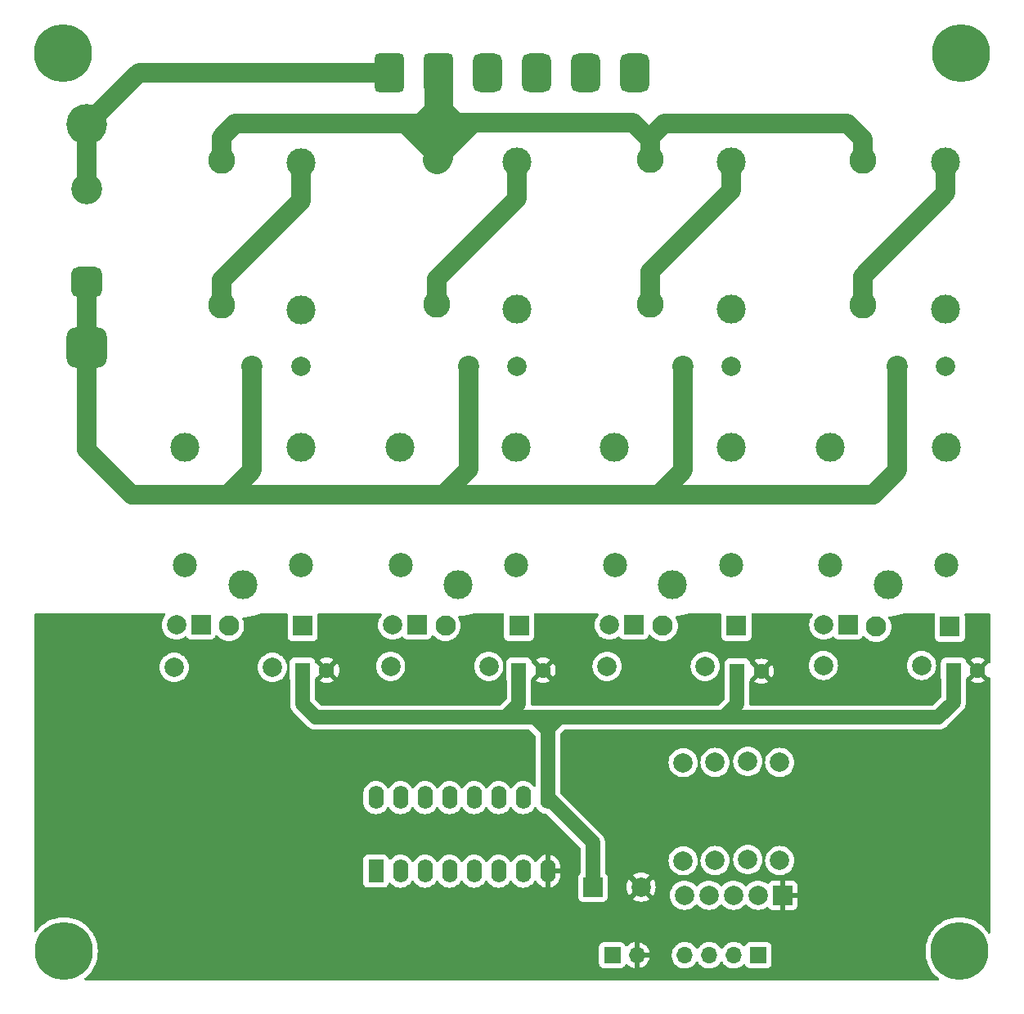
<source format=gbr>
%TF.GenerationSoftware,KiCad,Pcbnew,(6.0.8)*%
%TF.CreationDate,2023-03-03T00:40:04+05:30*%
%TF.ProjectId,STM32DryerPCB,53544d33-3244-4727-9965-725043422e6b,rev?*%
%TF.SameCoordinates,Original*%
%TF.FileFunction,Copper,L2,Bot*%
%TF.FilePolarity,Positive*%
%FSLAX46Y46*%
G04 Gerber Fmt 4.6, Leading zero omitted, Abs format (unit mm)*
G04 Created by KiCad (PCBNEW (6.0.8)) date 2023-03-03 00:40:04*
%MOMM*%
%LPD*%
G01*
G04 APERTURE LIST*
G04 Aperture macros list*
%AMRoundRect*
0 Rectangle with rounded corners*
0 $1 Rounding radius*
0 $2 $3 $4 $5 $6 $7 $8 $9 X,Y pos of 4 corners*
0 Add a 4 corners polygon primitive as box body*
4,1,4,$2,$3,$4,$5,$6,$7,$8,$9,$2,$3,0*
0 Add four circle primitives for the rounded corners*
1,1,$1+$1,$2,$3*
1,1,$1+$1,$4,$5*
1,1,$1+$1,$6,$7*
1,1,$1+$1,$8,$9*
0 Add four rect primitives between the rounded corners*
20,1,$1+$1,$2,$3,$4,$5,0*
20,1,$1+$1,$4,$5,$6,$7,0*
20,1,$1+$1,$6,$7,$8,$9,0*
20,1,$1+$1,$8,$9,$2,$3,0*%
G04 Aperture macros list end*
%TA.AperFunction,ComponentPad*%
%ADD10RoundRect,0.416667X-1.083333X-1.583333X1.083333X-1.583333X1.083333X1.583333X-1.083333X1.583333X0*%
%TD*%
%TA.AperFunction,ComponentPad*%
%ADD11RoundRect,0.750000X-0.750000X-1.250000X0.750000X-1.250000X0.750000X1.250000X-0.750000X1.250000X0*%
%TD*%
%TA.AperFunction,ComponentPad*%
%ADD12C,2.800000*%
%TD*%
%TA.AperFunction,ComponentPad*%
%ADD13C,2.000000*%
%TD*%
%TA.AperFunction,ComponentPad*%
%ADD14R,2.100000X2.100000*%
%TD*%
%TA.AperFunction,ComponentPad*%
%ADD15C,2.100000*%
%TD*%
%TA.AperFunction,ComponentPad*%
%ADD16R,1.600000X2.400000*%
%TD*%
%TA.AperFunction,ComponentPad*%
%ADD17O,1.600000X2.400000*%
%TD*%
%TA.AperFunction,ComponentPad*%
%ADD18C,6.000000*%
%TD*%
%TA.AperFunction,ComponentPad*%
%ADD19R,2.000000X2.000000*%
%TD*%
%TA.AperFunction,ComponentPad*%
%ADD20C,3.000000*%
%TD*%
%TA.AperFunction,ComponentPad*%
%ADD21C,2.500000*%
%TD*%
%TA.AperFunction,ComponentPad*%
%ADD22R,1.600000X1.600000*%
%TD*%
%TA.AperFunction,ComponentPad*%
%ADD23C,1.600000*%
%TD*%
%TA.AperFunction,ComponentPad*%
%ADD24C,2.200000*%
%TD*%
%TA.AperFunction,ComponentPad*%
%ADD25R,1.700000X1.700000*%
%TD*%
%TA.AperFunction,ComponentPad*%
%ADD26O,1.700000X1.700000*%
%TD*%
%TA.AperFunction,ComponentPad*%
%ADD27RoundRect,1.050000X1.050000X-1.050000X1.050000X1.050000X-1.050000X1.050000X-1.050000X-1.050000X0*%
%TD*%
%TA.AperFunction,ComponentPad*%
%ADD28RoundRect,0.800000X0.800000X-0.800000X0.800000X0.800000X-0.800000X0.800000X-0.800000X-0.800000X0*%
%TD*%
%TA.AperFunction,ComponentPad*%
%ADD29C,4.200000*%
%TD*%
%TA.AperFunction,ComponentPad*%
%ADD30C,3.200000*%
%TD*%
%TA.AperFunction,ViaPad*%
%ADD31C,0.800000*%
%TD*%
%TA.AperFunction,Conductor*%
%ADD32C,1.000000*%
%TD*%
%TA.AperFunction,Conductor*%
%ADD33C,1.500000*%
%TD*%
%TA.AperFunction,Conductor*%
%ADD34C,2.000000*%
%TD*%
%TA.AperFunction,Conductor*%
%ADD35C,3.000000*%
%TD*%
G04 APERTURE END LIST*
D10*
%TO.P,J613,1,Pin_1*%
%TO.N,Net-(F601-Pad2)*%
X-181032500Y-9550000D03*
%TO.P,J613,2,Pin_2*%
%TO.N,Neutral*%
X-175952500Y-9550000D03*
D11*
%TO.P,J613,3,Pin_3*%
%TO.N,FAN_LINE*%
X-170872500Y-9550000D03*
%TO.P,J613,4,Pin_4*%
%TO.N,HEATER_LINE*%
X-165792500Y-9550000D03*
%TO.P,J613,5,Pin_5*%
%TO.N,DRUM_RIGHT_LINE*%
X-160712500Y-9550000D03*
%TO.P,J613,6,Pin_6*%
%TO.N,DRUM_LEFT_LINE*%
X-155632500Y-9550000D03*
%TD*%
D12*
%TO.P,C402,1*%
%TO.N,Net-(C402-Pad1)*%
X-198450000Y-33650000D03*
%TO.P,C402,2*%
%TO.N,Neutral*%
X-198450000Y-18650000D03*
%TD*%
D13*
%TO.P,R307,1*%
%TO.N,HEATER_ULNIN*%
X-147350000Y-91150000D03*
%TO.P,R307,2*%
%TO.N,/ULN2003/->HEATER*%
X-147350000Y-80990000D03*
%TD*%
%TO.P,R407,1*%
%TO.N,+5V*%
X-125970000Y-70950000D03*
%TO.P,R407,2*%
%TO.N,Net-(D407-Pad2)*%
X-136130000Y-70950000D03*
%TD*%
D14*
%TO.P,D408,1,K*%
%TO.N,+5V*%
X-123040000Y-66950000D03*
D15*
%TO.P,D408,2,A*%
%TO.N,#DRUM_LEFT*%
X-130660000Y-66950000D03*
%TD*%
D13*
%TO.P,R305,1*%
%TO.N,DLEFT_ULNIN*%
X-140650000Y-91150000D03*
%TO.P,R305,2*%
%TO.N,/ULN2003/->LEFT*%
X-140650000Y-80990000D03*
%TD*%
D16*
%TO.P,U1,1,I1*%
%TO.N,/ULN2003/->FAN*%
X-182450000Y-92250000D03*
D17*
%TO.P,U1,2,I2*%
%TO.N,/ULN2003/->HEATER*%
X-179910000Y-92250000D03*
%TO.P,U1,3,I3*%
%TO.N,/ULN2003/->RIGHT*%
X-177370000Y-92250000D03*
%TO.P,U1,4,I4*%
%TO.N,/ULN2003/->LEFT*%
X-174830000Y-92250000D03*
%TO.P,U1,5,I5*%
%TO.N,unconnected-(U1-Pad5)*%
X-172290000Y-92250000D03*
%TO.P,U1,6,I6*%
%TO.N,unconnected-(U1-Pad6)*%
X-169750000Y-92250000D03*
%TO.P,U1,7,I7*%
%TO.N,unconnected-(U1-Pad7)*%
X-167210000Y-92250000D03*
%TO.P,U1,8,GND*%
%TO.N,GND*%
X-164670000Y-92250000D03*
%TO.P,U1,9,COM*%
%TO.N,+5V*%
X-164670000Y-84630000D03*
%TO.P,U1,10,O7*%
%TO.N,unconnected-(U1-Pad10)*%
X-167210000Y-84630000D03*
%TO.P,U1,11,O6*%
%TO.N,unconnected-(U1-Pad11)*%
X-169750000Y-84630000D03*
%TO.P,U1,12,O5*%
%TO.N,unconnected-(U1-Pad12)*%
X-172290000Y-84630000D03*
%TO.P,U1,13,O4*%
%TO.N,#DRUM_LEFT*%
X-174830000Y-84630000D03*
%TO.P,U1,14,O3*%
%TO.N,#DRUM_RIGHT*%
X-177370000Y-84630000D03*
%TO.P,U1,15,O2*%
%TO.N,#HEATER*%
X-179910000Y-84630000D03*
%TO.P,U1,16,O1*%
%TO.N,#FAN*%
X-182450000Y-84630000D03*
%TD*%
D18*
%TO.P,H610,1*%
%TO.N,N/C*%
X-121850000Y-7550000D03*
%TD*%
D19*
%TO.P,D403,1,K*%
%TO.N,#HEATER*%
X-178175000Y-66750000D03*
D13*
%TO.P,D403,2,A*%
%TO.N,Net-(D403-Pad2)*%
X-180715000Y-66750000D03*
%TD*%
%TO.P,R308,1*%
%TO.N,FAN_ULNIN*%
X-150650000Y-91170000D03*
%TO.P,R308,2*%
%TO.N,/ULN2003/->FAN*%
X-150650000Y-81010000D03*
%TD*%
D20*
%TO.P,K402,1*%
%TO.N,LINE*%
X-173950000Y-62550000D03*
D21*
%TO.P,K402,2*%
%TO.N,+5V*%
X-167900000Y-60600000D03*
D20*
%TO.P,K402,3*%
%TO.N,HEATER_LINE*%
X-167900000Y-48400000D03*
%TO.P,K402,4*%
%TO.N,unconnected-(K402-Pad4)*%
X-179950000Y-48350000D03*
D21*
%TO.P,K402,5*%
%TO.N,#HEATER*%
X-179900000Y-60600000D03*
%TD*%
D22*
%TO.P,C405,1*%
%TO.N,+5V*%
X-145055112Y-71550000D03*
D23*
%TO.P,C405,2*%
%TO.N,GND*%
X-142555112Y-71550000D03*
%TD*%
D14*
%TO.P,D402,1,K*%
%TO.N,+5V*%
X-190040000Y-66850000D03*
D15*
%TO.P,D402,2,A*%
%TO.N,#FAN*%
X-197660000Y-66850000D03*
%TD*%
D13*
%TO.P,R401,1*%
%TO.N,+5V*%
X-193170000Y-71150000D03*
%TO.P,R401,2*%
%TO.N,Net-(D401-Pad2)*%
X-203330000Y-71150000D03*
%TD*%
D20*
%TO.P,R406,1*%
%TO.N,DRUM_RIGHT_LINE*%
X-145650000Y-34050000D03*
%TO.P,R406,2*%
%TO.N,Net-(C406-Pad1)*%
X-145650000Y-18810000D03*
%TD*%
D24*
%TO.P,RV401,1*%
%TO.N,LINE*%
X-195250000Y-39950000D03*
D13*
%TO.P,RV401,2*%
%TO.N,FAN_LINE*%
X-190250000Y-39950000D03*
%TD*%
D18*
%TO.P,H609,1*%
%TO.N,N/C*%
X-214850000Y-7550000D03*
%TD*%
D13*
%TO.P,R405,1*%
%TO.N,+5V*%
X-148370000Y-71050000D03*
%TO.P,R405,2*%
%TO.N,Net-(D405-Pad2)*%
X-158530000Y-71050000D03*
%TD*%
D19*
%TO.P,D401,1,K*%
%TO.N,#FAN*%
X-200575000Y-66750000D03*
D13*
%TO.P,D401,2,A*%
%TO.N,Net-(D401-Pad2)*%
X-203115000Y-66750000D03*
%TD*%
D24*
%TO.P,RV402,1*%
%TO.N,LINE*%
X-172850000Y-39950000D03*
D13*
%TO.P,RV402,2*%
%TO.N,HEATER_LINE*%
X-167850000Y-39950000D03*
%TD*%
D20*
%TO.P,K403,1*%
%TO.N,LINE*%
X-151750000Y-62550000D03*
D21*
%TO.P,K403,2*%
%TO.N,+5V*%
X-145700000Y-60600000D03*
D20*
%TO.P,K403,3*%
%TO.N,DRUM_RIGHT_LINE*%
X-145700000Y-48400000D03*
%TO.P,K403,4*%
%TO.N,unconnected-(K403-Pad4)*%
X-157750000Y-48350000D03*
D21*
%TO.P,K403,5*%
%TO.N,#DRUM_RIGHT*%
X-157700000Y-60600000D03*
%TD*%
D25*
%TO.P,J614,1,Pin_1*%
%TO.N,DLEFT_ULNIN*%
X-142850000Y-100950000D03*
D26*
%TO.P,J614,2,Pin_2*%
%TO.N,DRIGHT_ULNIN*%
X-145390000Y-100950000D03*
%TO.P,J614,3,Pin_3*%
%TO.N,HEATER_ULNIN*%
X-147930000Y-100950000D03*
%TO.P,J614,4,Pin_4*%
%TO.N,FAN_ULNIN*%
X-150470000Y-100950000D03*
%TD*%
D20*
%TO.P,R404,1*%
%TO.N,HEATER_LINE*%
X-167850000Y-34050000D03*
%TO.P,R404,2*%
%TO.N,Net-(C404-Pad1)*%
X-167850000Y-18810000D03*
%TD*%
%TO.P,K401,1*%
%TO.N,LINE*%
X-196250000Y-62550000D03*
D21*
%TO.P,K401,2*%
%TO.N,+5V*%
X-190200000Y-60600000D03*
D20*
%TO.P,K401,3*%
%TO.N,FAN_LINE*%
X-190200000Y-48400000D03*
%TO.P,K401,4*%
%TO.N,unconnected-(K401-Pad4)*%
X-202250000Y-48350000D03*
D21*
%TO.P,K401,5*%
%TO.N,#FAN*%
X-202200000Y-60600000D03*
%TD*%
D22*
%TO.P,C407,1*%
%TO.N,+5V*%
X-122655112Y-71450000D03*
D23*
%TO.P,C407,2*%
%TO.N,GND*%
X-120155112Y-71450000D03*
%TD*%
D13*
%TO.P,R306,1*%
%TO.N,DRIGHT_ULNIN*%
X-143950000Y-91050000D03*
%TO.P,R306,2*%
%TO.N,/ULN2003/->RIGHT*%
X-143950000Y-80890000D03*
%TD*%
D12*
%TO.P,C408,1*%
%TO.N,Net-(C408-Pad1)*%
X-132050000Y-33650000D03*
%TO.P,C408,2*%
%TO.N,Neutral*%
X-132050000Y-18650000D03*
%TD*%
D22*
%TO.P,C403,1*%
%TO.N,+5V*%
X-167655112Y-71450000D03*
D23*
%TO.P,C403,2*%
%TO.N,GND*%
X-165155112Y-71450000D03*
%TD*%
D13*
%TO.P,R403,1*%
%TO.N,+5V*%
X-170770000Y-71050000D03*
%TO.P,R403,2*%
%TO.N,Net-(D403-Pad2)*%
X-180930000Y-71050000D03*
%TD*%
D20*
%TO.P,R402,1*%
%TO.N,FAN_LINE*%
X-190250000Y-34170000D03*
%TO.P,R402,2*%
%TO.N,Net-(C402-Pad1)*%
X-190250000Y-18930000D03*
%TD*%
D27*
%TO.P,F601,1*%
%TO.N,LINE*%
X-212350000Y-38005000D03*
D28*
X-212350000Y-31245000D03*
D29*
%TO.P,F601,2*%
%TO.N,Net-(F601-Pad2)*%
X-212350000Y-14895000D03*
D30*
X-212350000Y-21655000D03*
%TD*%
D19*
%TO.P,RN301,1,common*%
%TO.N,GND*%
X-140350000Y-94750000D03*
D13*
%TO.P,RN301,2,R1*%
%TO.N,DLEFT_ULNIN*%
X-142890000Y-94750000D03*
%TO.P,RN301,3,R2*%
%TO.N,DRIGHT_ULNIN*%
X-145430000Y-94750000D03*
%TO.P,RN301,4,R3*%
%TO.N,HEATER_ULNIN*%
X-147970000Y-94750000D03*
%TO.P,RN301,5,R4*%
%TO.N,FAN_ULNIN*%
X-150510000Y-94750000D03*
%TD*%
D22*
%TO.P,C401,1*%
%TO.N,+5V*%
X-190055112Y-71450000D03*
D23*
%TO.P,C401,2*%
%TO.N,GND*%
X-187555112Y-71450000D03*
%TD*%
D25*
%TO.P,J612,1,Pin_1*%
%TO.N,+5V*%
X-157990000Y-100950000D03*
D26*
%TO.P,J612,2,Pin_2*%
%TO.N,GND*%
X-155450000Y-100950000D03*
%TD*%
D20*
%TO.P,K404,1*%
%TO.N,LINE*%
X-129450000Y-62550000D03*
D21*
%TO.P,K404,2*%
%TO.N,+5V*%
X-123400000Y-60600000D03*
D20*
%TO.P,K404,3*%
%TO.N,DRUM_LEFT_LINE*%
X-123400000Y-48400000D03*
%TO.P,K404,4*%
%TO.N,unconnected-(K404-Pad4)*%
X-135450000Y-48350000D03*
D21*
%TO.P,K404,5*%
%TO.N,#DRUM_LEFT*%
X-135400000Y-60600000D03*
%TD*%
D18*
%TO.P,H612,1*%
%TO.N,N/C*%
X-122050000Y-100550000D03*
%TD*%
D24*
%TO.P,RV404,1*%
%TO.N,LINE*%
X-128450000Y-39950000D03*
D13*
%TO.P,RV404,2*%
%TO.N,DRUM_LEFT_LINE*%
X-123450000Y-39950000D03*
%TD*%
D20*
%TO.P,R408,1*%
%TO.N,DRUM_LEFT_LINE*%
X-123450000Y-34050000D03*
%TO.P,R408,2*%
%TO.N,Net-(C408-Pad1)*%
X-123450000Y-18810000D03*
%TD*%
D19*
%TO.P,D407,1,K*%
%TO.N,#DRUM_LEFT*%
X-133550000Y-66750000D03*
D13*
%TO.P,D407,2,A*%
%TO.N,Net-(D407-Pad2)*%
X-136090000Y-66750000D03*
%TD*%
D14*
%TO.P,D404,1,K*%
%TO.N,+5V*%
X-167640000Y-66850000D03*
D15*
%TO.P,D404,2,A*%
%TO.N,#HEATER*%
X-175260000Y-66850000D03*
%TD*%
D18*
%TO.P,H611,1*%
%TO.N,N/C*%
X-214750000Y-100550000D03*
%TD*%
D12*
%TO.P,C406,1*%
%TO.N,Net-(C406-Pad1)*%
X-154050000Y-33550000D03*
%TO.P,C406,2*%
%TO.N,Neutral*%
X-154050000Y-18550000D03*
%TD*%
D24*
%TO.P,RV403,1*%
%TO.N,LINE*%
X-150650000Y-39950000D03*
D13*
%TO.P,RV403,2*%
%TO.N,DRUM_RIGHT_LINE*%
X-145650000Y-39950000D03*
%TD*%
D19*
%TO.P,D405,1,K*%
%TO.N,#DRUM_RIGHT*%
X-155750000Y-66750000D03*
D13*
%TO.P,D405,2,A*%
%TO.N,Net-(D405-Pad2)*%
X-158290000Y-66750000D03*
%TD*%
D19*
%TO.P,C601,1*%
%TO.N,+5V*%
X-160002651Y-93900000D03*
D13*
%TO.P,C601,2*%
%TO.N,GND*%
X-155002651Y-93900000D03*
%TD*%
D14*
%TO.P,D406,1,K*%
%TO.N,+5V*%
X-145140000Y-66850000D03*
D15*
%TO.P,D406,2,A*%
%TO.N,#DRUM_RIGHT*%
X-152760000Y-66850000D03*
%TD*%
D12*
%TO.P,C404,1*%
%TO.N,Net-(C404-Pad1)*%
X-176150000Y-33550000D03*
%TO.P,C404,2*%
%TO.N,Neutral*%
X-176150000Y-18550000D03*
%TD*%
D31*
%TO.N,GND*%
X-153650000Y-97250000D03*
X-153650000Y-98450000D03*
X-185900000Y-88900000D03*
X-162450000Y-92200000D03*
X-185900000Y-86650000D03*
X-163100000Y-94800000D03*
X-164700000Y-94800000D03*
X-185900000Y-91450000D03*
X-185900000Y-84350000D03*
X-162450000Y-90500000D03*
X-185850000Y-93700000D03*
%TD*%
D32*
%TO.N,+5V*%
X-169050000Y-76350000D02*
X-166350000Y-76350000D01*
D33*
X-122655112Y-71450000D02*
X-122655112Y-74744888D01*
X-190055112Y-71450000D02*
X-190055112Y-74944888D01*
X-167655112Y-71450000D02*
X-167655112Y-74955112D01*
D32*
X-164670000Y-79170000D02*
X-164670000Y-77870000D01*
D33*
X-160002651Y-93900000D02*
X-160002651Y-89297349D01*
D32*
X-147750000Y-76350000D02*
X-124250000Y-76350000D01*
X-188650000Y-76350000D02*
X-169050000Y-76350000D01*
X-164670000Y-77870000D02*
X-164670000Y-76430000D01*
X-164670000Y-77870000D02*
X-163150000Y-76350000D01*
D33*
X-188650000Y-76350000D02*
X-124250000Y-76350000D01*
D32*
X-164670000Y-79170000D02*
X-164670000Y-78030000D01*
X-160002651Y-93900000D02*
X-160002651Y-89797349D01*
D33*
X-190055112Y-74944888D02*
X-188650000Y-76350000D01*
D32*
X-163150000Y-76350000D02*
X-147750000Y-76350000D01*
X-147750000Y-76350000D02*
X-146450000Y-76350000D01*
D33*
X-164670000Y-84630000D02*
X-160002651Y-89297349D01*
X-167655112Y-74955112D02*
X-169050000Y-76350000D01*
X-145055112Y-74955112D02*
X-146450000Y-76350000D01*
D32*
X-164670000Y-84630000D02*
X-164670000Y-79170000D01*
D33*
X-145055112Y-71550000D02*
X-145055112Y-74955112D01*
X-122655112Y-74744888D02*
X-122650000Y-74750000D01*
X-124250000Y-76350000D02*
X-122650000Y-74750000D01*
X-164670000Y-76430000D02*
X-164750000Y-76350000D01*
D32*
X-166350000Y-76350000D02*
X-164750000Y-76350000D01*
D33*
X-164670000Y-84630000D02*
X-164670000Y-76430000D01*
D32*
X-164750000Y-76350000D02*
X-163150000Y-76350000D01*
X-164670000Y-78030000D02*
X-166350000Y-76350000D01*
D33*
X-160002651Y-89297349D02*
X-160002651Y-89797349D01*
D34*
%TO.N,Net-(C402-Pad1)*%
X-190250000Y-22850000D02*
X-190250000Y-18930000D01*
X-198450000Y-31050000D02*
X-190250000Y-22850000D01*
X-198450000Y-33650000D02*
X-198450000Y-31050000D01*
%TO.N,Net-(C404-Pad1)*%
X-167850000Y-22650000D02*
X-167850000Y-18810000D01*
X-176150000Y-33550000D02*
X-176150000Y-30950000D01*
X-176150000Y-30950000D02*
X-167850000Y-22650000D01*
%TO.N,Net-(C406-Pad1)*%
X-154050000Y-30150000D02*
X-145650000Y-21750000D01*
X-145650000Y-21750000D02*
X-145650000Y-18810000D01*
X-154050000Y-33550000D02*
X-154050000Y-30150000D01*
%TO.N,Net-(C408-Pad1)*%
X-132050000Y-33650000D02*
X-132050000Y-30650000D01*
X-123450000Y-22050000D02*
X-123450000Y-18810000D01*
X-132050000Y-30650000D02*
X-123450000Y-22050000D01*
%TO.N,LINE*%
X-195250000Y-39950000D02*
X-195250000Y-50750000D01*
X-150650000Y-39950000D02*
X-150650000Y-50750000D01*
X-153150000Y-53250000D02*
X-175450000Y-53250000D01*
X-197750000Y-53250000D02*
X-207750000Y-53250000D01*
X-172850000Y-50650000D02*
X-175450000Y-53250000D01*
X-128450000Y-50750000D02*
X-130950000Y-53250000D01*
X-212350000Y-48650000D02*
X-212350000Y-38005000D01*
X-150650000Y-50750000D02*
X-153150000Y-53250000D01*
X-128450000Y-39950000D02*
X-128450000Y-50750000D01*
X-175450000Y-53250000D02*
X-197750000Y-53250000D01*
X-207750000Y-53250000D02*
X-212350000Y-48650000D01*
X-172850000Y-39950000D02*
X-172850000Y-50650000D01*
X-130950000Y-53250000D02*
X-153150000Y-53250000D01*
X-195250000Y-50750000D02*
X-197750000Y-53250000D01*
X-212350000Y-31245000D02*
X-212350000Y-38005000D01*
%TO.N,Net-(F601-Pad2)*%
X-181032500Y-9550000D02*
X-207005000Y-9550000D01*
X-212350000Y-14895000D02*
X-212350000Y-21655000D01*
X-207005000Y-9550000D02*
X-212350000Y-14895000D01*
%TO.N,Neutral*%
X-180950000Y-14850000D02*
X-179450000Y-14850000D01*
X-174150000Y-14750000D02*
X-175550000Y-14750000D01*
X-175550000Y-14750000D02*
X-175952500Y-14347500D01*
D35*
X-175952500Y-12947500D02*
X-175952500Y-14347500D01*
D34*
X-179450000Y-14850000D02*
X-177855000Y-14850000D01*
D35*
X-175952500Y-14347500D02*
X-175952500Y-18352500D01*
D34*
X-176455000Y-14850000D02*
X-175952500Y-14347500D01*
X-197050000Y-14850000D02*
X-180950000Y-14850000D01*
X-155850000Y-14750000D02*
X-169750000Y-14750000D01*
X-169750000Y-14750000D02*
X-172350000Y-14750000D01*
X-176150000Y-18150000D02*
X-176150000Y-18550000D01*
D35*
X-175952500Y-18352500D02*
X-176150000Y-18550000D01*
D34*
X-198450000Y-16250000D02*
X-197050000Y-14850000D01*
X-132050000Y-16450000D02*
X-133650000Y-14850000D01*
X-179450000Y-14850000D02*
X-176150000Y-18150000D01*
X-198450000Y-18650000D02*
X-198450000Y-16250000D01*
X-154050000Y-18550000D02*
X-154050000Y-16550000D01*
X-154050000Y-18550000D02*
X-154050000Y-16250000D01*
X-133650000Y-14850000D02*
X-152650000Y-14850000D01*
D35*
X-175952500Y-9550000D02*
X-175952500Y-12947500D01*
D34*
X-174150000Y-14750000D02*
X-175952500Y-12947500D01*
X-152650000Y-14850000D02*
X-154050000Y-16250000D01*
X-172350000Y-14750000D02*
X-176150000Y-18550000D01*
X-180950000Y-14850000D02*
X-176455000Y-14850000D01*
X-154050000Y-16550000D02*
X-155850000Y-14750000D01*
X-177855000Y-14850000D02*
X-175952500Y-12947500D01*
X-169750000Y-14750000D02*
X-174150000Y-14750000D01*
X-132050000Y-18650000D02*
X-132050000Y-16450000D01*
%TD*%
%TA.AperFunction,Conductor*%
%TO.N,GND*%
G36*
X-204279107Y-65570002D02*
G01*
X-204232614Y-65623658D01*
X-204222510Y-65693932D01*
X-204251417Y-65757830D01*
X-204334649Y-65855283D01*
X-204339176Y-65860584D01*
X-204341755Y-65864792D01*
X-204341759Y-65864798D01*
X-204443671Y-66031104D01*
X-204463240Y-66063037D01*
X-204465133Y-66067607D01*
X-204465135Y-66067611D01*
X-204552211Y-66277833D01*
X-204554105Y-66282406D01*
X-204555260Y-66287218D01*
X-204599555Y-66471720D01*
X-204609535Y-66513289D01*
X-204628165Y-66750000D01*
X-204609535Y-66986711D01*
X-204554105Y-67217594D01*
X-204552212Y-67222165D01*
X-204552211Y-67222167D01*
X-204504370Y-67337665D01*
X-204463240Y-67436963D01*
X-204460654Y-67441183D01*
X-204341759Y-67635202D01*
X-204341755Y-67635208D01*
X-204339176Y-67639416D01*
X-204184969Y-67819969D01*
X-204004416Y-67974176D01*
X-204000208Y-67976755D01*
X-204000202Y-67976759D01*
X-203806183Y-68095654D01*
X-203801963Y-68098240D01*
X-203797393Y-68100133D01*
X-203797389Y-68100135D01*
X-203667609Y-68153891D01*
X-203582594Y-68189105D01*
X-203534651Y-68200615D01*
X-203356524Y-68243380D01*
X-203356518Y-68243381D01*
X-203351711Y-68244535D01*
X-203115000Y-68263165D01*
X-202878289Y-68244535D01*
X-202873482Y-68243381D01*
X-202873476Y-68243380D01*
X-202695349Y-68200615D01*
X-202647406Y-68189105D01*
X-202562391Y-68153891D01*
X-202432611Y-68100135D01*
X-202432607Y-68100133D01*
X-202428037Y-68098240D01*
X-202423817Y-68095654D01*
X-202229798Y-67976759D01*
X-202229792Y-67976755D01*
X-202225584Y-67974176D01*
X-202221822Y-67970963D01*
X-202221818Y-67970960D01*
X-202214639Y-67964829D01*
X-202149849Y-67935798D01*
X-202079649Y-67946403D01*
X-202027181Y-67992527D01*
X-202025615Y-67996705D01*
X-201938261Y-68113261D01*
X-201821705Y-68200615D01*
X-201685316Y-68251745D01*
X-201623134Y-68258500D01*
X-199526866Y-68258500D01*
X-199464684Y-68251745D01*
X-199328295Y-68200615D01*
X-199211739Y-68113261D01*
X-199124385Y-67996705D01*
X-199116907Y-67976759D01*
X-199079150Y-67876041D01*
X-199036509Y-67819276D01*
X-198969947Y-67794576D01*
X-198900598Y-67809783D01*
X-198865358Y-67838439D01*
X-198768648Y-67951670D01*
X-198768641Y-67951677D01*
X-198765433Y-67955433D01*
X-198761677Y-67958641D01*
X-198589048Y-68106081D01*
X-198578896Y-68114752D01*
X-198574673Y-68117340D01*
X-198574670Y-68117342D01*
X-198540474Y-68138297D01*
X-198369732Y-68242927D01*
X-198225033Y-68302864D01*
X-198147665Y-68334911D01*
X-198147663Y-68334912D01*
X-198143092Y-68336805D01*
X-198108003Y-68345229D01*
X-197909370Y-68392917D01*
X-197909364Y-68392918D01*
X-197904557Y-68394072D01*
X-197660000Y-68413319D01*
X-197415443Y-68394072D01*
X-197410636Y-68392918D01*
X-197410630Y-68392917D01*
X-197211997Y-68345229D01*
X-197176908Y-68336805D01*
X-197172337Y-68334912D01*
X-197172335Y-68334911D01*
X-197094967Y-68302864D01*
X-196950268Y-68242927D01*
X-196779526Y-68138297D01*
X-196745330Y-68117342D01*
X-196745327Y-68117340D01*
X-196741104Y-68114752D01*
X-196730951Y-68106081D01*
X-196558323Y-67958641D01*
X-196554567Y-67955433D01*
X-196506899Y-67899622D01*
X-196398465Y-67772663D01*
X-196398463Y-67772660D01*
X-196395248Y-67768896D01*
X-196267073Y-67559732D01*
X-196173195Y-67333092D01*
X-196115928Y-67094557D01*
X-196096681Y-66850000D01*
X-196115928Y-66605443D01*
X-196136867Y-66518223D01*
X-196172040Y-66371720D01*
X-196173195Y-66366908D01*
X-196267073Y-66140268D01*
X-196267049Y-66140258D01*
X-196279882Y-66071927D01*
X-196253183Y-66006142D01*
X-196195155Y-65965235D01*
X-196154511Y-65958500D01*
X-196038541Y-65958500D01*
X-195617326Y-65920590D01*
X-195201204Y-65845075D01*
X-194793527Y-65732563D01*
X-194653555Y-65680031D01*
X-194400215Y-65584952D01*
X-194400204Y-65584947D01*
X-194397576Y-65583961D01*
X-194352966Y-65562478D01*
X-194298297Y-65550000D01*
X-191716990Y-65550000D01*
X-191648869Y-65570002D01*
X-191602376Y-65623658D01*
X-191592901Y-65689558D01*
X-191591745Y-65689684D01*
X-191598500Y-65751866D01*
X-191598500Y-67948134D01*
X-191591745Y-68010316D01*
X-191540615Y-68146705D01*
X-191453261Y-68263261D01*
X-191336705Y-68350615D01*
X-191200316Y-68401745D01*
X-191138134Y-68408500D01*
X-188941866Y-68408500D01*
X-188879684Y-68401745D01*
X-188743295Y-68350615D01*
X-188626739Y-68263261D01*
X-188539385Y-68146705D01*
X-188488255Y-68010316D01*
X-188481500Y-67948134D01*
X-188481500Y-65751866D01*
X-188488255Y-65689684D01*
X-188484783Y-65689307D01*
X-188481854Y-65634142D01*
X-188440358Y-65576535D01*
X-188374304Y-65550507D01*
X-188363010Y-65550000D01*
X-181947228Y-65550000D01*
X-181879107Y-65570002D01*
X-181832614Y-65623658D01*
X-181822510Y-65693932D01*
X-181851417Y-65757830D01*
X-181934649Y-65855283D01*
X-181939176Y-65860584D01*
X-181941755Y-65864792D01*
X-181941759Y-65864798D01*
X-182043671Y-66031104D01*
X-182063240Y-66063037D01*
X-182065133Y-66067607D01*
X-182065135Y-66067611D01*
X-182152211Y-66277833D01*
X-182154105Y-66282406D01*
X-182155260Y-66287218D01*
X-182199555Y-66471720D01*
X-182209535Y-66513289D01*
X-182228165Y-66750000D01*
X-182209535Y-66986711D01*
X-182154105Y-67217594D01*
X-182152212Y-67222165D01*
X-182152211Y-67222167D01*
X-182104370Y-67337665D01*
X-182063240Y-67436963D01*
X-182060654Y-67441183D01*
X-181941759Y-67635202D01*
X-181941755Y-67635208D01*
X-181939176Y-67639416D01*
X-181784969Y-67819969D01*
X-181604416Y-67974176D01*
X-181600208Y-67976755D01*
X-181600202Y-67976759D01*
X-181406183Y-68095654D01*
X-181401963Y-68098240D01*
X-181397393Y-68100133D01*
X-181397389Y-68100135D01*
X-181267609Y-68153891D01*
X-181182594Y-68189105D01*
X-181134651Y-68200615D01*
X-180956524Y-68243380D01*
X-180956518Y-68243381D01*
X-180951711Y-68244535D01*
X-180715000Y-68263165D01*
X-180478289Y-68244535D01*
X-180473482Y-68243381D01*
X-180473476Y-68243380D01*
X-180295349Y-68200615D01*
X-180247406Y-68189105D01*
X-180162391Y-68153891D01*
X-180032611Y-68100135D01*
X-180032607Y-68100133D01*
X-180028037Y-68098240D01*
X-180023817Y-68095654D01*
X-179829798Y-67976759D01*
X-179829792Y-67976755D01*
X-179825584Y-67974176D01*
X-179821822Y-67970963D01*
X-179821818Y-67970960D01*
X-179814639Y-67964829D01*
X-179749849Y-67935798D01*
X-179679649Y-67946403D01*
X-179627181Y-67992527D01*
X-179625615Y-67996705D01*
X-179538261Y-68113261D01*
X-179421705Y-68200615D01*
X-179285316Y-68251745D01*
X-179223134Y-68258500D01*
X-177126866Y-68258500D01*
X-177064684Y-68251745D01*
X-176928295Y-68200615D01*
X-176811739Y-68113261D01*
X-176724385Y-67996705D01*
X-176716907Y-67976759D01*
X-176679150Y-67876041D01*
X-176636509Y-67819276D01*
X-176569947Y-67794576D01*
X-176500598Y-67809783D01*
X-176465358Y-67838439D01*
X-176368648Y-67951670D01*
X-176368641Y-67951677D01*
X-176365433Y-67955433D01*
X-176361677Y-67958641D01*
X-176189048Y-68106081D01*
X-176178896Y-68114752D01*
X-176174673Y-68117340D01*
X-176174670Y-68117342D01*
X-176140474Y-68138297D01*
X-175969732Y-68242927D01*
X-175825033Y-68302864D01*
X-175747665Y-68334911D01*
X-175747663Y-68334912D01*
X-175743092Y-68336805D01*
X-175708003Y-68345229D01*
X-175509370Y-68392917D01*
X-175509364Y-68392918D01*
X-175504557Y-68394072D01*
X-175260000Y-68413319D01*
X-175015443Y-68394072D01*
X-175010636Y-68392918D01*
X-175010630Y-68392917D01*
X-174811997Y-68345229D01*
X-174776908Y-68336805D01*
X-174772337Y-68334912D01*
X-174772335Y-68334911D01*
X-174694967Y-68302864D01*
X-174550268Y-68242927D01*
X-174379526Y-68138297D01*
X-174345330Y-68117342D01*
X-174345327Y-68117340D01*
X-174341104Y-68114752D01*
X-174330951Y-68106081D01*
X-174158323Y-67958641D01*
X-174154567Y-67955433D01*
X-174106899Y-67899622D01*
X-173998465Y-67772663D01*
X-173998463Y-67772660D01*
X-173995248Y-67768896D01*
X-173867073Y-67559732D01*
X-173773195Y-67333092D01*
X-173715928Y-67094557D01*
X-173696681Y-66850000D01*
X-173715928Y-66605443D01*
X-173736867Y-66518223D01*
X-173772040Y-66371720D01*
X-173773195Y-66366908D01*
X-173867073Y-66140268D01*
X-173945172Y-66012821D01*
X-173963710Y-65944288D01*
X-173942253Y-65876611D01*
X-173887614Y-65831278D01*
X-173843477Y-65821118D01*
X-173660311Y-65812768D01*
X-173474987Y-65804320D01*
X-173472155Y-65803931D01*
X-173472149Y-65803930D01*
X-173056938Y-65746831D01*
X-173056933Y-65746830D01*
X-173054089Y-65746439D01*
X-172640203Y-65650505D01*
X-172355009Y-65556352D01*
X-172315509Y-65550000D01*
X-169316990Y-65550000D01*
X-169248869Y-65570002D01*
X-169202376Y-65623658D01*
X-169192901Y-65689558D01*
X-169191745Y-65689684D01*
X-169198500Y-65751866D01*
X-169198500Y-67948134D01*
X-169191745Y-68010316D01*
X-169140615Y-68146705D01*
X-169053261Y-68263261D01*
X-168936705Y-68350615D01*
X-168800316Y-68401745D01*
X-168738134Y-68408500D01*
X-166541866Y-68408500D01*
X-166479684Y-68401745D01*
X-166343295Y-68350615D01*
X-166226739Y-68263261D01*
X-166139385Y-68146705D01*
X-166088255Y-68010316D01*
X-166081500Y-67948134D01*
X-166081500Y-65751866D01*
X-166088255Y-65689684D01*
X-166084783Y-65689307D01*
X-166081854Y-65634142D01*
X-166040358Y-65576535D01*
X-165974304Y-65550507D01*
X-165963010Y-65550000D01*
X-159522228Y-65550000D01*
X-159454107Y-65570002D01*
X-159407614Y-65623658D01*
X-159397510Y-65693932D01*
X-159426417Y-65757830D01*
X-159509649Y-65855283D01*
X-159514176Y-65860584D01*
X-159516755Y-65864792D01*
X-159516759Y-65864798D01*
X-159618671Y-66031104D01*
X-159638240Y-66063037D01*
X-159640133Y-66067607D01*
X-159640135Y-66067611D01*
X-159727211Y-66277833D01*
X-159729105Y-66282406D01*
X-159730260Y-66287218D01*
X-159774555Y-66471720D01*
X-159784535Y-66513289D01*
X-159803165Y-66750000D01*
X-159784535Y-66986711D01*
X-159729105Y-67217594D01*
X-159727212Y-67222165D01*
X-159727211Y-67222167D01*
X-159679370Y-67337665D01*
X-159638240Y-67436963D01*
X-159635654Y-67441183D01*
X-159516759Y-67635202D01*
X-159516755Y-67635208D01*
X-159514176Y-67639416D01*
X-159359969Y-67819969D01*
X-159179416Y-67974176D01*
X-159175208Y-67976755D01*
X-159175202Y-67976759D01*
X-158981183Y-68095654D01*
X-158976963Y-68098240D01*
X-158972393Y-68100133D01*
X-158972389Y-68100135D01*
X-158842609Y-68153891D01*
X-158757594Y-68189105D01*
X-158709651Y-68200615D01*
X-158531524Y-68243380D01*
X-158531518Y-68243381D01*
X-158526711Y-68244535D01*
X-158290000Y-68263165D01*
X-158053289Y-68244535D01*
X-158048482Y-68243381D01*
X-158048476Y-68243380D01*
X-157870349Y-68200615D01*
X-157822406Y-68189105D01*
X-157737391Y-68153891D01*
X-157607611Y-68100135D01*
X-157607607Y-68100133D01*
X-157603037Y-68098240D01*
X-157598817Y-68095654D01*
X-157404798Y-67976759D01*
X-157404792Y-67976755D01*
X-157400584Y-67974176D01*
X-157396822Y-67970963D01*
X-157396818Y-67970960D01*
X-157389639Y-67964829D01*
X-157324849Y-67935798D01*
X-157254649Y-67946403D01*
X-157202181Y-67992527D01*
X-157200615Y-67996705D01*
X-157113261Y-68113261D01*
X-156996705Y-68200615D01*
X-156860316Y-68251745D01*
X-156798134Y-68258500D01*
X-154701866Y-68258500D01*
X-154639684Y-68251745D01*
X-154503295Y-68200615D01*
X-154386739Y-68113261D01*
X-154299385Y-67996705D01*
X-154248255Y-67860316D01*
X-154245745Y-67837212D01*
X-154218502Y-67771650D01*
X-154160139Y-67731224D01*
X-154089185Y-67728770D01*
X-154024673Y-67768989D01*
X-153865433Y-67955433D01*
X-153861677Y-67958641D01*
X-153689048Y-68106081D01*
X-153678896Y-68114752D01*
X-153674673Y-68117340D01*
X-153674670Y-68117342D01*
X-153640474Y-68138297D01*
X-153469732Y-68242927D01*
X-153325033Y-68302864D01*
X-153247665Y-68334911D01*
X-153247663Y-68334912D01*
X-153243092Y-68336805D01*
X-153208003Y-68345229D01*
X-153009370Y-68392917D01*
X-153009364Y-68392918D01*
X-153004557Y-68394072D01*
X-152760000Y-68413319D01*
X-152515443Y-68394072D01*
X-152510636Y-68392918D01*
X-152510630Y-68392917D01*
X-152311997Y-68345229D01*
X-152276908Y-68336805D01*
X-152272337Y-68334912D01*
X-152272335Y-68334911D01*
X-152194967Y-68302864D01*
X-152050268Y-68242927D01*
X-151879526Y-68138297D01*
X-151845330Y-68117342D01*
X-151845327Y-68117340D01*
X-151841104Y-68114752D01*
X-151830951Y-68106081D01*
X-151658323Y-67958641D01*
X-151654567Y-67955433D01*
X-151606899Y-67899622D01*
X-151498465Y-67772663D01*
X-151498463Y-67772660D01*
X-151495248Y-67768896D01*
X-151367073Y-67559732D01*
X-151273195Y-67333092D01*
X-151215928Y-67094557D01*
X-151196681Y-66850000D01*
X-151215928Y-66605443D01*
X-151236867Y-66518223D01*
X-151272040Y-66371720D01*
X-151273195Y-66366908D01*
X-151367073Y-66140268D01*
X-151433822Y-66031343D01*
X-151452359Y-65962812D01*
X-151430903Y-65895136D01*
X-151376263Y-65849803D01*
X-151337683Y-65840018D01*
X-151130762Y-65821395D01*
X-150723479Y-65747484D01*
X-150324460Y-65637362D01*
X-150245903Y-65607879D01*
X-150113091Y-65558034D01*
X-150068818Y-65550000D01*
X-146816990Y-65550000D01*
X-146748869Y-65570002D01*
X-146702376Y-65623658D01*
X-146692901Y-65689558D01*
X-146691745Y-65689684D01*
X-146698500Y-65751866D01*
X-146698500Y-67948134D01*
X-146691745Y-68010316D01*
X-146640615Y-68146705D01*
X-146553261Y-68263261D01*
X-146436705Y-68350615D01*
X-146300316Y-68401745D01*
X-146238134Y-68408500D01*
X-144041866Y-68408500D01*
X-143979684Y-68401745D01*
X-143843295Y-68350615D01*
X-143726739Y-68263261D01*
X-143639385Y-68146705D01*
X-143588255Y-68010316D01*
X-143581500Y-67948134D01*
X-143581500Y-65751866D01*
X-143588255Y-65689684D01*
X-143584783Y-65689307D01*
X-143581854Y-65634142D01*
X-143540358Y-65576535D01*
X-143474304Y-65550507D01*
X-143463010Y-65550000D01*
X-137322228Y-65550000D01*
X-137254107Y-65570002D01*
X-137207614Y-65623658D01*
X-137197510Y-65693932D01*
X-137226417Y-65757830D01*
X-137309649Y-65855283D01*
X-137314176Y-65860584D01*
X-137316755Y-65864792D01*
X-137316759Y-65864798D01*
X-137418671Y-66031104D01*
X-137438240Y-66063037D01*
X-137440133Y-66067607D01*
X-137440135Y-66067611D01*
X-137527211Y-66277833D01*
X-137529105Y-66282406D01*
X-137530260Y-66287218D01*
X-137574555Y-66471720D01*
X-137584535Y-66513289D01*
X-137603165Y-66750000D01*
X-137584535Y-66986711D01*
X-137529105Y-67217594D01*
X-137527212Y-67222165D01*
X-137527211Y-67222167D01*
X-137479370Y-67337665D01*
X-137438240Y-67436963D01*
X-137435654Y-67441183D01*
X-137316759Y-67635202D01*
X-137316755Y-67635208D01*
X-137314176Y-67639416D01*
X-137159969Y-67819969D01*
X-136979416Y-67974176D01*
X-136975208Y-67976755D01*
X-136975202Y-67976759D01*
X-136781183Y-68095654D01*
X-136776963Y-68098240D01*
X-136772393Y-68100133D01*
X-136772389Y-68100135D01*
X-136642609Y-68153891D01*
X-136557594Y-68189105D01*
X-136509651Y-68200615D01*
X-136331524Y-68243380D01*
X-136331518Y-68243381D01*
X-136326711Y-68244535D01*
X-136090000Y-68263165D01*
X-135853289Y-68244535D01*
X-135848482Y-68243381D01*
X-135848476Y-68243380D01*
X-135670349Y-68200615D01*
X-135622406Y-68189105D01*
X-135537391Y-68153891D01*
X-135407611Y-68100135D01*
X-135407607Y-68100133D01*
X-135403037Y-68098240D01*
X-135398817Y-68095654D01*
X-135204798Y-67976759D01*
X-135204792Y-67976755D01*
X-135200584Y-67974176D01*
X-135196822Y-67970963D01*
X-135196818Y-67970960D01*
X-135189639Y-67964829D01*
X-135124849Y-67935798D01*
X-135054649Y-67946403D01*
X-135002181Y-67992527D01*
X-135000615Y-67996705D01*
X-134913261Y-68113261D01*
X-134796705Y-68200615D01*
X-134660316Y-68251745D01*
X-134598134Y-68258500D01*
X-132501866Y-68258500D01*
X-132439684Y-68251745D01*
X-132303295Y-68200615D01*
X-132186739Y-68113261D01*
X-132099385Y-67996705D01*
X-132096231Y-67988293D01*
X-132087827Y-67965877D01*
X-132045185Y-67909113D01*
X-131978623Y-67884414D01*
X-131909275Y-67899622D01*
X-131874036Y-67928276D01*
X-131765433Y-68055433D01*
X-131761677Y-68058641D01*
X-131595448Y-68200615D01*
X-131578896Y-68214752D01*
X-131574673Y-68217340D01*
X-131574670Y-68217342D01*
X-131532918Y-68242927D01*
X-131369732Y-68342927D01*
X-131249046Y-68392917D01*
X-131147665Y-68434911D01*
X-131147663Y-68434912D01*
X-131143092Y-68436805D01*
X-131108003Y-68445229D01*
X-130909370Y-68492917D01*
X-130909364Y-68492918D01*
X-130904557Y-68494072D01*
X-130660000Y-68513319D01*
X-130415443Y-68494072D01*
X-130410636Y-68492918D01*
X-130410630Y-68492917D01*
X-130211997Y-68445229D01*
X-130176908Y-68436805D01*
X-130172337Y-68434912D01*
X-130172335Y-68434911D01*
X-130070954Y-68392917D01*
X-129950268Y-68342927D01*
X-129787082Y-68242927D01*
X-129745330Y-68217342D01*
X-129745327Y-68217340D01*
X-129741104Y-68214752D01*
X-129724551Y-68200615D01*
X-129558323Y-68058641D01*
X-129554567Y-68055433D01*
X-129545415Y-68044717D01*
X-129398465Y-67872663D01*
X-129398463Y-67872660D01*
X-129395248Y-67868896D01*
X-129367231Y-67823177D01*
X-129310883Y-67731224D01*
X-129267073Y-67659732D01*
X-129173195Y-67433092D01*
X-129148032Y-67328280D01*
X-129117083Y-67199370D01*
X-129117082Y-67199364D01*
X-129115928Y-67194557D01*
X-129096681Y-66950000D01*
X-129115928Y-66705443D01*
X-129173195Y-66466908D01*
X-129267073Y-66240268D01*
X-129383465Y-66050333D01*
X-129402002Y-65981801D01*
X-129380545Y-65914124D01*
X-129325906Y-65868791D01*
X-129276031Y-65858500D01*
X-129243032Y-65858500D01*
X-128830762Y-65821395D01*
X-128423479Y-65747484D01*
X-128024460Y-65637362D01*
X-127945903Y-65607879D01*
X-127813091Y-65558034D01*
X-127768818Y-65550000D01*
X-124683690Y-65550000D01*
X-124615569Y-65570002D01*
X-124569076Y-65623658D01*
X-124558972Y-65693932D01*
X-124565708Y-65720229D01*
X-124588971Y-65782282D01*
X-124588973Y-65782288D01*
X-124591745Y-65789684D01*
X-124598500Y-65851866D01*
X-124598500Y-68048134D01*
X-124591745Y-68110316D01*
X-124540615Y-68246705D01*
X-124453261Y-68363261D01*
X-124336705Y-68450615D01*
X-124200316Y-68501745D01*
X-124138134Y-68508500D01*
X-121941866Y-68508500D01*
X-121879684Y-68501745D01*
X-121743295Y-68450615D01*
X-121626739Y-68363261D01*
X-121539385Y-68246705D01*
X-121488255Y-68110316D01*
X-121481500Y-68048134D01*
X-121481500Y-65851866D01*
X-121488255Y-65789684D01*
X-121491027Y-65782288D01*
X-121491029Y-65782282D01*
X-121514292Y-65720229D01*
X-121519475Y-65649422D01*
X-121485554Y-65587053D01*
X-121423298Y-65552924D01*
X-121396310Y-65550000D01*
X-118984500Y-65550000D01*
X-118916379Y-65570002D01*
X-118869886Y-65623658D01*
X-118858500Y-65676000D01*
X-118858500Y-70634094D01*
X-118878502Y-70702215D01*
X-118932158Y-70748708D01*
X-119002432Y-70758812D01*
X-119063171Y-70732516D01*
X-119068100Y-70728576D01*
X-119081546Y-70735644D01*
X-119783090Y-71437188D01*
X-119790704Y-71451132D01*
X-119790573Y-71452965D01*
X-119786322Y-71459580D01*
X-119080825Y-72165077D01*
X-119069050Y-72171507D01*
X-119061599Y-72165743D01*
X-118995481Y-72139880D01*
X-118925876Y-72153870D01*
X-118874884Y-72203269D01*
X-118858500Y-72265401D01*
X-118858500Y-98597228D01*
X-118878502Y-98665349D01*
X-118932158Y-98711842D01*
X-119002432Y-98721946D01*
X-119067012Y-98692452D01*
X-119090173Y-98665852D01*
X-119205866Y-98487700D01*
X-119207668Y-98484925D01*
X-119439098Y-98199133D01*
X-119699133Y-97939098D01*
X-119984925Y-97707668D01*
X-120293342Y-97507380D01*
X-120296276Y-97505885D01*
X-120296283Y-97505881D01*
X-120618066Y-97341925D01*
X-120621006Y-97340427D01*
X-120964326Y-97208639D01*
X-121319541Y-97113459D01*
X-121512558Y-97082888D01*
X-121679511Y-97056445D01*
X-121679519Y-97056444D01*
X-121682759Y-97055931D01*
X-122050000Y-97036685D01*
X-122417241Y-97055931D01*
X-122420481Y-97056444D01*
X-122420489Y-97056445D01*
X-122587442Y-97082888D01*
X-122780459Y-97113459D01*
X-123135674Y-97208639D01*
X-123478994Y-97340427D01*
X-123481934Y-97341925D01*
X-123803716Y-97505881D01*
X-123803723Y-97505885D01*
X-123806657Y-97507380D01*
X-124115075Y-97707668D01*
X-124400867Y-97939098D01*
X-124660902Y-98199133D01*
X-124892332Y-98484925D01*
X-124894134Y-98487700D01*
X-125046254Y-98721946D01*
X-125092620Y-98793343D01*
X-125259573Y-99121006D01*
X-125391361Y-99464326D01*
X-125486541Y-99819541D01*
X-125508350Y-99957240D01*
X-125534592Y-100122926D01*
X-125544069Y-100182759D01*
X-125563315Y-100550000D01*
X-125544069Y-100917241D01*
X-125486541Y-101280459D01*
X-125391361Y-101635674D01*
X-125390176Y-101638762D01*
X-125390175Y-101638764D01*
X-125340098Y-101769218D01*
X-125259573Y-101978994D01*
X-125258075Y-101981934D01*
X-125094194Y-102303567D01*
X-125092620Y-102306657D01*
X-125090824Y-102309423D01*
X-125090822Y-102309426D01*
X-125089311Y-102311753D01*
X-124892332Y-102615075D01*
X-124660902Y-102900867D01*
X-124400867Y-103160902D01*
X-124398292Y-103162987D01*
X-124207386Y-103317580D01*
X-124167034Y-103375994D01*
X-124164668Y-103446951D01*
X-124201041Y-103507923D01*
X-124264604Y-103539551D01*
X-124286680Y-103541500D01*
X-212513320Y-103541500D01*
X-212581441Y-103521498D01*
X-212627934Y-103467842D01*
X-212638038Y-103397568D01*
X-212608544Y-103332988D01*
X-212592614Y-103317580D01*
X-212401708Y-103162987D01*
X-212399133Y-103160902D01*
X-212139098Y-102900867D01*
X-211907668Y-102615075D01*
X-211710689Y-102311753D01*
X-211709178Y-102309426D01*
X-211709176Y-102309423D01*
X-211707380Y-102306657D01*
X-211705805Y-102303567D01*
X-211541925Y-101981934D01*
X-211540427Y-101978994D01*
X-211490195Y-101848134D01*
X-159348500Y-101848134D01*
X-159341745Y-101910316D01*
X-159290615Y-102046705D01*
X-159203261Y-102163261D01*
X-159086705Y-102250615D01*
X-158950316Y-102301745D01*
X-158888134Y-102308500D01*
X-157091866Y-102308500D01*
X-157029684Y-102301745D01*
X-156893295Y-102250615D01*
X-156776739Y-102163261D01*
X-156689385Y-102046705D01*
X-156645202Y-101928848D01*
X-156602560Y-101872084D01*
X-156535999Y-101847384D01*
X-156466650Y-101862592D01*
X-156431983Y-101890580D01*
X-156406782Y-101919673D01*
X-156399420Y-101926883D01*
X-156235566Y-102062916D01*
X-156227119Y-102068831D01*
X-156043244Y-102176279D01*
X-156033958Y-102180729D01*
X-155834999Y-102256703D01*
X-155825101Y-102259579D01*
X-155721750Y-102280606D01*
X-155707701Y-102279410D01*
X-155704000Y-102269065D01*
X-155704000Y-102268517D01*
X-155196000Y-102268517D01*
X-155191936Y-102282359D01*
X-155178522Y-102284393D01*
X-155171816Y-102283534D01*
X-155161738Y-102281392D01*
X-154957745Y-102220191D01*
X-154948158Y-102216433D01*
X-154756905Y-102122739D01*
X-154748055Y-102117464D01*
X-154574672Y-101993792D01*
X-154566800Y-101987139D01*
X-154415948Y-101836812D01*
X-154409270Y-101828965D01*
X-154284997Y-101656020D01*
X-154279687Y-101647183D01*
X-154185330Y-101456267D01*
X-154181531Y-101446672D01*
X-154119623Y-101242910D01*
X-154117445Y-101232837D01*
X-154116014Y-101221962D01*
X-154118225Y-101207778D01*
X-154131383Y-101204000D01*
X-155177885Y-101204000D01*
X-155193124Y-101208475D01*
X-155194329Y-101209865D01*
X-155196000Y-101217548D01*
X-155196000Y-102268517D01*
X-155704000Y-102268517D01*
X-155704000Y-100916695D01*
X-151832749Y-100916695D01*
X-151819890Y-101139715D01*
X-151818753Y-101144761D01*
X-151818752Y-101144767D01*
X-151805403Y-101204000D01*
X-151770778Y-101357639D01*
X-151686734Y-101564616D01*
X-151649315Y-101625678D01*
X-151572709Y-101750688D01*
X-151570013Y-101755088D01*
X-151423750Y-101923938D01*
X-151251874Y-102066632D01*
X-151059000Y-102179338D01*
X-150850308Y-102259030D01*
X-150845240Y-102260061D01*
X-150845237Y-102260062D01*
X-150750138Y-102279410D01*
X-150631403Y-102303567D01*
X-150626228Y-102303757D01*
X-150626226Y-102303757D01*
X-150413327Y-102311564D01*
X-150413323Y-102311564D01*
X-150408163Y-102311753D01*
X-150403043Y-102311097D01*
X-150403041Y-102311097D01*
X-150191712Y-102284025D01*
X-150191711Y-102284025D01*
X-150186584Y-102283368D01*
X-150181634Y-102281883D01*
X-149977571Y-102220661D01*
X-149977566Y-102220659D01*
X-149972616Y-102219174D01*
X-149772006Y-102120896D01*
X-149590140Y-101991173D01*
X-149580868Y-101981934D01*
X-149489195Y-101890580D01*
X-149431904Y-101833489D01*
X-149372406Y-101750689D01*
X-149301547Y-101652077D01*
X-149300224Y-101653028D01*
X-149253355Y-101609857D01*
X-149183420Y-101597625D01*
X-149117974Y-101625144D01*
X-149090125Y-101656994D01*
X-149030013Y-101755088D01*
X-148883750Y-101923938D01*
X-148711874Y-102066632D01*
X-148519000Y-102179338D01*
X-148310308Y-102259030D01*
X-148305240Y-102260061D01*
X-148305237Y-102260062D01*
X-148210138Y-102279410D01*
X-148091403Y-102303567D01*
X-148086228Y-102303757D01*
X-148086226Y-102303757D01*
X-147873327Y-102311564D01*
X-147873323Y-102311564D01*
X-147868163Y-102311753D01*
X-147863043Y-102311097D01*
X-147863041Y-102311097D01*
X-147651712Y-102284025D01*
X-147651711Y-102284025D01*
X-147646584Y-102283368D01*
X-147641634Y-102281883D01*
X-147437571Y-102220661D01*
X-147437566Y-102220659D01*
X-147432616Y-102219174D01*
X-147232006Y-102120896D01*
X-147050140Y-101991173D01*
X-147040868Y-101981934D01*
X-146949195Y-101890580D01*
X-146891904Y-101833489D01*
X-146832406Y-101750689D01*
X-146761547Y-101652077D01*
X-146760224Y-101653028D01*
X-146713355Y-101609857D01*
X-146643420Y-101597625D01*
X-146577974Y-101625144D01*
X-146550125Y-101656994D01*
X-146490013Y-101755088D01*
X-146343750Y-101923938D01*
X-146171874Y-102066632D01*
X-145979000Y-102179338D01*
X-145770308Y-102259030D01*
X-145765240Y-102260061D01*
X-145765237Y-102260062D01*
X-145670138Y-102279410D01*
X-145551403Y-102303567D01*
X-145546228Y-102303757D01*
X-145546226Y-102303757D01*
X-145333327Y-102311564D01*
X-145333323Y-102311564D01*
X-145328163Y-102311753D01*
X-145323043Y-102311097D01*
X-145323041Y-102311097D01*
X-145111712Y-102284025D01*
X-145111711Y-102284025D01*
X-145106584Y-102283368D01*
X-145101634Y-102281883D01*
X-144897571Y-102220661D01*
X-144897566Y-102220659D01*
X-144892616Y-102219174D01*
X-144692006Y-102120896D01*
X-144510140Y-101991173D01*
X-144401909Y-101883319D01*
X-144339538Y-101849404D01*
X-144268732Y-101854592D01*
X-144211970Y-101897238D01*
X-144194988Y-101928341D01*
X-144150615Y-102046705D01*
X-144063261Y-102163261D01*
X-143946705Y-102250615D01*
X-143810316Y-102301745D01*
X-143748134Y-102308500D01*
X-141951866Y-102308500D01*
X-141889684Y-102301745D01*
X-141753295Y-102250615D01*
X-141636739Y-102163261D01*
X-141549385Y-102046705D01*
X-141498255Y-101910316D01*
X-141491500Y-101848134D01*
X-141491500Y-100051866D01*
X-141498255Y-99989684D01*
X-141549385Y-99853295D01*
X-141636739Y-99736739D01*
X-141753295Y-99649385D01*
X-141889684Y-99598255D01*
X-141951866Y-99591500D01*
X-143748134Y-99591500D01*
X-143810316Y-99598255D01*
X-143946705Y-99649385D01*
X-144063261Y-99736739D01*
X-144150615Y-99853295D01*
X-144153767Y-99861703D01*
X-144195081Y-99971907D01*
X-144237723Y-100028671D01*
X-144304284Y-100053371D01*
X-144373633Y-100038163D01*
X-144406257Y-100012476D01*
X-144456849Y-99956875D01*
X-144456858Y-99956866D01*
X-144460330Y-99953051D01*
X-144464381Y-99949852D01*
X-144464385Y-99949848D01*
X-144631586Y-99817800D01*
X-144631590Y-99817798D01*
X-144635641Y-99814598D01*
X-144671972Y-99794542D01*
X-144687864Y-99785769D01*
X-144831211Y-99706638D01*
X-144836080Y-99704914D01*
X-144836084Y-99704912D01*
X-145036913Y-99633795D01*
X-145036917Y-99633794D01*
X-145041788Y-99632069D01*
X-145046881Y-99631162D01*
X-145046884Y-99631161D01*
X-145256627Y-99593800D01*
X-145256633Y-99593799D01*
X-145261716Y-99592894D01*
X-145335548Y-99591992D01*
X-145479919Y-99590228D01*
X-145479921Y-99590228D01*
X-145485089Y-99590165D01*
X-145705909Y-99623955D01*
X-145918244Y-99693357D01*
X-146116393Y-99796507D01*
X-146120526Y-99799610D01*
X-146120529Y-99799612D01*
X-146290900Y-99927530D01*
X-146295035Y-99930635D01*
X-146320459Y-99957240D01*
X-146388720Y-100028671D01*
X-146449371Y-100092138D01*
X-146556799Y-100249621D01*
X-146611707Y-100294621D01*
X-146682232Y-100302792D01*
X-146745979Y-100271538D01*
X-146766676Y-100247054D01*
X-146847178Y-100122617D01*
X-146847180Y-100122614D01*
X-146849986Y-100118277D01*
X-147000330Y-99953051D01*
X-147004381Y-99949852D01*
X-147004385Y-99949848D01*
X-147171586Y-99817800D01*
X-147171590Y-99817798D01*
X-147175641Y-99814598D01*
X-147211972Y-99794542D01*
X-147227864Y-99785769D01*
X-147371211Y-99706638D01*
X-147376080Y-99704914D01*
X-147376084Y-99704912D01*
X-147576913Y-99633795D01*
X-147576917Y-99633794D01*
X-147581788Y-99632069D01*
X-147586881Y-99631162D01*
X-147586884Y-99631161D01*
X-147796627Y-99593800D01*
X-147796633Y-99593799D01*
X-147801716Y-99592894D01*
X-147875548Y-99591992D01*
X-148019919Y-99590228D01*
X-148019921Y-99590228D01*
X-148025089Y-99590165D01*
X-148245909Y-99623955D01*
X-148458244Y-99693357D01*
X-148656393Y-99796507D01*
X-148660526Y-99799610D01*
X-148660529Y-99799612D01*
X-148830900Y-99927530D01*
X-148835035Y-99930635D01*
X-148860459Y-99957240D01*
X-148928720Y-100028671D01*
X-148989371Y-100092138D01*
X-149096799Y-100249621D01*
X-149151707Y-100294621D01*
X-149222232Y-100302792D01*
X-149285979Y-100271538D01*
X-149306676Y-100247054D01*
X-149387178Y-100122617D01*
X-149387180Y-100122614D01*
X-149389986Y-100118277D01*
X-149540330Y-99953051D01*
X-149544381Y-99949852D01*
X-149544385Y-99949848D01*
X-149711586Y-99817800D01*
X-149711590Y-99817798D01*
X-149715641Y-99814598D01*
X-149751972Y-99794542D01*
X-149767864Y-99785769D01*
X-149911211Y-99706638D01*
X-149916080Y-99704914D01*
X-149916084Y-99704912D01*
X-150116913Y-99633795D01*
X-150116917Y-99633794D01*
X-150121788Y-99632069D01*
X-150126881Y-99631162D01*
X-150126884Y-99631161D01*
X-150336627Y-99593800D01*
X-150336633Y-99593799D01*
X-150341716Y-99592894D01*
X-150415548Y-99591992D01*
X-150559919Y-99590228D01*
X-150559921Y-99590228D01*
X-150565089Y-99590165D01*
X-150785909Y-99623955D01*
X-150998244Y-99693357D01*
X-151196393Y-99796507D01*
X-151200526Y-99799610D01*
X-151200529Y-99799612D01*
X-151370900Y-99927530D01*
X-151375035Y-99930635D01*
X-151400459Y-99957240D01*
X-151468720Y-100028671D01*
X-151529371Y-100092138D01*
X-151655257Y-100276680D01*
X-151749312Y-100479305D01*
X-151809011Y-100694570D01*
X-151832749Y-100916695D01*
X-155704000Y-100916695D01*
X-155704000Y-100677885D01*
X-155196000Y-100677885D01*
X-155191525Y-100693124D01*
X-155190135Y-100694329D01*
X-155182452Y-100696000D01*
X-154131656Y-100696000D01*
X-154118125Y-100692027D01*
X-154116820Y-100682947D01*
X-154158786Y-100515875D01*
X-154162106Y-100506124D01*
X-154247028Y-100310814D01*
X-154251895Y-100301739D01*
X-154367574Y-100122926D01*
X-154373864Y-100114757D01*
X-154517194Y-99957240D01*
X-154524727Y-99950215D01*
X-154691861Y-99818222D01*
X-154700448Y-99812517D01*
X-154886883Y-99709599D01*
X-154896295Y-99705369D01*
X-155097041Y-99634280D01*
X-155107012Y-99631646D01*
X-155178163Y-99618972D01*
X-155191460Y-99620432D01*
X-155196000Y-99634989D01*
X-155196000Y-100677885D01*
X-155704000Y-100677885D01*
X-155704000Y-99633102D01*
X-155707918Y-99619758D01*
X-155722194Y-99617771D01*
X-155760676Y-99623660D01*
X-155770712Y-99626051D01*
X-155973132Y-99692212D01*
X-155982641Y-99696209D01*
X-156171537Y-99794542D01*
X-156180262Y-99800036D01*
X-156350567Y-99927905D01*
X-156358274Y-99934748D01*
X-156435522Y-100015584D01*
X-156497046Y-100051014D01*
X-156567958Y-100047557D01*
X-156625745Y-100006311D01*
X-156644598Y-99972763D01*
X-156686233Y-99861703D01*
X-156689385Y-99853295D01*
X-156776739Y-99736739D01*
X-156893295Y-99649385D01*
X-157029684Y-99598255D01*
X-157091866Y-99591500D01*
X-158888134Y-99591500D01*
X-158950316Y-99598255D01*
X-159086705Y-99649385D01*
X-159203261Y-99736739D01*
X-159290615Y-99853295D01*
X-159341745Y-99989684D01*
X-159348500Y-100051866D01*
X-159348500Y-101848134D01*
X-211490195Y-101848134D01*
X-211459902Y-101769218D01*
X-211409825Y-101638764D01*
X-211409824Y-101638762D01*
X-211408639Y-101635674D01*
X-211313459Y-101280459D01*
X-211255931Y-100917241D01*
X-211236685Y-100550000D01*
X-211255931Y-100182759D01*
X-211265407Y-100122926D01*
X-211291650Y-99957240D01*
X-211313459Y-99819541D01*
X-211408639Y-99464326D01*
X-211540427Y-99121006D01*
X-211707380Y-98793343D01*
X-211753745Y-98721946D01*
X-211905866Y-98487700D01*
X-211907668Y-98484925D01*
X-212139098Y-98199133D01*
X-212399133Y-97939098D01*
X-212684925Y-97707668D01*
X-212993342Y-97507380D01*
X-212996276Y-97505885D01*
X-212996283Y-97505881D01*
X-213318066Y-97341925D01*
X-213321006Y-97340427D01*
X-213664326Y-97208639D01*
X-214019541Y-97113459D01*
X-214212558Y-97082888D01*
X-214379511Y-97056445D01*
X-214379519Y-97056444D01*
X-214382759Y-97055931D01*
X-214750000Y-97036685D01*
X-215117241Y-97055931D01*
X-215120481Y-97056444D01*
X-215120489Y-97056445D01*
X-215287442Y-97082888D01*
X-215480459Y-97113459D01*
X-215835674Y-97208639D01*
X-216178994Y-97340427D01*
X-216181934Y-97341925D01*
X-216503716Y-97505881D01*
X-216503723Y-97505885D01*
X-216506657Y-97507380D01*
X-216815075Y-97707668D01*
X-217100867Y-97939098D01*
X-217360902Y-98199133D01*
X-217592332Y-98484925D01*
X-217594134Y-98487700D01*
X-217609827Y-98511865D01*
X-217663704Y-98558102D01*
X-217734025Y-98567872D01*
X-217798465Y-98538072D01*
X-217836564Y-98478164D01*
X-217841500Y-98443241D01*
X-217841500Y-93498134D01*
X-183758500Y-93498134D01*
X-183751745Y-93560316D01*
X-183700615Y-93696705D01*
X-183613261Y-93813261D01*
X-183496705Y-93900615D01*
X-183360316Y-93951745D01*
X-183298134Y-93958500D01*
X-181601866Y-93958500D01*
X-181539684Y-93951745D01*
X-181403295Y-93900615D01*
X-181286739Y-93813261D01*
X-181199385Y-93696705D01*
X-181148255Y-93560316D01*
X-181147083Y-93549526D01*
X-181146197Y-93547394D01*
X-181145575Y-93544778D01*
X-181145152Y-93544879D01*
X-181119845Y-93483965D01*
X-181061483Y-93443537D01*
X-180990529Y-93441078D01*
X-180929510Y-93477371D01*
X-180922511Y-93486031D01*
X-180919357Y-93489789D01*
X-180916198Y-93494300D01*
X-180754300Y-93656198D01*
X-180749792Y-93659355D01*
X-180749789Y-93659357D01*
X-180686188Y-93703891D01*
X-180566749Y-93787523D01*
X-180561767Y-93789846D01*
X-180561762Y-93789849D01*
X-180365235Y-93881490D01*
X-180359243Y-93884284D01*
X-180353935Y-93885706D01*
X-180353933Y-93885707D01*
X-180143402Y-93942119D01*
X-180143400Y-93942119D01*
X-180138087Y-93943543D01*
X-179910000Y-93963498D01*
X-179681913Y-93943543D01*
X-179676600Y-93942119D01*
X-179676598Y-93942119D01*
X-179466067Y-93885707D01*
X-179466065Y-93885706D01*
X-179460757Y-93884284D01*
X-179454765Y-93881490D01*
X-179258238Y-93789849D01*
X-179258233Y-93789846D01*
X-179253251Y-93787523D01*
X-179133812Y-93703891D01*
X-179070211Y-93659357D01*
X-179070208Y-93659355D01*
X-179065700Y-93656198D01*
X-178903802Y-93494300D01*
X-178772477Y-93306749D01*
X-178770154Y-93301767D01*
X-178770151Y-93301762D01*
X-178754195Y-93267543D01*
X-178707278Y-93214258D01*
X-178639001Y-93194797D01*
X-178571041Y-93215339D01*
X-178525805Y-93267543D01*
X-178509849Y-93301762D01*
X-178509846Y-93301767D01*
X-178507523Y-93306749D01*
X-178376198Y-93494300D01*
X-178214300Y-93656198D01*
X-178209792Y-93659355D01*
X-178209789Y-93659357D01*
X-178146188Y-93703891D01*
X-178026749Y-93787523D01*
X-178021767Y-93789846D01*
X-178021762Y-93789849D01*
X-177825235Y-93881490D01*
X-177819243Y-93884284D01*
X-177813935Y-93885706D01*
X-177813933Y-93885707D01*
X-177603402Y-93942119D01*
X-177603400Y-93942119D01*
X-177598087Y-93943543D01*
X-177370000Y-93963498D01*
X-177141913Y-93943543D01*
X-177136600Y-93942119D01*
X-177136598Y-93942119D01*
X-176926067Y-93885707D01*
X-176926065Y-93885706D01*
X-176920757Y-93884284D01*
X-176914765Y-93881490D01*
X-176718238Y-93789849D01*
X-176718233Y-93789846D01*
X-176713251Y-93787523D01*
X-176593812Y-93703891D01*
X-176530211Y-93659357D01*
X-176530208Y-93659355D01*
X-176525700Y-93656198D01*
X-176363802Y-93494300D01*
X-176232477Y-93306749D01*
X-176230154Y-93301767D01*
X-176230151Y-93301762D01*
X-176214195Y-93267543D01*
X-176167278Y-93214258D01*
X-176099001Y-93194797D01*
X-176031041Y-93215339D01*
X-175985805Y-93267543D01*
X-175969849Y-93301762D01*
X-175969846Y-93301767D01*
X-175967523Y-93306749D01*
X-175836198Y-93494300D01*
X-175674300Y-93656198D01*
X-175669792Y-93659355D01*
X-175669789Y-93659357D01*
X-175606188Y-93703891D01*
X-175486749Y-93787523D01*
X-175481767Y-93789846D01*
X-175481762Y-93789849D01*
X-175285235Y-93881490D01*
X-175279243Y-93884284D01*
X-175273935Y-93885706D01*
X-175273933Y-93885707D01*
X-175063402Y-93942119D01*
X-175063400Y-93942119D01*
X-175058087Y-93943543D01*
X-174830000Y-93963498D01*
X-174601913Y-93943543D01*
X-174596600Y-93942119D01*
X-174596598Y-93942119D01*
X-174386067Y-93885707D01*
X-174386065Y-93885706D01*
X-174380757Y-93884284D01*
X-174374765Y-93881490D01*
X-174178238Y-93789849D01*
X-174178233Y-93789846D01*
X-174173251Y-93787523D01*
X-174053812Y-93703891D01*
X-173990211Y-93659357D01*
X-173990208Y-93659355D01*
X-173985700Y-93656198D01*
X-173823802Y-93494300D01*
X-173692477Y-93306749D01*
X-173690154Y-93301767D01*
X-173690151Y-93301762D01*
X-173674195Y-93267543D01*
X-173627278Y-93214258D01*
X-173559001Y-93194797D01*
X-173491041Y-93215339D01*
X-173445805Y-93267543D01*
X-173429849Y-93301762D01*
X-173429846Y-93301767D01*
X-173427523Y-93306749D01*
X-173296198Y-93494300D01*
X-173134300Y-93656198D01*
X-173129792Y-93659355D01*
X-173129789Y-93659357D01*
X-173066188Y-93703891D01*
X-172946749Y-93787523D01*
X-172941767Y-93789846D01*
X-172941762Y-93789849D01*
X-172745235Y-93881490D01*
X-172739243Y-93884284D01*
X-172733935Y-93885706D01*
X-172733933Y-93885707D01*
X-172523402Y-93942119D01*
X-172523400Y-93942119D01*
X-172518087Y-93943543D01*
X-172290000Y-93963498D01*
X-172061913Y-93943543D01*
X-172056600Y-93942119D01*
X-172056598Y-93942119D01*
X-171846067Y-93885707D01*
X-171846065Y-93885706D01*
X-171840757Y-93884284D01*
X-171834765Y-93881490D01*
X-171638238Y-93789849D01*
X-171638233Y-93789846D01*
X-171633251Y-93787523D01*
X-171513812Y-93703891D01*
X-171450211Y-93659357D01*
X-171450208Y-93659355D01*
X-171445700Y-93656198D01*
X-171283802Y-93494300D01*
X-171152477Y-93306749D01*
X-171150154Y-93301767D01*
X-171150151Y-93301762D01*
X-171134195Y-93267543D01*
X-171087278Y-93214258D01*
X-171019001Y-93194797D01*
X-170951041Y-93215339D01*
X-170905805Y-93267543D01*
X-170889849Y-93301762D01*
X-170889846Y-93301767D01*
X-170887523Y-93306749D01*
X-170756198Y-93494300D01*
X-170594300Y-93656198D01*
X-170589792Y-93659355D01*
X-170589789Y-93659357D01*
X-170526188Y-93703891D01*
X-170406749Y-93787523D01*
X-170401767Y-93789846D01*
X-170401762Y-93789849D01*
X-170205235Y-93881490D01*
X-170199243Y-93884284D01*
X-170193935Y-93885706D01*
X-170193933Y-93885707D01*
X-169983402Y-93942119D01*
X-169983400Y-93942119D01*
X-169978087Y-93943543D01*
X-169750000Y-93963498D01*
X-169521913Y-93943543D01*
X-169516600Y-93942119D01*
X-169516598Y-93942119D01*
X-169306067Y-93885707D01*
X-169306065Y-93885706D01*
X-169300757Y-93884284D01*
X-169294765Y-93881490D01*
X-169098238Y-93789849D01*
X-169098233Y-93789846D01*
X-169093251Y-93787523D01*
X-168973812Y-93703891D01*
X-168910211Y-93659357D01*
X-168910208Y-93659355D01*
X-168905700Y-93656198D01*
X-168743802Y-93494300D01*
X-168612477Y-93306749D01*
X-168610154Y-93301767D01*
X-168610151Y-93301762D01*
X-168594195Y-93267543D01*
X-168547278Y-93214258D01*
X-168479001Y-93194797D01*
X-168411041Y-93215339D01*
X-168365805Y-93267543D01*
X-168349849Y-93301762D01*
X-168349846Y-93301767D01*
X-168347523Y-93306749D01*
X-168216198Y-93494300D01*
X-168054300Y-93656198D01*
X-168049792Y-93659355D01*
X-168049789Y-93659357D01*
X-167986188Y-93703891D01*
X-167866749Y-93787523D01*
X-167861767Y-93789846D01*
X-167861762Y-93789849D01*
X-167665235Y-93881490D01*
X-167659243Y-93884284D01*
X-167653935Y-93885706D01*
X-167653933Y-93885707D01*
X-167443402Y-93942119D01*
X-167443400Y-93942119D01*
X-167438087Y-93943543D01*
X-167210000Y-93963498D01*
X-166981913Y-93943543D01*
X-166976600Y-93942119D01*
X-166976598Y-93942119D01*
X-166766067Y-93885707D01*
X-166766065Y-93885706D01*
X-166760757Y-93884284D01*
X-166754765Y-93881490D01*
X-166558238Y-93789849D01*
X-166558233Y-93789846D01*
X-166553251Y-93787523D01*
X-166433812Y-93703891D01*
X-166370211Y-93659357D01*
X-166370208Y-93659355D01*
X-166365700Y-93656198D01*
X-166203802Y-93494300D01*
X-166072477Y-93306749D01*
X-166070154Y-93301767D01*
X-166070151Y-93301762D01*
X-166053919Y-93266951D01*
X-166007002Y-93213666D01*
X-165938725Y-93194205D01*
X-165870765Y-93214747D01*
X-165825529Y-93266951D01*
X-165809414Y-93301511D01*
X-165803931Y-93311007D01*
X-165678972Y-93489467D01*
X-165671916Y-93497875D01*
X-165517875Y-93651916D01*
X-165509467Y-93658972D01*
X-165331007Y-93783931D01*
X-165321511Y-93789414D01*
X-165124053Y-93881490D01*
X-165113761Y-93885236D01*
X-164941497Y-93931394D01*
X-164927401Y-93931058D01*
X-164924000Y-93923116D01*
X-164924000Y-93917967D01*
X-164416000Y-93917967D01*
X-164412027Y-93931498D01*
X-164403478Y-93932727D01*
X-164226239Y-93885236D01*
X-164215947Y-93881490D01*
X-164018489Y-93789414D01*
X-164008993Y-93783931D01*
X-163830533Y-93658972D01*
X-163822125Y-93651916D01*
X-163668084Y-93497875D01*
X-163661028Y-93489467D01*
X-163536069Y-93311007D01*
X-163530586Y-93301511D01*
X-163438510Y-93104053D01*
X-163434764Y-93093761D01*
X-163378375Y-92883312D01*
X-163376472Y-92872519D01*
X-163362238Y-92709830D01*
X-163362000Y-92704365D01*
X-163362000Y-92522115D01*
X-163366475Y-92506876D01*
X-163367865Y-92505671D01*
X-163375548Y-92504000D01*
X-164397885Y-92504000D01*
X-164413124Y-92508475D01*
X-164414329Y-92509865D01*
X-164416000Y-92517548D01*
X-164416000Y-93917967D01*
X-164924000Y-93917967D01*
X-164924000Y-91977885D01*
X-164416000Y-91977885D01*
X-164411525Y-91993124D01*
X-164410135Y-91994329D01*
X-164402452Y-91996000D01*
X-163380115Y-91996000D01*
X-163364876Y-91991525D01*
X-163363671Y-91990135D01*
X-163362000Y-91982452D01*
X-163362000Y-91795635D01*
X-163362238Y-91790170D01*
X-163376472Y-91627481D01*
X-163378375Y-91616688D01*
X-163434764Y-91406239D01*
X-163438510Y-91395947D01*
X-163530586Y-91198489D01*
X-163536069Y-91188993D01*
X-163661028Y-91010533D01*
X-163668084Y-91002125D01*
X-163822125Y-90848084D01*
X-163830533Y-90841028D01*
X-164008993Y-90716069D01*
X-164018489Y-90710586D01*
X-164215947Y-90618510D01*
X-164226239Y-90614764D01*
X-164398503Y-90568606D01*
X-164412599Y-90568942D01*
X-164416000Y-90576884D01*
X-164416000Y-91977885D01*
X-164924000Y-91977885D01*
X-164924000Y-90582033D01*
X-164927973Y-90568502D01*
X-164936522Y-90567273D01*
X-165113761Y-90614764D01*
X-165124053Y-90618510D01*
X-165321511Y-90710586D01*
X-165331007Y-90716069D01*
X-165509467Y-90841028D01*
X-165517875Y-90848084D01*
X-165671916Y-91002125D01*
X-165678972Y-91010533D01*
X-165803931Y-91188993D01*
X-165809414Y-91198489D01*
X-165825529Y-91233049D01*
X-165872446Y-91286334D01*
X-165940723Y-91305795D01*
X-166008683Y-91285253D01*
X-166053919Y-91233049D01*
X-166070151Y-91198238D01*
X-166070154Y-91198233D01*
X-166072477Y-91193251D01*
X-166203802Y-91005700D01*
X-166365700Y-90843802D01*
X-166370208Y-90840645D01*
X-166370211Y-90840643D01*
X-166448389Y-90785902D01*
X-166553251Y-90712477D01*
X-166558233Y-90710154D01*
X-166558238Y-90710151D01*
X-166755775Y-90618039D01*
X-166755776Y-90618039D01*
X-166760757Y-90615716D01*
X-166766065Y-90614294D01*
X-166766067Y-90614293D01*
X-166976598Y-90557881D01*
X-166976600Y-90557881D01*
X-166981913Y-90556457D01*
X-167210000Y-90536502D01*
X-167438087Y-90556457D01*
X-167443400Y-90557881D01*
X-167443402Y-90557881D01*
X-167653933Y-90614293D01*
X-167653935Y-90614294D01*
X-167659243Y-90615716D01*
X-167664224Y-90618039D01*
X-167664225Y-90618039D01*
X-167861762Y-90710151D01*
X-167861767Y-90710154D01*
X-167866749Y-90712477D01*
X-167971611Y-90785902D01*
X-168049789Y-90840643D01*
X-168049792Y-90840645D01*
X-168054300Y-90843802D01*
X-168216198Y-91005700D01*
X-168347523Y-91193251D01*
X-168349846Y-91198233D01*
X-168349849Y-91198238D01*
X-168365805Y-91232457D01*
X-168412722Y-91285742D01*
X-168480999Y-91305203D01*
X-168548959Y-91284661D01*
X-168594195Y-91232457D01*
X-168610151Y-91198238D01*
X-168610154Y-91198233D01*
X-168612477Y-91193251D01*
X-168743802Y-91005700D01*
X-168905700Y-90843802D01*
X-168910208Y-90840645D01*
X-168910211Y-90840643D01*
X-168988389Y-90785902D01*
X-169093251Y-90712477D01*
X-169098233Y-90710154D01*
X-169098238Y-90710151D01*
X-169295775Y-90618039D01*
X-169295776Y-90618039D01*
X-169300757Y-90615716D01*
X-169306065Y-90614294D01*
X-169306067Y-90614293D01*
X-169516598Y-90557881D01*
X-169516600Y-90557881D01*
X-169521913Y-90556457D01*
X-169750000Y-90536502D01*
X-169978087Y-90556457D01*
X-169983400Y-90557881D01*
X-169983402Y-90557881D01*
X-170193933Y-90614293D01*
X-170193935Y-90614294D01*
X-170199243Y-90615716D01*
X-170204224Y-90618039D01*
X-170204225Y-90618039D01*
X-170401762Y-90710151D01*
X-170401767Y-90710154D01*
X-170406749Y-90712477D01*
X-170511611Y-90785902D01*
X-170589789Y-90840643D01*
X-170589792Y-90840645D01*
X-170594300Y-90843802D01*
X-170756198Y-91005700D01*
X-170887523Y-91193251D01*
X-170889846Y-91198233D01*
X-170889849Y-91198238D01*
X-170905805Y-91232457D01*
X-170952722Y-91285742D01*
X-171020999Y-91305203D01*
X-171088959Y-91284661D01*
X-171134195Y-91232457D01*
X-171150151Y-91198238D01*
X-171150154Y-91198233D01*
X-171152477Y-91193251D01*
X-171283802Y-91005700D01*
X-171445700Y-90843802D01*
X-171450208Y-90840645D01*
X-171450211Y-90840643D01*
X-171528389Y-90785902D01*
X-171633251Y-90712477D01*
X-171638233Y-90710154D01*
X-171638238Y-90710151D01*
X-171835775Y-90618039D01*
X-171835776Y-90618039D01*
X-171840757Y-90615716D01*
X-171846065Y-90614294D01*
X-171846067Y-90614293D01*
X-172056598Y-90557881D01*
X-172056600Y-90557881D01*
X-172061913Y-90556457D01*
X-172290000Y-90536502D01*
X-172518087Y-90556457D01*
X-172523400Y-90557881D01*
X-172523402Y-90557881D01*
X-172733933Y-90614293D01*
X-172733935Y-90614294D01*
X-172739243Y-90615716D01*
X-172744224Y-90618039D01*
X-172744225Y-90618039D01*
X-172941762Y-90710151D01*
X-172941767Y-90710154D01*
X-172946749Y-90712477D01*
X-173051611Y-90785902D01*
X-173129789Y-90840643D01*
X-173129792Y-90840645D01*
X-173134300Y-90843802D01*
X-173296198Y-91005700D01*
X-173427523Y-91193251D01*
X-173429846Y-91198233D01*
X-173429849Y-91198238D01*
X-173445805Y-91232457D01*
X-173492722Y-91285742D01*
X-173560999Y-91305203D01*
X-173628959Y-91284661D01*
X-173674195Y-91232457D01*
X-173690151Y-91198238D01*
X-173690154Y-91198233D01*
X-173692477Y-91193251D01*
X-173823802Y-91005700D01*
X-173985700Y-90843802D01*
X-173990208Y-90840645D01*
X-173990211Y-90840643D01*
X-174068389Y-90785902D01*
X-174173251Y-90712477D01*
X-174178233Y-90710154D01*
X-174178238Y-90710151D01*
X-174375775Y-90618039D01*
X-174375776Y-90618039D01*
X-174380757Y-90615716D01*
X-174386065Y-90614294D01*
X-174386067Y-90614293D01*
X-174596598Y-90557881D01*
X-174596600Y-90557881D01*
X-174601913Y-90556457D01*
X-174830000Y-90536502D01*
X-175058087Y-90556457D01*
X-175063400Y-90557881D01*
X-175063402Y-90557881D01*
X-175273933Y-90614293D01*
X-175273935Y-90614294D01*
X-175279243Y-90615716D01*
X-175284224Y-90618039D01*
X-175284225Y-90618039D01*
X-175481762Y-90710151D01*
X-175481767Y-90710154D01*
X-175486749Y-90712477D01*
X-175591611Y-90785902D01*
X-175669789Y-90840643D01*
X-175669792Y-90840645D01*
X-175674300Y-90843802D01*
X-175836198Y-91005700D01*
X-175967523Y-91193251D01*
X-175969846Y-91198233D01*
X-175969849Y-91198238D01*
X-175985805Y-91232457D01*
X-176032722Y-91285742D01*
X-176100999Y-91305203D01*
X-176168959Y-91284661D01*
X-176214195Y-91232457D01*
X-176230151Y-91198238D01*
X-176230154Y-91198233D01*
X-176232477Y-91193251D01*
X-176363802Y-91005700D01*
X-176525700Y-90843802D01*
X-176530208Y-90840645D01*
X-176530211Y-90840643D01*
X-176608389Y-90785902D01*
X-176713251Y-90712477D01*
X-176718233Y-90710154D01*
X-176718238Y-90710151D01*
X-176915775Y-90618039D01*
X-176915776Y-90618039D01*
X-176920757Y-90615716D01*
X-176926065Y-90614294D01*
X-176926067Y-90614293D01*
X-177136598Y-90557881D01*
X-177136600Y-90557881D01*
X-177141913Y-90556457D01*
X-177370000Y-90536502D01*
X-177598087Y-90556457D01*
X-177603400Y-90557881D01*
X-177603402Y-90557881D01*
X-177813933Y-90614293D01*
X-177813935Y-90614294D01*
X-177819243Y-90615716D01*
X-177824224Y-90618039D01*
X-177824225Y-90618039D01*
X-178021762Y-90710151D01*
X-178021767Y-90710154D01*
X-178026749Y-90712477D01*
X-178131611Y-90785902D01*
X-178209789Y-90840643D01*
X-178209792Y-90840645D01*
X-178214300Y-90843802D01*
X-178376198Y-91005700D01*
X-178507523Y-91193251D01*
X-178509846Y-91198233D01*
X-178509849Y-91198238D01*
X-178525805Y-91232457D01*
X-178572722Y-91285742D01*
X-178640999Y-91305203D01*
X-178708959Y-91284661D01*
X-178754195Y-91232457D01*
X-178770151Y-91198238D01*
X-178770154Y-91198233D01*
X-178772477Y-91193251D01*
X-178903802Y-91005700D01*
X-179065700Y-90843802D01*
X-179070208Y-90840645D01*
X-179070211Y-90840643D01*
X-179148389Y-90785902D01*
X-179253251Y-90712477D01*
X-179258233Y-90710154D01*
X-179258238Y-90710151D01*
X-179455775Y-90618039D01*
X-179455776Y-90618039D01*
X-179460757Y-90615716D01*
X-179466065Y-90614294D01*
X-179466067Y-90614293D01*
X-179676598Y-90557881D01*
X-179676600Y-90557881D01*
X-179681913Y-90556457D01*
X-179910000Y-90536502D01*
X-180138087Y-90556457D01*
X-180143400Y-90557881D01*
X-180143402Y-90557881D01*
X-180353933Y-90614293D01*
X-180353935Y-90614294D01*
X-180359243Y-90615716D01*
X-180364224Y-90618039D01*
X-180364225Y-90618039D01*
X-180561762Y-90710151D01*
X-180561767Y-90710154D01*
X-180566749Y-90712477D01*
X-180671611Y-90785902D01*
X-180749789Y-90840643D01*
X-180749792Y-90840645D01*
X-180754300Y-90843802D01*
X-180916198Y-91005700D01*
X-180919357Y-91010211D01*
X-180922892Y-91014424D01*
X-180924026Y-91013473D01*
X-180974071Y-91053471D01*
X-181044690Y-91060776D01*
X-181108049Y-91028742D01*
X-181144030Y-90967538D01*
X-181147082Y-90950483D01*
X-181148255Y-90939684D01*
X-181199385Y-90803295D01*
X-181286739Y-90686739D01*
X-181403295Y-90599385D01*
X-181539684Y-90548255D01*
X-181601866Y-90541500D01*
X-183298134Y-90541500D01*
X-183360316Y-90548255D01*
X-183496705Y-90599385D01*
X-183613261Y-90686739D01*
X-183700615Y-90803295D01*
X-183751745Y-90939684D01*
X-183758500Y-91001866D01*
X-183758500Y-93498134D01*
X-217841500Y-93498134D01*
X-217841500Y-71150000D01*
X-204843165Y-71150000D01*
X-204824535Y-71386711D01*
X-204823381Y-71391518D01*
X-204823380Y-71391524D01*
X-204807041Y-71459580D01*
X-204769105Y-71617594D01*
X-204767212Y-71622165D01*
X-204767211Y-71622167D01*
X-204685767Y-71818790D01*
X-204678240Y-71836963D01*
X-204675654Y-71841183D01*
X-204556759Y-72035202D01*
X-204556755Y-72035208D01*
X-204554176Y-72039416D01*
X-204399969Y-72219969D01*
X-204219416Y-72374176D01*
X-204215208Y-72376755D01*
X-204215202Y-72376759D01*
X-204034961Y-72487211D01*
X-204016963Y-72498240D01*
X-204012393Y-72500133D01*
X-204012389Y-72500135D01*
X-203802167Y-72587211D01*
X-203797594Y-72589105D01*
X-203717391Y-72608360D01*
X-203571524Y-72643380D01*
X-203571518Y-72643381D01*
X-203566711Y-72644535D01*
X-203330000Y-72663165D01*
X-203093289Y-72644535D01*
X-203088482Y-72643381D01*
X-203088476Y-72643380D01*
X-202942609Y-72608360D01*
X-202862406Y-72589105D01*
X-202857833Y-72587211D01*
X-202647611Y-72500135D01*
X-202647607Y-72500133D01*
X-202643037Y-72498240D01*
X-202625039Y-72487211D01*
X-202444798Y-72376759D01*
X-202444792Y-72376755D01*
X-202440584Y-72374176D01*
X-202260031Y-72219969D01*
X-202105824Y-72039416D01*
X-202103245Y-72035208D01*
X-202103241Y-72035202D01*
X-201984346Y-71841183D01*
X-201981760Y-71836963D01*
X-201974232Y-71818790D01*
X-201892789Y-71622167D01*
X-201892788Y-71622165D01*
X-201890895Y-71617594D01*
X-201852959Y-71459580D01*
X-201836620Y-71391524D01*
X-201836619Y-71391518D01*
X-201835465Y-71386711D01*
X-201816835Y-71150000D01*
X-194683165Y-71150000D01*
X-194664535Y-71386711D01*
X-194663381Y-71391518D01*
X-194663380Y-71391524D01*
X-194647041Y-71459580D01*
X-194609105Y-71617594D01*
X-194607212Y-71622165D01*
X-194607211Y-71622167D01*
X-194525767Y-71818790D01*
X-194518240Y-71836963D01*
X-194515654Y-71841183D01*
X-194396759Y-72035202D01*
X-194396755Y-72035208D01*
X-194394176Y-72039416D01*
X-194239969Y-72219969D01*
X-194059416Y-72374176D01*
X-194055208Y-72376755D01*
X-194055202Y-72376759D01*
X-193874961Y-72487211D01*
X-193856963Y-72498240D01*
X-193852393Y-72500133D01*
X-193852389Y-72500135D01*
X-193642167Y-72587211D01*
X-193637594Y-72589105D01*
X-193557391Y-72608360D01*
X-193411524Y-72643380D01*
X-193411518Y-72643381D01*
X-193406711Y-72644535D01*
X-193170000Y-72663165D01*
X-192933289Y-72644535D01*
X-192928482Y-72643381D01*
X-192928476Y-72643380D01*
X-192782609Y-72608360D01*
X-192702406Y-72589105D01*
X-192697833Y-72587211D01*
X-192487611Y-72500135D01*
X-192487607Y-72500133D01*
X-192483037Y-72498240D01*
X-192465039Y-72487211D01*
X-192284798Y-72376759D01*
X-192284792Y-72376755D01*
X-192280584Y-72374176D01*
X-192191550Y-72298134D01*
X-191363612Y-72298134D01*
X-191356857Y-72360316D01*
X-191354085Y-72367709D01*
X-191354085Y-72367711D01*
X-191321630Y-72454284D01*
X-191313612Y-72498513D01*
X-191313612Y-74853492D01*
X-191314690Y-74869939D01*
X-191317591Y-74891974D01*
X-191315287Y-74940819D01*
X-191313752Y-74973376D01*
X-191313612Y-74979312D01*
X-191313612Y-75001887D01*
X-191313362Y-75004684D01*
X-191311293Y-75027876D01*
X-191310934Y-75033136D01*
X-191307008Y-75116376D01*
X-191305758Y-75121835D01*
X-191305757Y-75121840D01*
X-191303004Y-75133858D01*
X-191300323Y-75150787D01*
X-191298729Y-75168650D01*
X-191297247Y-75174066D01*
X-191297247Y-75174068D01*
X-191276742Y-75249021D01*
X-191275456Y-75254139D01*
X-191270447Y-75276007D01*
X-191256854Y-75335358D01*
X-191254652Y-75340520D01*
X-191249818Y-75351855D01*
X-191244185Y-75368030D01*
X-191239449Y-75385339D01*
X-191237033Y-75390404D01*
X-191203573Y-75460555D01*
X-191201402Y-75465364D01*
X-191168715Y-75541997D01*
X-191158861Y-75556998D01*
X-191150458Y-75571913D01*
X-191142734Y-75588106D01*
X-191139464Y-75592657D01*
X-191139462Y-75592660D01*
X-191094113Y-75655769D01*
X-191091123Y-75660120D01*
X-191047916Y-75725898D01*
X-191047910Y-75725906D01*
X-191045377Y-75729762D01*
X-191026855Y-75750550D01*
X-191018622Y-75760827D01*
X-191011641Y-75770542D01*
X-191007614Y-75774444D01*
X-190934858Y-75844950D01*
X-190933448Y-75846339D01*
X-189604525Y-77175263D01*
X-189593658Y-77187653D01*
X-189580123Y-77205292D01*
X-189575977Y-77209065D01*
X-189575972Y-77209070D01*
X-189519836Y-77260149D01*
X-189515541Y-77264247D01*
X-189499590Y-77280198D01*
X-189479564Y-77296942D01*
X-189475609Y-77300392D01*
X-189413964Y-77356485D01*
X-189409210Y-77359467D01*
X-189398770Y-77366016D01*
X-189384910Y-77376085D01*
X-189371147Y-77387593D01*
X-189366266Y-77390377D01*
X-189298782Y-77428869D01*
X-189294252Y-77431579D01*
X-189223656Y-77475864D01*
X-189218452Y-77477956D01*
X-189207017Y-77482553D01*
X-189191587Y-77490012D01*
X-189180881Y-77496119D01*
X-189180872Y-77496123D01*
X-189176007Y-77498898D01*
X-189097462Y-77526712D01*
X-189092550Y-77528568D01*
X-189015217Y-77559656D01*
X-188997639Y-77563296D01*
X-188981146Y-77567902D01*
X-188964241Y-77573888D01*
X-188958707Y-77574794D01*
X-188958704Y-77574795D01*
X-188882023Y-77587352D01*
X-188876851Y-77588311D01*
X-188795233Y-77605213D01*
X-188784672Y-77605822D01*
X-188767437Y-77606816D01*
X-188754331Y-77608263D01*
X-188748086Y-77609286D01*
X-188748079Y-77609287D01*
X-188742543Y-77610193D01*
X-188736929Y-77610105D01*
X-188736927Y-77610105D01*
X-188635770Y-77608516D01*
X-188633791Y-77608500D01*
X-169141396Y-77608500D01*
X-169124949Y-77609578D01*
X-169108484Y-77611746D01*
X-169108480Y-77611746D01*
X-169102914Y-77612479D01*
X-169021511Y-77608640D01*
X-169015576Y-77608500D01*
X-166569926Y-77608500D01*
X-166501805Y-77628502D01*
X-166480831Y-77645404D01*
X-165965405Y-78160829D01*
X-165931380Y-78223142D01*
X-165928500Y-78249925D01*
X-165928500Y-83379251D01*
X-165948502Y-83447372D01*
X-166002158Y-83493865D01*
X-166072432Y-83503969D01*
X-166137012Y-83474475D01*
X-166157713Y-83451522D01*
X-166200643Y-83390211D01*
X-166200645Y-83390208D01*
X-166203802Y-83385700D01*
X-166365700Y-83223802D01*
X-166370208Y-83220645D01*
X-166370211Y-83220643D01*
X-166448389Y-83165902D01*
X-166553251Y-83092477D01*
X-166558233Y-83090154D01*
X-166558238Y-83090151D01*
X-166755775Y-82998039D01*
X-166755776Y-82998039D01*
X-166760757Y-82995716D01*
X-166766065Y-82994294D01*
X-166766067Y-82994293D01*
X-166976598Y-82937881D01*
X-166976600Y-82937881D01*
X-166981913Y-82936457D01*
X-167210000Y-82916502D01*
X-167438087Y-82936457D01*
X-167443400Y-82937881D01*
X-167443402Y-82937881D01*
X-167653933Y-82994293D01*
X-167653935Y-82994294D01*
X-167659243Y-82995716D01*
X-167664224Y-82998039D01*
X-167664225Y-82998039D01*
X-167861762Y-83090151D01*
X-167861767Y-83090154D01*
X-167866749Y-83092477D01*
X-167971611Y-83165902D01*
X-168049789Y-83220643D01*
X-168049792Y-83220645D01*
X-168054300Y-83223802D01*
X-168216198Y-83385700D01*
X-168347523Y-83573251D01*
X-168349846Y-83578233D01*
X-168349849Y-83578238D01*
X-168365805Y-83612457D01*
X-168412722Y-83665742D01*
X-168480999Y-83685203D01*
X-168548959Y-83664661D01*
X-168594195Y-83612457D01*
X-168610151Y-83578238D01*
X-168610154Y-83578233D01*
X-168612477Y-83573251D01*
X-168743802Y-83385700D01*
X-168905700Y-83223802D01*
X-168910208Y-83220645D01*
X-168910211Y-83220643D01*
X-168988389Y-83165902D01*
X-169093251Y-83092477D01*
X-169098233Y-83090154D01*
X-169098238Y-83090151D01*
X-169295775Y-82998039D01*
X-169295776Y-82998039D01*
X-169300757Y-82995716D01*
X-169306065Y-82994294D01*
X-169306067Y-82994293D01*
X-169516598Y-82937881D01*
X-169516600Y-82937881D01*
X-169521913Y-82936457D01*
X-169750000Y-82916502D01*
X-169978087Y-82936457D01*
X-169983400Y-82937881D01*
X-169983402Y-82937881D01*
X-170193933Y-82994293D01*
X-170193935Y-82994294D01*
X-170199243Y-82995716D01*
X-170204224Y-82998039D01*
X-170204225Y-82998039D01*
X-170401762Y-83090151D01*
X-170401767Y-83090154D01*
X-170406749Y-83092477D01*
X-170511611Y-83165902D01*
X-170589789Y-83220643D01*
X-170589792Y-83220645D01*
X-170594300Y-83223802D01*
X-170756198Y-83385700D01*
X-170887523Y-83573251D01*
X-170889846Y-83578233D01*
X-170889849Y-83578238D01*
X-170905805Y-83612457D01*
X-170952722Y-83665742D01*
X-171020999Y-83685203D01*
X-171088959Y-83664661D01*
X-171134195Y-83612457D01*
X-171150151Y-83578238D01*
X-171150154Y-83578233D01*
X-171152477Y-83573251D01*
X-171283802Y-83385700D01*
X-171445700Y-83223802D01*
X-171450208Y-83220645D01*
X-171450211Y-83220643D01*
X-171528389Y-83165902D01*
X-171633251Y-83092477D01*
X-171638233Y-83090154D01*
X-171638238Y-83090151D01*
X-171835775Y-82998039D01*
X-171835776Y-82998039D01*
X-171840757Y-82995716D01*
X-171846065Y-82994294D01*
X-171846067Y-82994293D01*
X-172056598Y-82937881D01*
X-172056600Y-82937881D01*
X-172061913Y-82936457D01*
X-172290000Y-82916502D01*
X-172518087Y-82936457D01*
X-172523400Y-82937881D01*
X-172523402Y-82937881D01*
X-172733933Y-82994293D01*
X-172733935Y-82994294D01*
X-172739243Y-82995716D01*
X-172744224Y-82998039D01*
X-172744225Y-82998039D01*
X-172941762Y-83090151D01*
X-172941767Y-83090154D01*
X-172946749Y-83092477D01*
X-173051611Y-83165902D01*
X-173129789Y-83220643D01*
X-173129792Y-83220645D01*
X-173134300Y-83223802D01*
X-173296198Y-83385700D01*
X-173427523Y-83573251D01*
X-173429846Y-83578233D01*
X-173429849Y-83578238D01*
X-173445805Y-83612457D01*
X-173492722Y-83665742D01*
X-173560999Y-83685203D01*
X-173628959Y-83664661D01*
X-173674195Y-83612457D01*
X-173690151Y-83578238D01*
X-173690154Y-83578233D01*
X-173692477Y-83573251D01*
X-173823802Y-83385700D01*
X-173985700Y-83223802D01*
X-173990208Y-83220645D01*
X-173990211Y-83220643D01*
X-174068389Y-83165902D01*
X-174173251Y-83092477D01*
X-174178233Y-83090154D01*
X-174178238Y-83090151D01*
X-174375775Y-82998039D01*
X-174375776Y-82998039D01*
X-174380757Y-82995716D01*
X-174386065Y-82994294D01*
X-174386067Y-82994293D01*
X-174596598Y-82937881D01*
X-174596600Y-82937881D01*
X-174601913Y-82936457D01*
X-174830000Y-82916502D01*
X-175058087Y-82936457D01*
X-175063400Y-82937881D01*
X-175063402Y-82937881D01*
X-175273933Y-82994293D01*
X-175273935Y-82994294D01*
X-175279243Y-82995716D01*
X-175284224Y-82998039D01*
X-175284225Y-82998039D01*
X-175481762Y-83090151D01*
X-175481767Y-83090154D01*
X-175486749Y-83092477D01*
X-175591611Y-83165902D01*
X-175669789Y-83220643D01*
X-175669792Y-83220645D01*
X-175674300Y-83223802D01*
X-175836198Y-83385700D01*
X-175967523Y-83573251D01*
X-175969846Y-83578233D01*
X-175969849Y-83578238D01*
X-175985805Y-83612457D01*
X-176032722Y-83665742D01*
X-176100999Y-83685203D01*
X-176168959Y-83664661D01*
X-176214195Y-83612457D01*
X-176230151Y-83578238D01*
X-176230154Y-83578233D01*
X-176232477Y-83573251D01*
X-176363802Y-83385700D01*
X-176525700Y-83223802D01*
X-176530208Y-83220645D01*
X-176530211Y-83220643D01*
X-176608389Y-83165902D01*
X-176713251Y-83092477D01*
X-176718233Y-83090154D01*
X-176718238Y-83090151D01*
X-176915775Y-82998039D01*
X-176915776Y-82998039D01*
X-176920757Y-82995716D01*
X-176926065Y-82994294D01*
X-176926067Y-82994293D01*
X-177136598Y-82937881D01*
X-177136600Y-82937881D01*
X-177141913Y-82936457D01*
X-177370000Y-82916502D01*
X-177598087Y-82936457D01*
X-177603400Y-82937881D01*
X-177603402Y-82937881D01*
X-177813933Y-82994293D01*
X-177813935Y-82994294D01*
X-177819243Y-82995716D01*
X-177824224Y-82998039D01*
X-177824225Y-82998039D01*
X-178021762Y-83090151D01*
X-178021767Y-83090154D01*
X-178026749Y-83092477D01*
X-178131611Y-83165902D01*
X-178209789Y-83220643D01*
X-178209792Y-83220645D01*
X-178214300Y-83223802D01*
X-178376198Y-83385700D01*
X-178507523Y-83573251D01*
X-178509846Y-83578233D01*
X-178509849Y-83578238D01*
X-178525805Y-83612457D01*
X-178572722Y-83665742D01*
X-178640999Y-83685203D01*
X-178708959Y-83664661D01*
X-178754195Y-83612457D01*
X-178770151Y-83578238D01*
X-178770154Y-83578233D01*
X-178772477Y-83573251D01*
X-178903802Y-83385700D01*
X-179065700Y-83223802D01*
X-179070208Y-83220645D01*
X-179070211Y-83220643D01*
X-179148389Y-83165902D01*
X-179253251Y-83092477D01*
X-179258233Y-83090154D01*
X-179258238Y-83090151D01*
X-179455775Y-82998039D01*
X-179455776Y-82998039D01*
X-179460757Y-82995716D01*
X-179466065Y-82994294D01*
X-179466067Y-82994293D01*
X-179676598Y-82937881D01*
X-179676600Y-82937881D01*
X-179681913Y-82936457D01*
X-179910000Y-82916502D01*
X-180138087Y-82936457D01*
X-180143400Y-82937881D01*
X-180143402Y-82937881D01*
X-180353933Y-82994293D01*
X-180353935Y-82994294D01*
X-180359243Y-82995716D01*
X-180364224Y-82998039D01*
X-180364225Y-82998039D01*
X-180561762Y-83090151D01*
X-180561767Y-83090154D01*
X-180566749Y-83092477D01*
X-180671611Y-83165902D01*
X-180749789Y-83220643D01*
X-180749792Y-83220645D01*
X-180754300Y-83223802D01*
X-180916198Y-83385700D01*
X-181047523Y-83573251D01*
X-181049846Y-83578233D01*
X-181049849Y-83578238D01*
X-181065805Y-83612457D01*
X-181112722Y-83665742D01*
X-181180999Y-83685203D01*
X-181248959Y-83664661D01*
X-181294195Y-83612457D01*
X-181310151Y-83578238D01*
X-181310154Y-83578233D01*
X-181312477Y-83573251D01*
X-181443802Y-83385700D01*
X-181605700Y-83223802D01*
X-181610208Y-83220645D01*
X-181610211Y-83220643D01*
X-181688389Y-83165902D01*
X-181793251Y-83092477D01*
X-181798233Y-83090154D01*
X-181798238Y-83090151D01*
X-181995775Y-82998039D01*
X-181995776Y-82998039D01*
X-182000757Y-82995716D01*
X-182006065Y-82994294D01*
X-182006067Y-82994293D01*
X-182216598Y-82937881D01*
X-182216600Y-82937881D01*
X-182221913Y-82936457D01*
X-182450000Y-82916502D01*
X-182678087Y-82936457D01*
X-182683400Y-82937881D01*
X-182683402Y-82937881D01*
X-182893933Y-82994293D01*
X-182893935Y-82994294D01*
X-182899243Y-82995716D01*
X-182904224Y-82998039D01*
X-182904225Y-82998039D01*
X-183101762Y-83090151D01*
X-183101767Y-83090154D01*
X-183106749Y-83092477D01*
X-183211611Y-83165902D01*
X-183289789Y-83220643D01*
X-183289792Y-83220645D01*
X-183294300Y-83223802D01*
X-183456198Y-83385700D01*
X-183587523Y-83573251D01*
X-183589846Y-83578233D01*
X-183589849Y-83578238D01*
X-183605805Y-83612457D01*
X-183684284Y-83780757D01*
X-183685706Y-83786065D01*
X-183685707Y-83786067D01*
X-183720000Y-83914050D01*
X-183743543Y-84001913D01*
X-183744022Y-84007392D01*
X-183744022Y-84007393D01*
X-183757142Y-84157354D01*
X-183758500Y-84172873D01*
X-183758500Y-85087127D01*
X-183743543Y-85258087D01*
X-183684284Y-85479243D01*
X-183681961Y-85484224D01*
X-183681961Y-85484225D01*
X-183589849Y-85681762D01*
X-183589846Y-85681767D01*
X-183587523Y-85686749D01*
X-183456198Y-85874300D01*
X-183294300Y-86036198D01*
X-183289792Y-86039355D01*
X-183289789Y-86039357D01*
X-183211611Y-86094098D01*
X-183106749Y-86167523D01*
X-183101767Y-86169846D01*
X-183101762Y-86169849D01*
X-182904225Y-86261961D01*
X-182899243Y-86264284D01*
X-182893935Y-86265706D01*
X-182893933Y-86265707D01*
X-182683402Y-86322119D01*
X-182683400Y-86322119D01*
X-182678087Y-86323543D01*
X-182450000Y-86343498D01*
X-182221913Y-86323543D01*
X-182216600Y-86322119D01*
X-182216598Y-86322119D01*
X-182006067Y-86265707D01*
X-182006065Y-86265706D01*
X-182000757Y-86264284D01*
X-181995775Y-86261961D01*
X-181798238Y-86169849D01*
X-181798233Y-86169846D01*
X-181793251Y-86167523D01*
X-181688389Y-86094098D01*
X-181610211Y-86039357D01*
X-181610208Y-86039355D01*
X-181605700Y-86036198D01*
X-181443802Y-85874300D01*
X-181312477Y-85686749D01*
X-181310154Y-85681767D01*
X-181310151Y-85681762D01*
X-181294195Y-85647543D01*
X-181247278Y-85594258D01*
X-181179001Y-85574797D01*
X-181111041Y-85595339D01*
X-181065805Y-85647543D01*
X-181049849Y-85681762D01*
X-181049846Y-85681767D01*
X-181047523Y-85686749D01*
X-180916198Y-85874300D01*
X-180754300Y-86036198D01*
X-180749792Y-86039355D01*
X-180749789Y-86039357D01*
X-180671611Y-86094098D01*
X-180566749Y-86167523D01*
X-180561767Y-86169846D01*
X-180561762Y-86169849D01*
X-180364225Y-86261961D01*
X-180359243Y-86264284D01*
X-180353935Y-86265706D01*
X-180353933Y-86265707D01*
X-180143402Y-86322119D01*
X-180143400Y-86322119D01*
X-180138087Y-86323543D01*
X-179910000Y-86343498D01*
X-179681913Y-86323543D01*
X-179676600Y-86322119D01*
X-179676598Y-86322119D01*
X-179466067Y-86265707D01*
X-179466065Y-86265706D01*
X-179460757Y-86264284D01*
X-179455775Y-86261961D01*
X-179258238Y-86169849D01*
X-179258233Y-86169846D01*
X-179253251Y-86167523D01*
X-179148389Y-86094098D01*
X-179070211Y-86039357D01*
X-179070208Y-86039355D01*
X-179065700Y-86036198D01*
X-178903802Y-85874300D01*
X-178772477Y-85686749D01*
X-178770154Y-85681767D01*
X-178770151Y-85681762D01*
X-178754195Y-85647543D01*
X-178707278Y-85594258D01*
X-178639001Y-85574797D01*
X-178571041Y-85595339D01*
X-178525805Y-85647543D01*
X-178509849Y-85681762D01*
X-178509846Y-85681767D01*
X-178507523Y-85686749D01*
X-178376198Y-85874300D01*
X-178214300Y-86036198D01*
X-178209792Y-86039355D01*
X-178209789Y-86039357D01*
X-178131611Y-86094098D01*
X-178026749Y-86167523D01*
X-178021767Y-86169846D01*
X-178021762Y-86169849D01*
X-177824225Y-86261961D01*
X-177819243Y-86264284D01*
X-177813935Y-86265706D01*
X-177813933Y-86265707D01*
X-177603402Y-86322119D01*
X-177603400Y-86322119D01*
X-177598087Y-86323543D01*
X-177370000Y-86343498D01*
X-177141913Y-86323543D01*
X-177136600Y-86322119D01*
X-177136598Y-86322119D01*
X-176926067Y-86265707D01*
X-176926065Y-86265706D01*
X-176920757Y-86264284D01*
X-176915775Y-86261961D01*
X-176718238Y-86169849D01*
X-176718233Y-86169846D01*
X-176713251Y-86167523D01*
X-176608389Y-86094098D01*
X-176530211Y-86039357D01*
X-176530208Y-86039355D01*
X-176525700Y-86036198D01*
X-176363802Y-85874300D01*
X-176232477Y-85686749D01*
X-176230154Y-85681767D01*
X-176230151Y-85681762D01*
X-176214195Y-85647543D01*
X-176167278Y-85594258D01*
X-176099001Y-85574797D01*
X-176031041Y-85595339D01*
X-175985805Y-85647543D01*
X-175969849Y-85681762D01*
X-175969846Y-85681767D01*
X-175967523Y-85686749D01*
X-175836198Y-85874300D01*
X-175674300Y-86036198D01*
X-175669792Y-86039355D01*
X-175669789Y-86039357D01*
X-175591611Y-86094098D01*
X-175486749Y-86167523D01*
X-175481767Y-86169846D01*
X-175481762Y-86169849D01*
X-175284225Y-86261961D01*
X-175279243Y-86264284D01*
X-175273935Y-86265706D01*
X-175273933Y-86265707D01*
X-175063402Y-86322119D01*
X-175063400Y-86322119D01*
X-175058087Y-86323543D01*
X-174830000Y-86343498D01*
X-174601913Y-86323543D01*
X-174596600Y-86322119D01*
X-174596598Y-86322119D01*
X-174386067Y-86265707D01*
X-174386065Y-86265706D01*
X-174380757Y-86264284D01*
X-174375775Y-86261961D01*
X-174178238Y-86169849D01*
X-174178233Y-86169846D01*
X-174173251Y-86167523D01*
X-174068389Y-86094098D01*
X-173990211Y-86039357D01*
X-173990208Y-86039355D01*
X-173985700Y-86036198D01*
X-173823802Y-85874300D01*
X-173692477Y-85686749D01*
X-173690154Y-85681767D01*
X-173690151Y-85681762D01*
X-173674195Y-85647543D01*
X-173627278Y-85594258D01*
X-173559001Y-85574797D01*
X-173491041Y-85595339D01*
X-173445805Y-85647543D01*
X-173429849Y-85681762D01*
X-173429846Y-85681767D01*
X-173427523Y-85686749D01*
X-173296198Y-85874300D01*
X-173134300Y-86036198D01*
X-173129792Y-86039355D01*
X-173129789Y-86039357D01*
X-173051611Y-86094098D01*
X-172946749Y-86167523D01*
X-172941767Y-86169846D01*
X-172941762Y-86169849D01*
X-172744225Y-86261961D01*
X-172739243Y-86264284D01*
X-172733935Y-86265706D01*
X-172733933Y-86265707D01*
X-172523402Y-86322119D01*
X-172523400Y-86322119D01*
X-172518087Y-86323543D01*
X-172290000Y-86343498D01*
X-172061913Y-86323543D01*
X-172056600Y-86322119D01*
X-172056598Y-86322119D01*
X-171846067Y-86265707D01*
X-171846065Y-86265706D01*
X-171840757Y-86264284D01*
X-171835775Y-86261961D01*
X-171638238Y-86169849D01*
X-171638233Y-86169846D01*
X-171633251Y-86167523D01*
X-171528389Y-86094098D01*
X-171450211Y-86039357D01*
X-171450208Y-86039355D01*
X-171445700Y-86036198D01*
X-171283802Y-85874300D01*
X-171152477Y-85686749D01*
X-171150154Y-85681767D01*
X-171150151Y-85681762D01*
X-171134195Y-85647543D01*
X-171087278Y-85594258D01*
X-171019001Y-85574797D01*
X-170951041Y-85595339D01*
X-170905805Y-85647543D01*
X-170889849Y-85681762D01*
X-170889846Y-85681767D01*
X-170887523Y-85686749D01*
X-170756198Y-85874300D01*
X-170594300Y-86036198D01*
X-170589792Y-86039355D01*
X-170589789Y-86039357D01*
X-170511611Y-86094098D01*
X-170406749Y-86167523D01*
X-170401767Y-86169846D01*
X-170401762Y-86169849D01*
X-170204225Y-86261961D01*
X-170199243Y-86264284D01*
X-170193935Y-86265706D01*
X-170193933Y-86265707D01*
X-169983402Y-86322119D01*
X-169983400Y-86322119D01*
X-169978087Y-86323543D01*
X-169750000Y-86343498D01*
X-169521913Y-86323543D01*
X-169516600Y-86322119D01*
X-169516598Y-86322119D01*
X-169306067Y-86265707D01*
X-169306065Y-86265706D01*
X-169300757Y-86264284D01*
X-169295775Y-86261961D01*
X-169098238Y-86169849D01*
X-169098233Y-86169846D01*
X-169093251Y-86167523D01*
X-168988389Y-86094098D01*
X-168910211Y-86039357D01*
X-168910208Y-86039355D01*
X-168905700Y-86036198D01*
X-168743802Y-85874300D01*
X-168612477Y-85686749D01*
X-168610154Y-85681767D01*
X-168610151Y-85681762D01*
X-168594195Y-85647543D01*
X-168547278Y-85594258D01*
X-168479001Y-85574797D01*
X-168411041Y-85595339D01*
X-168365805Y-85647543D01*
X-168349849Y-85681762D01*
X-168349846Y-85681767D01*
X-168347523Y-85686749D01*
X-168216198Y-85874300D01*
X-168054300Y-86036198D01*
X-168049792Y-86039355D01*
X-168049789Y-86039357D01*
X-167971611Y-86094098D01*
X-167866749Y-86167523D01*
X-167861767Y-86169846D01*
X-167861762Y-86169849D01*
X-167664225Y-86261961D01*
X-167659243Y-86264284D01*
X-167653935Y-86265706D01*
X-167653933Y-86265707D01*
X-167443402Y-86322119D01*
X-167443400Y-86322119D01*
X-167438087Y-86323543D01*
X-167210000Y-86343498D01*
X-166981913Y-86323543D01*
X-166976600Y-86322119D01*
X-166976598Y-86322119D01*
X-166766067Y-86265707D01*
X-166766065Y-86265706D01*
X-166760757Y-86264284D01*
X-166755775Y-86261961D01*
X-166558238Y-86169849D01*
X-166558233Y-86169846D01*
X-166553251Y-86167523D01*
X-166448389Y-86094098D01*
X-166370211Y-86039357D01*
X-166370208Y-86039355D01*
X-166365700Y-86036198D01*
X-166203802Y-85874300D01*
X-166072477Y-85686749D01*
X-166070154Y-85681767D01*
X-166070151Y-85681762D01*
X-166054195Y-85647543D01*
X-166007278Y-85594258D01*
X-165939001Y-85574797D01*
X-165871041Y-85595339D01*
X-165825805Y-85647543D01*
X-165809849Y-85681762D01*
X-165809846Y-85681767D01*
X-165807523Y-85686749D01*
X-165676198Y-85874300D01*
X-165514300Y-86036198D01*
X-165509792Y-86039355D01*
X-165509789Y-86039357D01*
X-165431611Y-86094098D01*
X-165326749Y-86167523D01*
X-165321767Y-86169846D01*
X-165321762Y-86169849D01*
X-165124225Y-86261961D01*
X-165119243Y-86264284D01*
X-165113935Y-86265706D01*
X-165113933Y-86265707D01*
X-165045859Y-86283947D01*
X-164898087Y-86323543D01*
X-164788329Y-86333145D01*
X-164722212Y-86359008D01*
X-164710216Y-86369571D01*
X-161298056Y-89781732D01*
X-161264030Y-89844044D01*
X-161261151Y-89870827D01*
X-161261151Y-92395198D01*
X-161281153Y-92463319D01*
X-161311586Y-92496024D01*
X-161365912Y-92536739D01*
X-161453266Y-92653295D01*
X-161504396Y-92789684D01*
X-161511151Y-92851866D01*
X-161511151Y-94948134D01*
X-161504396Y-95010316D01*
X-161453266Y-95146705D01*
X-161365912Y-95263261D01*
X-161249356Y-95350615D01*
X-161112967Y-95401745D01*
X-161050785Y-95408500D01*
X-158954517Y-95408500D01*
X-158892335Y-95401745D01*
X-158755946Y-95350615D01*
X-158639390Y-95263261D01*
X-158552036Y-95146705D01*
X-158546775Y-95132670D01*
X-155870491Y-95132670D01*
X-155864764Y-95140320D01*
X-155693609Y-95245205D01*
X-155684814Y-95249687D01*
X-155474663Y-95336734D01*
X-155465278Y-95339783D01*
X-155244097Y-95392885D01*
X-155234350Y-95394428D01*
X-155007581Y-95412275D01*
X-154997721Y-95412275D01*
X-154770952Y-95394428D01*
X-154761205Y-95392885D01*
X-154540024Y-95339783D01*
X-154530639Y-95336734D01*
X-154320488Y-95249687D01*
X-154311693Y-95245205D01*
X-154144206Y-95142568D01*
X-154134744Y-95132110D01*
X-154138527Y-95123334D01*
X-154989839Y-94272022D01*
X-155003783Y-94264408D01*
X-155005616Y-94264539D01*
X-155012231Y-94268790D01*
X-155863731Y-95120290D01*
X-155870491Y-95132670D01*
X-158546775Y-95132670D01*
X-158500906Y-95010316D01*
X-158494151Y-94948134D01*
X-158494151Y-93904930D01*
X-156514926Y-93904930D01*
X-156497079Y-94131699D01*
X-156495536Y-94141446D01*
X-156442434Y-94362627D01*
X-156439385Y-94372012D01*
X-156352338Y-94582163D01*
X-156347856Y-94590958D01*
X-156245219Y-94758445D01*
X-156234761Y-94767907D01*
X-156225985Y-94764124D01*
X-155374673Y-93912812D01*
X-155368295Y-93901132D01*
X-154638243Y-93901132D01*
X-154638112Y-93902965D01*
X-154633861Y-93909580D01*
X-153782361Y-94761080D01*
X-153769981Y-94767840D01*
X-153762331Y-94762113D01*
X-153754908Y-94750000D01*
X-152023165Y-94750000D01*
X-152004535Y-94986711D01*
X-152003381Y-94991518D01*
X-152003380Y-94991524D01*
X-151972466Y-95120290D01*
X-151949105Y-95217594D01*
X-151947212Y-95222165D01*
X-151947211Y-95222167D01*
X-151872474Y-95402598D01*
X-151858240Y-95436963D01*
X-151855654Y-95441183D01*
X-151736759Y-95635202D01*
X-151736755Y-95635208D01*
X-151734176Y-95639416D01*
X-151579969Y-95819969D01*
X-151399416Y-95974176D01*
X-151395208Y-95976755D01*
X-151395202Y-95976759D01*
X-151201183Y-96095654D01*
X-151196963Y-96098240D01*
X-151192393Y-96100133D01*
X-151192389Y-96100135D01*
X-150982167Y-96187211D01*
X-150977594Y-96189105D01*
X-150918367Y-96203324D01*
X-150751524Y-96243380D01*
X-150751518Y-96243381D01*
X-150746711Y-96244535D01*
X-150510000Y-96263165D01*
X-150273289Y-96244535D01*
X-150268482Y-96243381D01*
X-150268476Y-96243380D01*
X-150101633Y-96203324D01*
X-150042406Y-96189105D01*
X-150037833Y-96187211D01*
X-149827611Y-96100135D01*
X-149827607Y-96100133D01*
X-149823037Y-96098240D01*
X-149818817Y-96095654D01*
X-149624798Y-95976759D01*
X-149624792Y-95976755D01*
X-149620584Y-95974176D01*
X-149440031Y-95819969D01*
X-149436823Y-95816213D01*
X-149436818Y-95816208D01*
X-149335811Y-95697944D01*
X-149276361Y-95659134D01*
X-149205366Y-95658628D01*
X-149144189Y-95697944D01*
X-149043182Y-95816208D01*
X-149043177Y-95816213D01*
X-149039969Y-95819969D01*
X-148859416Y-95974176D01*
X-148855208Y-95976755D01*
X-148855202Y-95976759D01*
X-148661183Y-96095654D01*
X-148656963Y-96098240D01*
X-148652393Y-96100133D01*
X-148652389Y-96100135D01*
X-148442167Y-96187211D01*
X-148437594Y-96189105D01*
X-148378367Y-96203324D01*
X-148211524Y-96243380D01*
X-148211518Y-96243381D01*
X-148206711Y-96244535D01*
X-147970000Y-96263165D01*
X-147733289Y-96244535D01*
X-147728482Y-96243381D01*
X-147728476Y-96243380D01*
X-147561633Y-96203324D01*
X-147502406Y-96189105D01*
X-147497833Y-96187211D01*
X-147287611Y-96100135D01*
X-147287607Y-96100133D01*
X-147283037Y-96098240D01*
X-147278817Y-96095654D01*
X-147084798Y-95976759D01*
X-147084792Y-95976755D01*
X-147080584Y-95974176D01*
X-146900031Y-95819969D01*
X-146896823Y-95816213D01*
X-146896818Y-95816208D01*
X-146795811Y-95697944D01*
X-146736361Y-95659134D01*
X-146665366Y-95658628D01*
X-146604189Y-95697944D01*
X-146503182Y-95816208D01*
X-146503177Y-95816213D01*
X-146499969Y-95819969D01*
X-146319416Y-95974176D01*
X-146315208Y-95976755D01*
X-146315202Y-95976759D01*
X-146121183Y-96095654D01*
X-146116963Y-96098240D01*
X-146112393Y-96100133D01*
X-146112389Y-96100135D01*
X-145902167Y-96187211D01*
X-145897594Y-96189105D01*
X-145838367Y-96203324D01*
X-145671524Y-96243380D01*
X-145671518Y-96243381D01*
X-145666711Y-96244535D01*
X-145430000Y-96263165D01*
X-145193289Y-96244535D01*
X-145188482Y-96243381D01*
X-145188476Y-96243380D01*
X-145021633Y-96203324D01*
X-144962406Y-96189105D01*
X-144957833Y-96187211D01*
X-144747611Y-96100135D01*
X-144747607Y-96100133D01*
X-144743037Y-96098240D01*
X-144738817Y-96095654D01*
X-144544798Y-95976759D01*
X-144544792Y-95976755D01*
X-144540584Y-95974176D01*
X-144360031Y-95819969D01*
X-144356823Y-95816213D01*
X-144356818Y-95816208D01*
X-144255811Y-95697944D01*
X-144196361Y-95659134D01*
X-144125366Y-95658628D01*
X-144064189Y-95697944D01*
X-143963182Y-95816208D01*
X-143963177Y-95816213D01*
X-143959969Y-95819969D01*
X-143779416Y-95974176D01*
X-143775208Y-95976755D01*
X-143775202Y-95976759D01*
X-143581183Y-96095654D01*
X-143576963Y-96098240D01*
X-143572393Y-96100133D01*
X-143572389Y-96100135D01*
X-143362167Y-96187211D01*
X-143357594Y-96189105D01*
X-143298367Y-96203324D01*
X-143131524Y-96243380D01*
X-143131518Y-96243381D01*
X-143126711Y-96244535D01*
X-142890000Y-96263165D01*
X-142653289Y-96244535D01*
X-142648482Y-96243381D01*
X-142648476Y-96243380D01*
X-142481633Y-96203324D01*
X-142422406Y-96189105D01*
X-142417833Y-96187211D01*
X-142207611Y-96100135D01*
X-142207607Y-96100133D01*
X-142203037Y-96098240D01*
X-142198817Y-96095654D01*
X-142004798Y-95976759D01*
X-142004792Y-95976755D01*
X-142000584Y-95974176D01*
X-141989248Y-95964494D01*
X-141924459Y-95935462D01*
X-141854258Y-95946066D01*
X-141800935Y-95992940D01*
X-141796895Y-95999797D01*
X-141794787Y-96003647D01*
X-141718285Y-96105724D01*
X-141705724Y-96118285D01*
X-141603649Y-96194786D01*
X-141588054Y-96203324D01*
X-141467606Y-96248478D01*
X-141452351Y-96252105D01*
X-141401486Y-96257631D01*
X-141394672Y-96258000D01*
X-140622115Y-96258000D01*
X-140606876Y-96253525D01*
X-140605671Y-96252135D01*
X-140604000Y-96244452D01*
X-140604000Y-96239884D01*
X-140096000Y-96239884D01*
X-140091525Y-96255123D01*
X-140090135Y-96256328D01*
X-140082452Y-96257999D01*
X-139305331Y-96257999D01*
X-139298510Y-96257629D01*
X-139247648Y-96252105D01*
X-139232396Y-96248479D01*
X-139111946Y-96203324D01*
X-139096351Y-96194786D01*
X-138994276Y-96118285D01*
X-138981715Y-96105724D01*
X-138905214Y-96003649D01*
X-138896676Y-95988054D01*
X-138851522Y-95867606D01*
X-138847895Y-95852351D01*
X-138842369Y-95801486D01*
X-138842000Y-95794672D01*
X-138842000Y-95022115D01*
X-138846475Y-95006876D01*
X-138847865Y-95005671D01*
X-138855548Y-95004000D01*
X-140077885Y-95004000D01*
X-140093124Y-95008475D01*
X-140094329Y-95009865D01*
X-140096000Y-95017548D01*
X-140096000Y-96239884D01*
X-140604000Y-96239884D01*
X-140604000Y-94477885D01*
X-140096000Y-94477885D01*
X-140091525Y-94493124D01*
X-140090135Y-94494329D01*
X-140082452Y-94496000D01*
X-138860116Y-94496000D01*
X-138844877Y-94491525D01*
X-138843672Y-94490135D01*
X-138842001Y-94482452D01*
X-138842001Y-93705331D01*
X-138842371Y-93698510D01*
X-138847895Y-93647648D01*
X-138851521Y-93632396D01*
X-138896676Y-93511946D01*
X-138905214Y-93496351D01*
X-138981715Y-93394276D01*
X-138994276Y-93381715D01*
X-139096351Y-93305214D01*
X-139111946Y-93296676D01*
X-139232394Y-93251522D01*
X-139247649Y-93247895D01*
X-139298514Y-93242369D01*
X-139305328Y-93242000D01*
X-140077885Y-93242000D01*
X-140093124Y-93246475D01*
X-140094329Y-93247865D01*
X-140096000Y-93255548D01*
X-140096000Y-94477885D01*
X-140604000Y-94477885D01*
X-140604000Y-93260116D01*
X-140608475Y-93244877D01*
X-140609865Y-93243672D01*
X-140617548Y-93242001D01*
X-141394669Y-93242001D01*
X-141401490Y-93242371D01*
X-141452352Y-93247895D01*
X-141467604Y-93251521D01*
X-141588054Y-93296676D01*
X-141603649Y-93305214D01*
X-141705724Y-93381715D01*
X-141718285Y-93394276D01*
X-141794787Y-93496353D01*
X-141796895Y-93500203D01*
X-141799978Y-93503280D01*
X-141800172Y-93503538D01*
X-141800209Y-93503510D01*
X-141847152Y-93550350D01*
X-141916543Y-93565365D01*
X-141983036Y-93540481D01*
X-141989231Y-93535521D01*
X-142000584Y-93525824D01*
X-142203037Y-93401760D01*
X-142207607Y-93399867D01*
X-142207611Y-93399865D01*
X-142417833Y-93312789D01*
X-142417835Y-93312788D01*
X-142422406Y-93310895D01*
X-142502609Y-93291640D01*
X-142648476Y-93256620D01*
X-142648482Y-93256619D01*
X-142653289Y-93255465D01*
X-142890000Y-93236835D01*
X-143126711Y-93255465D01*
X-143131518Y-93256619D01*
X-143131524Y-93256620D01*
X-143277391Y-93291640D01*
X-143357594Y-93310895D01*
X-143362165Y-93312788D01*
X-143362167Y-93312789D01*
X-143572389Y-93399865D01*
X-143572393Y-93399867D01*
X-143576963Y-93401760D01*
X-143581183Y-93404346D01*
X-143775202Y-93523241D01*
X-143775208Y-93523245D01*
X-143779416Y-93525824D01*
X-143959969Y-93680031D01*
X-143963177Y-93683787D01*
X-143963182Y-93683792D01*
X-144064189Y-93802056D01*
X-144123639Y-93840866D01*
X-144194634Y-93841372D01*
X-144255811Y-93802056D01*
X-144356818Y-93683792D01*
X-144356823Y-93683787D01*
X-144360031Y-93680031D01*
X-144540584Y-93525824D01*
X-144544792Y-93523245D01*
X-144544798Y-93523241D01*
X-144738817Y-93404346D01*
X-144743037Y-93401760D01*
X-144747607Y-93399867D01*
X-144747611Y-93399865D01*
X-144957833Y-93312789D01*
X-144957835Y-93312788D01*
X-144962406Y-93310895D01*
X-145042609Y-93291640D01*
X-145188476Y-93256620D01*
X-145188482Y-93256619D01*
X-145193289Y-93255465D01*
X-145430000Y-93236835D01*
X-145666711Y-93255465D01*
X-145671518Y-93256619D01*
X-145671524Y-93256620D01*
X-145817391Y-93291640D01*
X-145897594Y-93310895D01*
X-145902165Y-93312788D01*
X-145902167Y-93312789D01*
X-146112389Y-93399865D01*
X-146112393Y-93399867D01*
X-146116963Y-93401760D01*
X-146121183Y-93404346D01*
X-146315202Y-93523241D01*
X-146315208Y-93523245D01*
X-146319416Y-93525824D01*
X-146499969Y-93680031D01*
X-146503177Y-93683787D01*
X-146503182Y-93683792D01*
X-146604189Y-93802056D01*
X-146663639Y-93840866D01*
X-146734634Y-93841372D01*
X-146795811Y-93802056D01*
X-146896818Y-93683792D01*
X-146896823Y-93683787D01*
X-146900031Y-93680031D01*
X-147080584Y-93525824D01*
X-147084792Y-93523245D01*
X-147084798Y-93523241D01*
X-147278817Y-93404346D01*
X-147283037Y-93401760D01*
X-147287607Y-93399867D01*
X-147287611Y-93399865D01*
X-147497833Y-93312789D01*
X-147497835Y-93312788D01*
X-147502406Y-93310895D01*
X-147582609Y-93291640D01*
X-147728476Y-93256620D01*
X-147728482Y-93256619D01*
X-147733289Y-93255465D01*
X-147970000Y-93236835D01*
X-148206711Y-93255465D01*
X-148211518Y-93256619D01*
X-148211524Y-93256620D01*
X-148357391Y-93291640D01*
X-148437594Y-93310895D01*
X-148442165Y-93312788D01*
X-148442167Y-93312789D01*
X-148652389Y-93399865D01*
X-148652393Y-93399867D01*
X-148656963Y-93401760D01*
X-148661183Y-93404346D01*
X-148855202Y-93523241D01*
X-148855208Y-93523245D01*
X-148859416Y-93525824D01*
X-149039969Y-93680031D01*
X-149043177Y-93683787D01*
X-149043182Y-93683792D01*
X-149144189Y-93802056D01*
X-149203639Y-93840866D01*
X-149274634Y-93841372D01*
X-149335811Y-93802056D01*
X-149436818Y-93683792D01*
X-149436823Y-93683787D01*
X-149440031Y-93680031D01*
X-149620584Y-93525824D01*
X-149624792Y-93523245D01*
X-149624798Y-93523241D01*
X-149818817Y-93404346D01*
X-149823037Y-93401760D01*
X-149827607Y-93399867D01*
X-149827611Y-93399865D01*
X-150037833Y-93312789D01*
X-150037835Y-93312788D01*
X-150042406Y-93310895D01*
X-150122609Y-93291640D01*
X-150268476Y-93256620D01*
X-150268482Y-93256619D01*
X-150273289Y-93255465D01*
X-150510000Y-93236835D01*
X-150746711Y-93255465D01*
X-150751518Y-93256619D01*
X-150751524Y-93256620D01*
X-150897391Y-93291640D01*
X-150977594Y-93310895D01*
X-150982165Y-93312788D01*
X-150982167Y-93312789D01*
X-151192389Y-93399865D01*
X-151192393Y-93399867D01*
X-151196963Y-93401760D01*
X-151201183Y-93404346D01*
X-151395202Y-93523241D01*
X-151395208Y-93523245D01*
X-151399416Y-93525824D01*
X-151579969Y-93680031D01*
X-151734176Y-93860584D01*
X-151736755Y-93864792D01*
X-151736759Y-93864798D01*
X-151796949Y-93963019D01*
X-151858240Y-94063037D01*
X-151949105Y-94282406D01*
X-151950260Y-94287218D01*
X-152000384Y-94496000D01*
X-152004535Y-94513289D01*
X-152023165Y-94750000D01*
X-153754908Y-94750000D01*
X-153657446Y-94590958D01*
X-153652964Y-94582163D01*
X-153565917Y-94372012D01*
X-153562868Y-94362627D01*
X-153509766Y-94141446D01*
X-153508223Y-94131699D01*
X-153490376Y-93904930D01*
X-153490376Y-93895070D01*
X-153508223Y-93668301D01*
X-153509766Y-93658554D01*
X-153562868Y-93437373D01*
X-153565917Y-93427988D01*
X-153652964Y-93217837D01*
X-153657446Y-93209042D01*
X-153760083Y-93041555D01*
X-153770541Y-93032093D01*
X-153779317Y-93035876D01*
X-154630629Y-93887188D01*
X-154638243Y-93901132D01*
X-155368295Y-93901132D01*
X-155367059Y-93898868D01*
X-155367190Y-93897035D01*
X-155371441Y-93890420D01*
X-156222941Y-93038920D01*
X-156235321Y-93032160D01*
X-156242971Y-93037887D01*
X-156347856Y-93209042D01*
X-156352338Y-93217837D01*
X-156439385Y-93427988D01*
X-156442434Y-93437373D01*
X-156495536Y-93658554D01*
X-156497079Y-93668301D01*
X-156514926Y-93895070D01*
X-156514926Y-93904930D01*
X-158494151Y-93904930D01*
X-158494151Y-92851866D01*
X-158500906Y-92789684D01*
X-158546565Y-92667890D01*
X-155870558Y-92667890D01*
X-155866775Y-92676666D01*
X-155015463Y-93527978D01*
X-155001519Y-93535592D01*
X-154999686Y-93535461D01*
X-154993071Y-93531210D01*
X-154141571Y-92679710D01*
X-154134811Y-92667330D01*
X-154140538Y-92659680D01*
X-154311693Y-92554795D01*
X-154320488Y-92550313D01*
X-154530639Y-92463266D01*
X-154540024Y-92460217D01*
X-154761205Y-92407115D01*
X-154770952Y-92405572D01*
X-154997721Y-92387725D01*
X-155007581Y-92387725D01*
X-155234350Y-92405572D01*
X-155244097Y-92407115D01*
X-155465278Y-92460217D01*
X-155474663Y-92463266D01*
X-155684814Y-92550313D01*
X-155693609Y-92554795D01*
X-155861096Y-92657432D01*
X-155870558Y-92667890D01*
X-158546565Y-92667890D01*
X-158552036Y-92653295D01*
X-158639390Y-92536739D01*
X-158693716Y-92496024D01*
X-158736231Y-92439165D01*
X-158744151Y-92395198D01*
X-158744151Y-91170000D01*
X-152163165Y-91170000D01*
X-152144535Y-91406711D01*
X-152143381Y-91411518D01*
X-152143380Y-91411524D01*
X-152116817Y-91522167D01*
X-152089105Y-91637594D01*
X-152087212Y-91642165D01*
X-152087211Y-91642167D01*
X-152004776Y-91841183D01*
X-151998240Y-91856963D01*
X-151995654Y-91861183D01*
X-151876759Y-92055202D01*
X-151876755Y-92055208D01*
X-151874176Y-92059416D01*
X-151719969Y-92239969D01*
X-151539416Y-92394176D01*
X-151535208Y-92396755D01*
X-151535202Y-92396759D01*
X-151357474Y-92505671D01*
X-151336963Y-92518240D01*
X-151332393Y-92520133D01*
X-151332389Y-92520135D01*
X-151122167Y-92607211D01*
X-151117594Y-92609105D01*
X-151037391Y-92628360D01*
X-150891524Y-92663380D01*
X-150891518Y-92663381D01*
X-150886711Y-92664535D01*
X-150650000Y-92683165D01*
X-150413289Y-92664535D01*
X-150408482Y-92663381D01*
X-150408476Y-92663380D01*
X-150262609Y-92628360D01*
X-150182406Y-92609105D01*
X-150177833Y-92607211D01*
X-149967611Y-92520135D01*
X-149967607Y-92520133D01*
X-149963037Y-92518240D01*
X-149942526Y-92505671D01*
X-149764798Y-92396759D01*
X-149764792Y-92396755D01*
X-149760584Y-92394176D01*
X-149580031Y-92239969D01*
X-149425824Y-92059416D01*
X-149423245Y-92055208D01*
X-149423241Y-92055202D01*
X-149304346Y-91861183D01*
X-149301760Y-91856963D01*
X-149295223Y-91841183D01*
X-149212789Y-91642167D01*
X-149212788Y-91642165D01*
X-149210895Y-91637594D01*
X-149183183Y-91522167D01*
X-149156620Y-91411524D01*
X-149156619Y-91411518D01*
X-149155465Y-91406711D01*
X-149136835Y-91170000D01*
X-149138409Y-91150000D01*
X-148863165Y-91150000D01*
X-148844535Y-91386711D01*
X-148843381Y-91391518D01*
X-148843380Y-91391524D01*
X-148838578Y-91411524D01*
X-148789105Y-91617594D01*
X-148787212Y-91622165D01*
X-148787211Y-91622167D01*
X-148717622Y-91790170D01*
X-148698240Y-91836963D01*
X-148695654Y-91841183D01*
X-148576759Y-92035202D01*
X-148576755Y-92035208D01*
X-148574176Y-92039416D01*
X-148419969Y-92219969D01*
X-148239416Y-92374176D01*
X-148235208Y-92376755D01*
X-148235202Y-92376759D01*
X-148099011Y-92460217D01*
X-148036963Y-92498240D01*
X-148032393Y-92500133D01*
X-148032389Y-92500135D01*
X-147822167Y-92587211D01*
X-147817594Y-92589105D01*
X-147742177Y-92607211D01*
X-147591524Y-92643380D01*
X-147591518Y-92643381D01*
X-147586711Y-92644535D01*
X-147350000Y-92663165D01*
X-147113289Y-92644535D01*
X-147108482Y-92643381D01*
X-147108476Y-92643380D01*
X-146957823Y-92607211D01*
X-146882406Y-92589105D01*
X-146877833Y-92587211D01*
X-146667611Y-92500135D01*
X-146667607Y-92500133D01*
X-146663037Y-92498240D01*
X-146600989Y-92460217D01*
X-146464798Y-92376759D01*
X-146464792Y-92376755D01*
X-146460584Y-92374176D01*
X-146280031Y-92219969D01*
X-146125824Y-92039416D01*
X-146123245Y-92035208D01*
X-146123241Y-92035202D01*
X-146004346Y-91841183D01*
X-146001760Y-91836963D01*
X-145982377Y-91790170D01*
X-145912789Y-91622167D01*
X-145912788Y-91622165D01*
X-145910895Y-91617594D01*
X-145861422Y-91411524D01*
X-145856620Y-91391524D01*
X-145856619Y-91391518D01*
X-145855465Y-91386711D01*
X-145836835Y-91150000D01*
X-145844705Y-91050000D01*
X-145463165Y-91050000D01*
X-145444535Y-91286711D01*
X-145443381Y-91291518D01*
X-145443380Y-91291524D01*
X-145421712Y-91381777D01*
X-145389105Y-91517594D01*
X-145298240Y-91736963D01*
X-145295654Y-91741183D01*
X-145176759Y-91935202D01*
X-145176755Y-91935208D01*
X-145174176Y-91939416D01*
X-145019969Y-92119969D01*
X-144839416Y-92274176D01*
X-144835208Y-92276755D01*
X-144835202Y-92276759D01*
X-144681472Y-92370965D01*
X-144636963Y-92398240D01*
X-144632393Y-92400133D01*
X-144632389Y-92400135D01*
X-144422167Y-92487211D01*
X-144417594Y-92489105D01*
X-144343572Y-92506876D01*
X-144191524Y-92543380D01*
X-144191518Y-92543381D01*
X-144186711Y-92544535D01*
X-143950000Y-92563165D01*
X-143713289Y-92544535D01*
X-143708482Y-92543381D01*
X-143708476Y-92543380D01*
X-143556428Y-92506876D01*
X-143482406Y-92489105D01*
X-143477833Y-92487211D01*
X-143267611Y-92400135D01*
X-143267607Y-92400133D01*
X-143263037Y-92398240D01*
X-143218528Y-92370965D01*
X-143064798Y-92276759D01*
X-143064792Y-92276755D01*
X-143060584Y-92274176D01*
X-142880031Y-92119969D01*
X-142725824Y-91939416D01*
X-142723245Y-91935208D01*
X-142723241Y-91935202D01*
X-142604346Y-91741183D01*
X-142601760Y-91736963D01*
X-142510895Y-91517594D01*
X-142478288Y-91381777D01*
X-142456620Y-91291524D01*
X-142456619Y-91291518D01*
X-142455465Y-91286711D01*
X-142444705Y-91150000D01*
X-142163165Y-91150000D01*
X-142144535Y-91386711D01*
X-142143381Y-91391518D01*
X-142143380Y-91391524D01*
X-142138578Y-91411524D01*
X-142089105Y-91617594D01*
X-142087212Y-91622165D01*
X-142087211Y-91622167D01*
X-142017622Y-91790170D01*
X-141998240Y-91836963D01*
X-141995654Y-91841183D01*
X-141876759Y-92035202D01*
X-141876755Y-92035208D01*
X-141874176Y-92039416D01*
X-141719969Y-92219969D01*
X-141539416Y-92374176D01*
X-141535208Y-92376755D01*
X-141535202Y-92376759D01*
X-141399011Y-92460217D01*
X-141336963Y-92498240D01*
X-141332393Y-92500133D01*
X-141332389Y-92500135D01*
X-141122167Y-92587211D01*
X-141117594Y-92589105D01*
X-141042177Y-92607211D01*
X-140891524Y-92643380D01*
X-140891518Y-92643381D01*
X-140886711Y-92644535D01*
X-140650000Y-92663165D01*
X-140413289Y-92644535D01*
X-140408482Y-92643381D01*
X-140408476Y-92643380D01*
X-140257823Y-92607211D01*
X-140182406Y-92589105D01*
X-140177833Y-92587211D01*
X-139967611Y-92500135D01*
X-139967607Y-92500133D01*
X-139963037Y-92498240D01*
X-139900989Y-92460217D01*
X-139764798Y-92376759D01*
X-139764792Y-92376755D01*
X-139760584Y-92374176D01*
X-139580031Y-92219969D01*
X-139425824Y-92039416D01*
X-139423245Y-92035208D01*
X-139423241Y-92035202D01*
X-139304346Y-91841183D01*
X-139301760Y-91836963D01*
X-139282377Y-91790170D01*
X-139212789Y-91622167D01*
X-139212788Y-91622165D01*
X-139210895Y-91617594D01*
X-139161422Y-91411524D01*
X-139156620Y-91391524D01*
X-139156619Y-91391518D01*
X-139155465Y-91386711D01*
X-139136835Y-91150000D01*
X-139155465Y-90913289D01*
X-139171211Y-90847699D01*
X-139204938Y-90707218D01*
X-139210895Y-90682406D01*
X-139237361Y-90618510D01*
X-139299865Y-90467611D01*
X-139299867Y-90467607D01*
X-139301760Y-90463037D01*
X-139365626Y-90358817D01*
X-139423241Y-90264798D01*
X-139423245Y-90264792D01*
X-139425824Y-90260584D01*
X-139580031Y-90080031D01*
X-139760584Y-89925824D01*
X-139764792Y-89923245D01*
X-139764798Y-89923241D01*
X-139958817Y-89804346D01*
X-139963037Y-89801760D01*
X-139967607Y-89799867D01*
X-139967611Y-89799865D01*
X-140177833Y-89712789D01*
X-140177835Y-89712788D01*
X-140182406Y-89710895D01*
X-140262609Y-89691640D01*
X-140408476Y-89656620D01*
X-140408482Y-89656619D01*
X-140413289Y-89655465D01*
X-140650000Y-89636835D01*
X-140886711Y-89655465D01*
X-140891518Y-89656619D01*
X-140891524Y-89656620D01*
X-141037391Y-89691640D01*
X-141117594Y-89710895D01*
X-141122165Y-89712788D01*
X-141122167Y-89712789D01*
X-141332389Y-89799865D01*
X-141332393Y-89799867D01*
X-141336963Y-89801760D01*
X-141341183Y-89804346D01*
X-141535202Y-89923241D01*
X-141535208Y-89923245D01*
X-141539416Y-89925824D01*
X-141719969Y-90080031D01*
X-141874176Y-90260584D01*
X-141876755Y-90264792D01*
X-141876759Y-90264798D01*
X-141934374Y-90358817D01*
X-141998240Y-90463037D01*
X-142000133Y-90467607D01*
X-142000135Y-90467611D01*
X-142062639Y-90618510D01*
X-142089105Y-90682406D01*
X-142095062Y-90707218D01*
X-142128788Y-90847699D01*
X-142144535Y-90913289D01*
X-142163165Y-91150000D01*
X-142444705Y-91150000D01*
X-142436835Y-91050000D01*
X-142455465Y-90813289D01*
X-142459589Y-90796109D01*
X-142506819Y-90599385D01*
X-142510895Y-90582406D01*
X-142517163Y-90567273D01*
X-142599865Y-90367611D01*
X-142599867Y-90367607D01*
X-142601760Y-90363037D01*
X-142649705Y-90284798D01*
X-142723241Y-90164798D01*
X-142723245Y-90164792D01*
X-142725824Y-90160584D01*
X-142880031Y-89980031D01*
X-143060584Y-89825824D01*
X-143064792Y-89823245D01*
X-143064798Y-89823241D01*
X-143258817Y-89704346D01*
X-143263037Y-89701760D01*
X-143267607Y-89699867D01*
X-143267611Y-89699865D01*
X-143477833Y-89612789D01*
X-143477835Y-89612788D01*
X-143482406Y-89610895D01*
X-143562609Y-89591640D01*
X-143708476Y-89556620D01*
X-143708482Y-89556619D01*
X-143713289Y-89555465D01*
X-143950000Y-89536835D01*
X-144186711Y-89555465D01*
X-144191518Y-89556619D01*
X-144191524Y-89556620D01*
X-144337391Y-89591640D01*
X-144417594Y-89610895D01*
X-144422165Y-89612788D01*
X-144422167Y-89612789D01*
X-144632389Y-89699865D01*
X-144632393Y-89699867D01*
X-144636963Y-89701760D01*
X-144641183Y-89704346D01*
X-144835202Y-89823241D01*
X-144835208Y-89823245D01*
X-144839416Y-89825824D01*
X-145019969Y-89980031D01*
X-145174176Y-90160584D01*
X-145176755Y-90164792D01*
X-145176759Y-90164798D01*
X-145250295Y-90284798D01*
X-145298240Y-90363037D01*
X-145300133Y-90367607D01*
X-145300135Y-90367611D01*
X-145382837Y-90567273D01*
X-145389105Y-90582406D01*
X-145393181Y-90599385D01*
X-145440410Y-90796109D01*
X-145444535Y-90813289D01*
X-145463165Y-91050000D01*
X-145844705Y-91050000D01*
X-145855465Y-90913289D01*
X-145871211Y-90847699D01*
X-145904938Y-90707218D01*
X-145910895Y-90682406D01*
X-145937361Y-90618510D01*
X-145999865Y-90467611D01*
X-145999867Y-90467607D01*
X-146001760Y-90463037D01*
X-146065626Y-90358817D01*
X-146123241Y-90264798D01*
X-146123245Y-90264792D01*
X-146125824Y-90260584D01*
X-146280031Y-90080031D01*
X-146460584Y-89925824D01*
X-146464792Y-89923245D01*
X-146464798Y-89923241D01*
X-146658817Y-89804346D01*
X-146663037Y-89801760D01*
X-146667607Y-89799867D01*
X-146667611Y-89799865D01*
X-146877833Y-89712789D01*
X-146877835Y-89712788D01*
X-146882406Y-89710895D01*
X-146962609Y-89691640D01*
X-147108476Y-89656620D01*
X-147108482Y-89656619D01*
X-147113289Y-89655465D01*
X-147350000Y-89636835D01*
X-147586711Y-89655465D01*
X-147591518Y-89656619D01*
X-147591524Y-89656620D01*
X-147737391Y-89691640D01*
X-147817594Y-89710895D01*
X-147822165Y-89712788D01*
X-147822167Y-89712789D01*
X-148032389Y-89799865D01*
X-148032393Y-89799867D01*
X-148036963Y-89801760D01*
X-148041183Y-89804346D01*
X-148235202Y-89923241D01*
X-148235208Y-89923245D01*
X-148239416Y-89925824D01*
X-148419969Y-90080031D01*
X-148574176Y-90260584D01*
X-148576755Y-90264792D01*
X-148576759Y-90264798D01*
X-148634374Y-90358817D01*
X-148698240Y-90463037D01*
X-148700133Y-90467607D01*
X-148700135Y-90467611D01*
X-148762639Y-90618510D01*
X-148789105Y-90682406D01*
X-148795062Y-90707218D01*
X-148828788Y-90847699D01*
X-148844535Y-90913289D01*
X-148863165Y-91150000D01*
X-149138409Y-91150000D01*
X-149155465Y-90933289D01*
X-149160266Y-90913289D01*
X-149209740Y-90707218D01*
X-149210895Y-90702406D01*
X-149221073Y-90677833D01*
X-149299865Y-90487611D01*
X-149299867Y-90487607D01*
X-149301760Y-90483037D01*
X-149316602Y-90458817D01*
X-149423241Y-90284798D01*
X-149423245Y-90284792D01*
X-149425824Y-90280584D01*
X-149580031Y-90100031D01*
X-149760584Y-89945824D01*
X-149764792Y-89943245D01*
X-149764798Y-89943241D01*
X-149958817Y-89824346D01*
X-149963037Y-89821760D01*
X-149967607Y-89819867D01*
X-149967611Y-89819865D01*
X-150177833Y-89732789D01*
X-150177835Y-89732788D01*
X-150182406Y-89730895D01*
X-150270523Y-89709740D01*
X-150408476Y-89676620D01*
X-150408482Y-89676619D01*
X-150413289Y-89675465D01*
X-150650000Y-89656835D01*
X-150886711Y-89675465D01*
X-150891518Y-89676619D01*
X-150891524Y-89676620D01*
X-151029477Y-89709740D01*
X-151117594Y-89730895D01*
X-151122165Y-89732788D01*
X-151122167Y-89732789D01*
X-151332389Y-89819865D01*
X-151332393Y-89819867D01*
X-151336963Y-89821760D01*
X-151341183Y-89824346D01*
X-151535202Y-89943241D01*
X-151535208Y-89943245D01*
X-151539416Y-89945824D01*
X-151719969Y-90100031D01*
X-151874176Y-90280584D01*
X-151876755Y-90284792D01*
X-151876759Y-90284798D01*
X-151983398Y-90458817D01*
X-151998240Y-90483037D01*
X-152000133Y-90487607D01*
X-152000135Y-90487611D01*
X-152078927Y-90677833D01*
X-152089105Y-90702406D01*
X-152090260Y-90707218D01*
X-152139733Y-90913289D01*
X-152144535Y-90933289D01*
X-152163165Y-91170000D01*
X-158744151Y-91170000D01*
X-158744151Y-89388744D01*
X-158743073Y-89372297D01*
X-158740905Y-89355832D01*
X-158740905Y-89355828D01*
X-158740172Y-89350262D01*
X-158744011Y-89268860D01*
X-158744151Y-89262925D01*
X-158744151Y-89240350D01*
X-158746470Y-89214360D01*
X-158746829Y-89209098D01*
X-158750491Y-89131462D01*
X-158750755Y-89125861D01*
X-158754759Y-89108379D01*
X-158757440Y-89091449D01*
X-158758535Y-89079181D01*
X-158759034Y-89073587D01*
X-158781021Y-88993216D01*
X-158782307Y-88988098D01*
X-158799656Y-88912349D01*
X-158799657Y-88912347D01*
X-158800909Y-88906879D01*
X-158807945Y-88890382D01*
X-158813578Y-88874207D01*
X-158816833Y-88862310D01*
X-158816834Y-88862306D01*
X-158818314Y-88856898D01*
X-158854190Y-88781682D01*
X-158856361Y-88776873D01*
X-158886847Y-88705400D01*
X-158886847Y-88705399D01*
X-158889048Y-88700240D01*
X-158898902Y-88685239D01*
X-158907308Y-88670319D01*
X-158912616Y-88659190D01*
X-158915029Y-88654131D01*
X-158918297Y-88649583D01*
X-158918300Y-88649578D01*
X-158963653Y-88586463D01*
X-158966642Y-88582114D01*
X-159012386Y-88512474D01*
X-159030904Y-88491690D01*
X-159039153Y-88481394D01*
X-159042847Y-88476253D01*
X-159046122Y-88471695D01*
X-159122874Y-88397317D01*
X-159124284Y-88395928D01*
X-163330429Y-84189783D01*
X-163364455Y-84127471D01*
X-163366855Y-84111669D01*
X-163375978Y-84007392D01*
X-163376457Y-84001913D01*
X-163407207Y-83887152D01*
X-163411500Y-83854543D01*
X-163411500Y-81010000D01*
X-152163165Y-81010000D01*
X-152144535Y-81246711D01*
X-152143381Y-81251518D01*
X-152143380Y-81251524D01*
X-152116817Y-81362167D01*
X-152089105Y-81477594D01*
X-152087212Y-81482165D01*
X-152087211Y-81482167D01*
X-152004776Y-81681183D01*
X-151998240Y-81696963D01*
X-151995654Y-81701183D01*
X-151876759Y-81895202D01*
X-151876755Y-81895208D01*
X-151874176Y-81899416D01*
X-151719969Y-82079969D01*
X-151539416Y-82234176D01*
X-151535208Y-82236755D01*
X-151535202Y-82236759D01*
X-151384507Y-82329105D01*
X-151336963Y-82358240D01*
X-151332393Y-82360133D01*
X-151332389Y-82360135D01*
X-151122167Y-82447211D01*
X-151117594Y-82449105D01*
X-151037391Y-82468360D01*
X-150891524Y-82503380D01*
X-150891518Y-82503381D01*
X-150886711Y-82504535D01*
X-150650000Y-82523165D01*
X-150413289Y-82504535D01*
X-150408482Y-82503381D01*
X-150408476Y-82503380D01*
X-150262609Y-82468360D01*
X-150182406Y-82449105D01*
X-150177833Y-82447211D01*
X-149967611Y-82360135D01*
X-149967607Y-82360133D01*
X-149963037Y-82358240D01*
X-149915493Y-82329105D01*
X-149764798Y-82236759D01*
X-149764792Y-82236755D01*
X-149760584Y-82234176D01*
X-149580031Y-82079969D01*
X-149425824Y-81899416D01*
X-149423245Y-81895208D01*
X-149423241Y-81895202D01*
X-149304346Y-81701183D01*
X-149301760Y-81696963D01*
X-149295223Y-81681183D01*
X-149212789Y-81482167D01*
X-149212788Y-81482165D01*
X-149210895Y-81477594D01*
X-149183183Y-81362167D01*
X-149156620Y-81251524D01*
X-149156619Y-81251518D01*
X-149155465Y-81246711D01*
X-149136835Y-81010000D01*
X-149138409Y-80990000D01*
X-148863165Y-80990000D01*
X-148844535Y-81226711D01*
X-148843381Y-81231518D01*
X-148843380Y-81231524D01*
X-148838578Y-81251524D01*
X-148789105Y-81457594D01*
X-148698240Y-81676963D01*
X-148695654Y-81681183D01*
X-148576759Y-81875202D01*
X-148576755Y-81875208D01*
X-148574176Y-81879416D01*
X-148419969Y-82059969D01*
X-148239416Y-82214176D01*
X-148235208Y-82216755D01*
X-148235202Y-82216759D01*
X-148054961Y-82327211D01*
X-148036963Y-82338240D01*
X-148032393Y-82340133D01*
X-148032389Y-82340135D01*
X-147822167Y-82427211D01*
X-147817594Y-82429105D01*
X-147742177Y-82447211D01*
X-147591524Y-82483380D01*
X-147591518Y-82483381D01*
X-147586711Y-82484535D01*
X-147350000Y-82503165D01*
X-147113289Y-82484535D01*
X-147108482Y-82483381D01*
X-147108476Y-82483380D01*
X-146957823Y-82447211D01*
X-146882406Y-82429105D01*
X-146877833Y-82427211D01*
X-146667611Y-82340135D01*
X-146667607Y-82340133D01*
X-146663037Y-82338240D01*
X-146645039Y-82327211D01*
X-146464798Y-82216759D01*
X-146464792Y-82216755D01*
X-146460584Y-82214176D01*
X-146280031Y-82059969D01*
X-146125824Y-81879416D01*
X-146123245Y-81875208D01*
X-146123241Y-81875202D01*
X-146004346Y-81681183D01*
X-146001760Y-81676963D01*
X-145910895Y-81457594D01*
X-145861422Y-81251524D01*
X-145856620Y-81231524D01*
X-145856619Y-81231518D01*
X-145855465Y-81226711D01*
X-145836835Y-80990000D01*
X-145844705Y-80890000D01*
X-145463165Y-80890000D01*
X-145444535Y-81126711D01*
X-145389105Y-81357594D01*
X-145298240Y-81576963D01*
X-145295654Y-81581183D01*
X-145176759Y-81775202D01*
X-145176755Y-81775208D01*
X-145174176Y-81779416D01*
X-145019969Y-81959969D01*
X-144839416Y-82114176D01*
X-144835208Y-82116755D01*
X-144835202Y-82116759D01*
X-144681472Y-82210965D01*
X-144636963Y-82238240D01*
X-144632393Y-82240133D01*
X-144632389Y-82240135D01*
X-144422167Y-82327211D01*
X-144417594Y-82329105D01*
X-144337391Y-82348360D01*
X-144191524Y-82383380D01*
X-144191518Y-82383381D01*
X-144186711Y-82384535D01*
X-143950000Y-82403165D01*
X-143713289Y-82384535D01*
X-143708482Y-82383381D01*
X-143708476Y-82383380D01*
X-143562609Y-82348360D01*
X-143482406Y-82329105D01*
X-143477833Y-82327211D01*
X-143267611Y-82240135D01*
X-143267607Y-82240133D01*
X-143263037Y-82238240D01*
X-143218528Y-82210965D01*
X-143064798Y-82116759D01*
X-143064792Y-82116755D01*
X-143060584Y-82114176D01*
X-142880031Y-81959969D01*
X-142725824Y-81779416D01*
X-142723245Y-81775208D01*
X-142723241Y-81775202D01*
X-142604346Y-81581183D01*
X-142601760Y-81576963D01*
X-142510895Y-81357594D01*
X-142455465Y-81126711D01*
X-142444705Y-80990000D01*
X-142163165Y-80990000D01*
X-142144535Y-81226711D01*
X-142143381Y-81231518D01*
X-142143380Y-81231524D01*
X-142138578Y-81251524D01*
X-142089105Y-81457594D01*
X-141998240Y-81676963D01*
X-141995654Y-81681183D01*
X-141876759Y-81875202D01*
X-141876755Y-81875208D01*
X-141874176Y-81879416D01*
X-141719969Y-82059969D01*
X-141539416Y-82214176D01*
X-141535208Y-82216755D01*
X-141535202Y-82216759D01*
X-141354961Y-82327211D01*
X-141336963Y-82338240D01*
X-141332393Y-82340133D01*
X-141332389Y-82340135D01*
X-141122167Y-82427211D01*
X-141117594Y-82429105D01*
X-141042177Y-82447211D01*
X-140891524Y-82483380D01*
X-140891518Y-82483381D01*
X-140886711Y-82484535D01*
X-140650000Y-82503165D01*
X-140413289Y-82484535D01*
X-140408482Y-82483381D01*
X-140408476Y-82483380D01*
X-140257823Y-82447211D01*
X-140182406Y-82429105D01*
X-140177833Y-82427211D01*
X-139967611Y-82340135D01*
X-139967607Y-82340133D01*
X-139963037Y-82338240D01*
X-139945039Y-82327211D01*
X-139764798Y-82216759D01*
X-139764792Y-82216755D01*
X-139760584Y-82214176D01*
X-139580031Y-82059969D01*
X-139425824Y-81879416D01*
X-139423245Y-81875208D01*
X-139423241Y-81875202D01*
X-139304346Y-81681183D01*
X-139301760Y-81676963D01*
X-139210895Y-81457594D01*
X-139161422Y-81251524D01*
X-139156620Y-81231524D01*
X-139156619Y-81231518D01*
X-139155465Y-81226711D01*
X-139136835Y-80990000D01*
X-139155465Y-80753289D01*
X-139210895Y-80522406D01*
X-139291581Y-80327611D01*
X-139299865Y-80307611D01*
X-139299867Y-80307607D01*
X-139301760Y-80303037D01*
X-139365626Y-80198817D01*
X-139423241Y-80104798D01*
X-139423245Y-80104792D01*
X-139425824Y-80100584D01*
X-139580031Y-79920031D01*
X-139760584Y-79765824D01*
X-139764792Y-79763245D01*
X-139764798Y-79763241D01*
X-139958817Y-79644346D01*
X-139963037Y-79641760D01*
X-139967607Y-79639867D01*
X-139967611Y-79639865D01*
X-140177833Y-79552789D01*
X-140177835Y-79552788D01*
X-140182406Y-79550895D01*
X-140262609Y-79531640D01*
X-140408476Y-79496620D01*
X-140408482Y-79496619D01*
X-140413289Y-79495465D01*
X-140650000Y-79476835D01*
X-140886711Y-79495465D01*
X-140891518Y-79496619D01*
X-140891524Y-79496620D01*
X-141037391Y-79531640D01*
X-141117594Y-79550895D01*
X-141122165Y-79552788D01*
X-141122167Y-79552789D01*
X-141332389Y-79639865D01*
X-141332393Y-79639867D01*
X-141336963Y-79641760D01*
X-141341183Y-79644346D01*
X-141535202Y-79763241D01*
X-141535208Y-79763245D01*
X-141539416Y-79765824D01*
X-141719969Y-79920031D01*
X-141874176Y-80100584D01*
X-141876755Y-80104792D01*
X-141876759Y-80104798D01*
X-141934374Y-80198817D01*
X-141998240Y-80303037D01*
X-142000133Y-80307607D01*
X-142000135Y-80307611D01*
X-142008419Y-80327611D01*
X-142089105Y-80522406D01*
X-142144535Y-80753289D01*
X-142163165Y-80990000D01*
X-142444705Y-80990000D01*
X-142436835Y-80890000D01*
X-142455465Y-80653289D01*
X-142482085Y-80542406D01*
X-142509740Y-80427218D01*
X-142510895Y-80422406D01*
X-142550160Y-80327611D01*
X-142599865Y-80207611D01*
X-142599867Y-80207607D01*
X-142601760Y-80203037D01*
X-142649705Y-80124798D01*
X-142723241Y-80004798D01*
X-142723245Y-80004792D01*
X-142725824Y-80000584D01*
X-142880031Y-79820031D01*
X-143060584Y-79665824D01*
X-143064792Y-79663245D01*
X-143064798Y-79663241D01*
X-143258817Y-79544346D01*
X-143263037Y-79541760D01*
X-143267607Y-79539867D01*
X-143267611Y-79539865D01*
X-143477833Y-79452789D01*
X-143477835Y-79452788D01*
X-143482406Y-79450895D01*
X-143562609Y-79431640D01*
X-143708476Y-79396620D01*
X-143708482Y-79396619D01*
X-143713289Y-79395465D01*
X-143950000Y-79376835D01*
X-144186711Y-79395465D01*
X-144191518Y-79396619D01*
X-144191524Y-79396620D01*
X-144337391Y-79431640D01*
X-144417594Y-79450895D01*
X-144422165Y-79452788D01*
X-144422167Y-79452789D01*
X-144632389Y-79539865D01*
X-144632393Y-79539867D01*
X-144636963Y-79541760D01*
X-144641183Y-79544346D01*
X-144835202Y-79663241D01*
X-144835208Y-79663245D01*
X-144839416Y-79665824D01*
X-145019969Y-79820031D01*
X-145174176Y-80000584D01*
X-145176755Y-80004792D01*
X-145176759Y-80004798D01*
X-145250295Y-80124798D01*
X-145298240Y-80203037D01*
X-145300133Y-80207607D01*
X-145300135Y-80207611D01*
X-145349840Y-80327611D01*
X-145389105Y-80422406D01*
X-145390260Y-80427218D01*
X-145417914Y-80542406D01*
X-145444535Y-80653289D01*
X-145463165Y-80890000D01*
X-145844705Y-80890000D01*
X-145855465Y-80753289D01*
X-145910895Y-80522406D01*
X-145991581Y-80327611D01*
X-145999865Y-80307611D01*
X-145999867Y-80307607D01*
X-146001760Y-80303037D01*
X-146065626Y-80198817D01*
X-146123241Y-80104798D01*
X-146123245Y-80104792D01*
X-146125824Y-80100584D01*
X-146280031Y-79920031D01*
X-146460584Y-79765824D01*
X-146464792Y-79763245D01*
X-146464798Y-79763241D01*
X-146658817Y-79644346D01*
X-146663037Y-79641760D01*
X-146667607Y-79639867D01*
X-146667611Y-79639865D01*
X-146877833Y-79552789D01*
X-146877835Y-79552788D01*
X-146882406Y-79550895D01*
X-146962609Y-79531640D01*
X-147108476Y-79496620D01*
X-147108482Y-79496619D01*
X-147113289Y-79495465D01*
X-147350000Y-79476835D01*
X-147586711Y-79495465D01*
X-147591518Y-79496619D01*
X-147591524Y-79496620D01*
X-147737391Y-79531640D01*
X-147817594Y-79550895D01*
X-147822165Y-79552788D01*
X-147822167Y-79552789D01*
X-148032389Y-79639865D01*
X-148032393Y-79639867D01*
X-148036963Y-79641760D01*
X-148041183Y-79644346D01*
X-148235202Y-79763241D01*
X-148235208Y-79763245D01*
X-148239416Y-79765824D01*
X-148419969Y-79920031D01*
X-148574176Y-80100584D01*
X-148576755Y-80104792D01*
X-148576759Y-80104798D01*
X-148634374Y-80198817D01*
X-148698240Y-80303037D01*
X-148700133Y-80307607D01*
X-148700135Y-80307611D01*
X-148708419Y-80327611D01*
X-148789105Y-80522406D01*
X-148844535Y-80753289D01*
X-148863165Y-80990000D01*
X-149138409Y-80990000D01*
X-149155465Y-80773289D01*
X-149160266Y-80753289D01*
X-149209740Y-80547218D01*
X-149210895Y-80542406D01*
X-149301760Y-80323037D01*
X-149316602Y-80298817D01*
X-149423241Y-80124798D01*
X-149423245Y-80124792D01*
X-149425824Y-80120584D01*
X-149580031Y-79940031D01*
X-149760584Y-79785824D01*
X-149764792Y-79783245D01*
X-149764798Y-79783241D01*
X-149958817Y-79664346D01*
X-149963037Y-79661760D01*
X-149967607Y-79659867D01*
X-149967611Y-79659865D01*
X-150177833Y-79572789D01*
X-150177835Y-79572788D01*
X-150182406Y-79570895D01*
X-150270523Y-79549740D01*
X-150408476Y-79516620D01*
X-150408482Y-79516619D01*
X-150413289Y-79515465D01*
X-150650000Y-79496835D01*
X-150886711Y-79515465D01*
X-150891518Y-79516619D01*
X-150891524Y-79516620D01*
X-151029477Y-79549740D01*
X-151117594Y-79570895D01*
X-151122165Y-79572788D01*
X-151122167Y-79572789D01*
X-151332389Y-79659865D01*
X-151332393Y-79659867D01*
X-151336963Y-79661760D01*
X-151341183Y-79664346D01*
X-151535202Y-79783241D01*
X-151535208Y-79783245D01*
X-151539416Y-79785824D01*
X-151719969Y-79940031D01*
X-151874176Y-80120584D01*
X-151876755Y-80124792D01*
X-151876759Y-80124798D01*
X-151983398Y-80298817D01*
X-151998240Y-80323037D01*
X-152089105Y-80542406D01*
X-152090260Y-80547218D01*
X-152139733Y-80753289D01*
X-152144535Y-80773289D01*
X-152163165Y-81010000D01*
X-163411500Y-81010000D01*
X-163411500Y-78089926D01*
X-163391498Y-78021805D01*
X-163374596Y-78000831D01*
X-163019171Y-77645405D01*
X-162956858Y-77611380D01*
X-162930075Y-77608500D01*
X-146541396Y-77608500D01*
X-146524949Y-77609578D01*
X-146508484Y-77611746D01*
X-146508480Y-77611746D01*
X-146502914Y-77612479D01*
X-146421511Y-77608640D01*
X-146415576Y-77608500D01*
X-124341396Y-77608500D01*
X-124324949Y-77609578D01*
X-124308484Y-77611746D01*
X-124308480Y-77611746D01*
X-124302914Y-77612479D01*
X-124221511Y-77608640D01*
X-124215576Y-77608500D01*
X-124193001Y-77608500D01*
X-124167011Y-77606181D01*
X-124161752Y-77605822D01*
X-124078512Y-77601896D01*
X-124073053Y-77600646D01*
X-124073048Y-77600645D01*
X-124061030Y-77597892D01*
X-124044101Y-77595211D01*
X-124026238Y-77593617D01*
X-124020822Y-77592135D01*
X-124020820Y-77592135D01*
X-123945867Y-77571630D01*
X-123940749Y-77570344D01*
X-123865000Y-77552995D01*
X-123864998Y-77552994D01*
X-123859530Y-77551742D01*
X-123849030Y-77547263D01*
X-123843033Y-77544706D01*
X-123826858Y-77539073D01*
X-123814961Y-77535818D01*
X-123814957Y-77535817D01*
X-123809549Y-77534337D01*
X-123739174Y-77500770D01*
X-123734333Y-77498461D01*
X-123729524Y-77496290D01*
X-123658051Y-77465804D01*
X-123658050Y-77465804D01*
X-123652891Y-77463603D01*
X-123637890Y-77453749D01*
X-123622975Y-77445346D01*
X-123606782Y-77437622D01*
X-123602231Y-77434352D01*
X-123602228Y-77434350D01*
X-123569004Y-77410476D01*
X-123539108Y-77388994D01*
X-123534768Y-77386011D01*
X-123468990Y-77342804D01*
X-123468982Y-77342798D01*
X-123465126Y-77340265D01*
X-123444338Y-77321743D01*
X-123434061Y-77313510D01*
X-123424346Y-77306529D01*
X-123349937Y-77229745D01*
X-123348548Y-77228335D01*
X-121789353Y-75669140D01*
X-121784078Y-75664159D01*
X-121777069Y-75657914D01*
X-121728886Y-75614984D01*
X-121725430Y-75610577D01*
X-121725421Y-75610567D01*
X-121673012Y-75543727D01*
X-121670521Y-75540651D01*
X-121616010Y-75475457D01*
X-121616007Y-75475453D01*
X-121612406Y-75471146D01*
X-121607127Y-75461891D01*
X-121596835Y-75446576D01*
X-121593734Y-75442622D01*
X-121593730Y-75442616D01*
X-121590266Y-75438198D01*
X-121547866Y-75358119D01*
X-121545988Y-75354703D01*
X-121544363Y-75351855D01*
X-121501101Y-75276007D01*
X-121497544Y-75265962D01*
X-121490131Y-75249074D01*
X-121485146Y-75239659D01*
X-121483439Y-75234310D01*
X-121483436Y-75234303D01*
X-121457609Y-75153375D01*
X-121456362Y-75149667D01*
X-121426111Y-75064241D01*
X-121424391Y-75053737D01*
X-121420084Y-75035797D01*
X-121418551Y-75030993D01*
X-121418550Y-75030989D01*
X-121416844Y-75025643D01*
X-121414084Y-75004684D01*
X-121405021Y-74935840D01*
X-121404443Y-74931925D01*
X-121394292Y-74869939D01*
X-121389806Y-74842542D01*
X-121389973Y-74831899D01*
X-121388911Y-74813476D01*
X-121388254Y-74808488D01*
X-121388254Y-74808476D01*
X-121387521Y-74802913D01*
X-121391788Y-74712427D01*
X-121391912Y-74708472D01*
X-121393247Y-74623532D01*
X-121393335Y-74617919D01*
X-121394415Y-74612413D01*
X-121395002Y-74606828D01*
X-121394878Y-74606815D01*
X-121396612Y-74588972D01*
X-121396612Y-72536062D01*
X-120876619Y-72536062D01*
X-120867323Y-72548077D01*
X-120816118Y-72583931D01*
X-120806623Y-72589414D01*
X-120609165Y-72681490D01*
X-120598873Y-72685236D01*
X-120388424Y-72741625D01*
X-120377631Y-72743528D01*
X-120160587Y-72762517D01*
X-120149637Y-72762517D01*
X-119932593Y-72743528D01*
X-119921800Y-72741625D01*
X-119711351Y-72685236D01*
X-119701059Y-72681490D01*
X-119503601Y-72589414D01*
X-119494106Y-72583931D01*
X-119442064Y-72547491D01*
X-119433688Y-72537012D01*
X-119440756Y-72523566D01*
X-120142300Y-71822022D01*
X-120156244Y-71814408D01*
X-120158077Y-71814539D01*
X-120164692Y-71818790D01*
X-120870189Y-72524287D01*
X-120876619Y-72536062D01*
X-121396612Y-72536062D01*
X-121396612Y-72498513D01*
X-121388594Y-72454284D01*
X-121356139Y-72367711D01*
X-121356139Y-72367709D01*
X-121353367Y-72360316D01*
X-121346612Y-72298134D01*
X-121346612Y-72294815D01*
X-121322959Y-72227890D01*
X-121276956Y-72192196D01*
X-121277971Y-72190266D01*
X-121267112Y-72184558D01*
X-121266867Y-72184368D01*
X-121266709Y-72184347D01*
X-121228678Y-72164356D01*
X-120527134Y-71462812D01*
X-120519520Y-71448868D01*
X-120519651Y-71447035D01*
X-120523902Y-71440420D01*
X-121229399Y-70734923D01*
X-121271141Y-70712129D01*
X-121281141Y-70709953D01*
X-121331339Y-70659747D01*
X-121346563Y-70606186D01*
X-121346612Y-70605281D01*
X-121346612Y-70601866D01*
X-121353367Y-70539684D01*
X-121404497Y-70403295D01*
X-121434705Y-70362988D01*
X-120876536Y-70362988D01*
X-120869468Y-70376434D01*
X-120167924Y-71077978D01*
X-120153980Y-71085592D01*
X-120152147Y-71085461D01*
X-120145532Y-71081210D01*
X-119440035Y-70375713D01*
X-119433605Y-70363938D01*
X-119442901Y-70351923D01*
X-119494106Y-70316069D01*
X-119503601Y-70310586D01*
X-119701059Y-70218510D01*
X-119711351Y-70214764D01*
X-119921800Y-70158375D01*
X-119932593Y-70156472D01*
X-120149637Y-70137483D01*
X-120160587Y-70137483D01*
X-120377631Y-70156472D01*
X-120388424Y-70158375D01*
X-120598873Y-70214764D01*
X-120609165Y-70218510D01*
X-120806623Y-70310586D01*
X-120816118Y-70316069D01*
X-120868160Y-70352509D01*
X-120876536Y-70362988D01*
X-121434705Y-70362988D01*
X-121491851Y-70286739D01*
X-121608407Y-70199385D01*
X-121744796Y-70148255D01*
X-121806978Y-70141500D01*
X-123503246Y-70141500D01*
X-123565428Y-70148255D01*
X-123701817Y-70199385D01*
X-123818373Y-70286739D01*
X-123905727Y-70403295D01*
X-123956857Y-70539684D01*
X-123963612Y-70601866D01*
X-123963612Y-72298134D01*
X-123956857Y-72360316D01*
X-123954085Y-72367709D01*
X-123954085Y-72367711D01*
X-123921630Y-72454284D01*
X-123913612Y-72498513D01*
X-123913612Y-74181634D01*
X-123933614Y-74249755D01*
X-123950517Y-74270729D01*
X-124734383Y-75054595D01*
X-124796695Y-75088621D01*
X-124823478Y-75091500D01*
X-143670193Y-75091500D01*
X-143738314Y-75071498D01*
X-143784807Y-75017842D01*
X-143796177Y-74967480D01*
X-143796596Y-74940819D01*
X-143796612Y-74938839D01*
X-143796612Y-72636062D01*
X-143276619Y-72636062D01*
X-143267323Y-72648077D01*
X-143216118Y-72683931D01*
X-143206623Y-72689414D01*
X-143009165Y-72781490D01*
X-142998873Y-72785236D01*
X-142788424Y-72841625D01*
X-142777631Y-72843528D01*
X-142560587Y-72862517D01*
X-142549637Y-72862517D01*
X-142332593Y-72843528D01*
X-142321800Y-72841625D01*
X-142111351Y-72785236D01*
X-142101059Y-72781490D01*
X-141903601Y-72689414D01*
X-141894106Y-72683931D01*
X-141842064Y-72647491D01*
X-141833688Y-72637012D01*
X-141840756Y-72623566D01*
X-142542300Y-71922022D01*
X-142556244Y-71914408D01*
X-142558077Y-71914539D01*
X-142564692Y-71918790D01*
X-143270189Y-72624287D01*
X-143276619Y-72636062D01*
X-143796612Y-72636062D01*
X-143796612Y-72598513D01*
X-143788594Y-72554284D01*
X-143756139Y-72467711D01*
X-143756139Y-72467709D01*
X-143753367Y-72460316D01*
X-143751652Y-72444535D01*
X-143746979Y-72401514D01*
X-143746979Y-72401511D01*
X-143746612Y-72398134D01*
X-143746612Y-72394815D01*
X-143722959Y-72327890D01*
X-143676956Y-72292196D01*
X-143677971Y-72290266D01*
X-143667112Y-72284558D01*
X-143666867Y-72284368D01*
X-143666709Y-72284347D01*
X-143628678Y-72264356D01*
X-142927134Y-71562812D01*
X-142920756Y-71551132D01*
X-142190704Y-71551132D01*
X-142190573Y-71552965D01*
X-142186322Y-71559580D01*
X-141480825Y-72265077D01*
X-141469050Y-72271507D01*
X-141457035Y-72262211D01*
X-141421181Y-72211006D01*
X-141415698Y-72201511D01*
X-141323622Y-72004053D01*
X-141319876Y-71993761D01*
X-141263487Y-71783312D01*
X-141261584Y-71772519D01*
X-141242595Y-71555475D01*
X-141242595Y-71544525D01*
X-141261584Y-71327481D01*
X-141263487Y-71316688D01*
X-141319876Y-71106239D01*
X-141323622Y-71095947D01*
X-141391678Y-70950000D01*
X-137643165Y-70950000D01*
X-137624535Y-71186711D01*
X-137623381Y-71191518D01*
X-137623380Y-71191524D01*
X-137614747Y-71227481D01*
X-137569105Y-71417594D01*
X-137567212Y-71422165D01*
X-137567211Y-71422167D01*
X-137511993Y-71555475D01*
X-137478240Y-71636963D01*
X-137475654Y-71641183D01*
X-137356759Y-71835202D01*
X-137356755Y-71835208D01*
X-137354176Y-71839416D01*
X-137199969Y-72019969D01*
X-137019416Y-72174176D01*
X-137015208Y-72176755D01*
X-137015202Y-72176759D01*
X-136871080Y-72265077D01*
X-136816963Y-72298240D01*
X-136812393Y-72300133D01*
X-136812389Y-72300135D01*
X-136602167Y-72387211D01*
X-136597594Y-72389105D01*
X-136517391Y-72408360D01*
X-136371524Y-72443380D01*
X-136371518Y-72443381D01*
X-136366711Y-72444535D01*
X-136130000Y-72463165D01*
X-135893289Y-72444535D01*
X-135888482Y-72443381D01*
X-135888476Y-72443380D01*
X-135742609Y-72408360D01*
X-135662406Y-72389105D01*
X-135657833Y-72387211D01*
X-135447611Y-72300135D01*
X-135447607Y-72300133D01*
X-135443037Y-72298240D01*
X-135388920Y-72265077D01*
X-135244798Y-72176759D01*
X-135244792Y-72176755D01*
X-135240584Y-72174176D01*
X-135060031Y-72019969D01*
X-134905824Y-71839416D01*
X-134903245Y-71835208D01*
X-134903241Y-71835202D01*
X-134784346Y-71641183D01*
X-134781760Y-71636963D01*
X-134748006Y-71555475D01*
X-134692789Y-71422167D01*
X-134692788Y-71422165D01*
X-134690895Y-71417594D01*
X-134645253Y-71227481D01*
X-134636620Y-71191524D01*
X-134636619Y-71191518D01*
X-134635465Y-71186711D01*
X-134616835Y-70950000D01*
X-127483165Y-70950000D01*
X-127464535Y-71186711D01*
X-127463381Y-71191518D01*
X-127463380Y-71191524D01*
X-127454747Y-71227481D01*
X-127409105Y-71417594D01*
X-127407212Y-71422165D01*
X-127407211Y-71422167D01*
X-127351993Y-71555475D01*
X-127318240Y-71636963D01*
X-127315654Y-71641183D01*
X-127196759Y-71835202D01*
X-127196755Y-71835208D01*
X-127194176Y-71839416D01*
X-127039969Y-72019969D01*
X-126859416Y-72174176D01*
X-126855208Y-72176755D01*
X-126855202Y-72176759D01*
X-126711080Y-72265077D01*
X-126656963Y-72298240D01*
X-126652393Y-72300133D01*
X-126652389Y-72300135D01*
X-126442167Y-72387211D01*
X-126437594Y-72389105D01*
X-126357391Y-72408360D01*
X-126211524Y-72443380D01*
X-126211518Y-72443381D01*
X-126206711Y-72444535D01*
X-125970000Y-72463165D01*
X-125733289Y-72444535D01*
X-125728482Y-72443381D01*
X-125728476Y-72443380D01*
X-125582609Y-72408360D01*
X-125502406Y-72389105D01*
X-125497833Y-72387211D01*
X-125287611Y-72300135D01*
X-125287607Y-72300133D01*
X-125283037Y-72298240D01*
X-125228920Y-72265077D01*
X-125084798Y-72176759D01*
X-125084792Y-72176755D01*
X-125080584Y-72174176D01*
X-124900031Y-72019969D01*
X-124745824Y-71839416D01*
X-124743245Y-71835208D01*
X-124743241Y-71835202D01*
X-124624346Y-71641183D01*
X-124621760Y-71636963D01*
X-124588006Y-71555475D01*
X-124532789Y-71422167D01*
X-124532788Y-71422165D01*
X-124530895Y-71417594D01*
X-124485253Y-71227481D01*
X-124476620Y-71191524D01*
X-124476619Y-71191518D01*
X-124475465Y-71186711D01*
X-124456835Y-70950000D01*
X-124475465Y-70713289D01*
X-124478123Y-70702215D01*
X-124518920Y-70532285D01*
X-124530895Y-70482406D01*
X-124532789Y-70477833D01*
X-124619865Y-70267611D01*
X-124619867Y-70267607D01*
X-124621760Y-70263037D01*
X-124625783Y-70256472D01*
X-124743241Y-70064798D01*
X-124743245Y-70064792D01*
X-124745824Y-70060584D01*
X-124900031Y-69880031D01*
X-125080584Y-69725824D01*
X-125084792Y-69723245D01*
X-125084798Y-69723241D01*
X-125278817Y-69604346D01*
X-125283037Y-69601760D01*
X-125287607Y-69599867D01*
X-125287611Y-69599865D01*
X-125497833Y-69512789D01*
X-125497835Y-69512788D01*
X-125502406Y-69510895D01*
X-125582609Y-69491640D01*
X-125728476Y-69456620D01*
X-125728482Y-69456619D01*
X-125733289Y-69455465D01*
X-125970000Y-69436835D01*
X-126206711Y-69455465D01*
X-126211518Y-69456619D01*
X-126211524Y-69456620D01*
X-126357391Y-69491640D01*
X-126437594Y-69510895D01*
X-126442165Y-69512788D01*
X-126442167Y-69512789D01*
X-126652389Y-69599865D01*
X-126652393Y-69599867D01*
X-126656963Y-69601760D01*
X-126661183Y-69604346D01*
X-126855202Y-69723241D01*
X-126855208Y-69723245D01*
X-126859416Y-69725824D01*
X-127039969Y-69880031D01*
X-127194176Y-70060584D01*
X-127196755Y-70064792D01*
X-127196759Y-70064798D01*
X-127314217Y-70256472D01*
X-127318240Y-70263037D01*
X-127320133Y-70267607D01*
X-127320135Y-70267611D01*
X-127407211Y-70477833D01*
X-127409105Y-70482406D01*
X-127421080Y-70532285D01*
X-127461876Y-70702215D01*
X-127464535Y-70713289D01*
X-127483165Y-70950000D01*
X-134616835Y-70950000D01*
X-134635465Y-70713289D01*
X-134638123Y-70702215D01*
X-134678920Y-70532285D01*
X-134690895Y-70482406D01*
X-134692789Y-70477833D01*
X-134779865Y-70267611D01*
X-134779867Y-70267607D01*
X-134781760Y-70263037D01*
X-134785783Y-70256472D01*
X-134903241Y-70064798D01*
X-134903245Y-70064792D01*
X-134905824Y-70060584D01*
X-135060031Y-69880031D01*
X-135240584Y-69725824D01*
X-135244792Y-69723245D01*
X-135244798Y-69723241D01*
X-135438817Y-69604346D01*
X-135443037Y-69601760D01*
X-135447607Y-69599867D01*
X-135447611Y-69599865D01*
X-135657833Y-69512789D01*
X-135657835Y-69512788D01*
X-135662406Y-69510895D01*
X-135742609Y-69491640D01*
X-135888476Y-69456620D01*
X-135888482Y-69456619D01*
X-135893289Y-69455465D01*
X-136130000Y-69436835D01*
X-136366711Y-69455465D01*
X-136371518Y-69456619D01*
X-136371524Y-69456620D01*
X-136517391Y-69491640D01*
X-136597594Y-69510895D01*
X-136602165Y-69512788D01*
X-136602167Y-69512789D01*
X-136812389Y-69599865D01*
X-136812393Y-69599867D01*
X-136816963Y-69601760D01*
X-136821183Y-69604346D01*
X-137015202Y-69723241D01*
X-137015208Y-69723245D01*
X-137019416Y-69725824D01*
X-137199969Y-69880031D01*
X-137354176Y-70060584D01*
X-137356755Y-70064792D01*
X-137356759Y-70064798D01*
X-137474217Y-70256472D01*
X-137478240Y-70263037D01*
X-137480133Y-70267607D01*
X-137480135Y-70267611D01*
X-137567211Y-70477833D01*
X-137569105Y-70482406D01*
X-137581080Y-70532285D01*
X-137621876Y-70702215D01*
X-137624535Y-70713289D01*
X-137643165Y-70950000D01*
X-141391678Y-70950000D01*
X-141415698Y-70898489D01*
X-141421181Y-70888994D01*
X-141457621Y-70836952D01*
X-141468100Y-70828576D01*
X-141481546Y-70835644D01*
X-142183090Y-71537188D01*
X-142190704Y-71551132D01*
X-142920756Y-71551132D01*
X-142919520Y-71548868D01*
X-142919651Y-71547035D01*
X-142923902Y-71540420D01*
X-143629399Y-70834923D01*
X-143671141Y-70812129D01*
X-143681141Y-70809953D01*
X-143731339Y-70759747D01*
X-143746563Y-70706186D01*
X-143746612Y-70705281D01*
X-143746612Y-70701866D01*
X-143753367Y-70639684D01*
X-143804497Y-70503295D01*
X-143834705Y-70462988D01*
X-143276536Y-70462988D01*
X-143269468Y-70476434D01*
X-142567924Y-71177978D01*
X-142553980Y-71185592D01*
X-142552147Y-71185461D01*
X-142545532Y-71181210D01*
X-141840035Y-70475713D01*
X-141833605Y-70463938D01*
X-141842901Y-70451923D01*
X-141894106Y-70416069D01*
X-141903601Y-70410586D01*
X-142101059Y-70318510D01*
X-142111351Y-70314764D01*
X-142321800Y-70258375D01*
X-142332593Y-70256472D01*
X-142549637Y-70237483D01*
X-142560587Y-70237483D01*
X-142777631Y-70256472D01*
X-142788424Y-70258375D01*
X-142998873Y-70314764D01*
X-143009165Y-70318510D01*
X-143206623Y-70410586D01*
X-143216118Y-70416069D01*
X-143268160Y-70452509D01*
X-143276536Y-70462988D01*
X-143834705Y-70462988D01*
X-143891851Y-70386739D01*
X-144008407Y-70299385D01*
X-144144796Y-70248255D01*
X-144206978Y-70241500D01*
X-145903246Y-70241500D01*
X-145965428Y-70248255D01*
X-146101817Y-70299385D01*
X-146218373Y-70386739D01*
X-146305727Y-70503295D01*
X-146356857Y-70639684D01*
X-146363612Y-70701866D01*
X-146363612Y-72398134D01*
X-146363243Y-72401531D01*
X-146358571Y-72444535D01*
X-146356857Y-72460316D01*
X-146354085Y-72467709D01*
X-146354085Y-72467711D01*
X-146321630Y-72554284D01*
X-146313612Y-72598513D01*
X-146313612Y-74381634D01*
X-146333614Y-74449755D01*
X-146350517Y-74470729D01*
X-146934383Y-75054595D01*
X-146996695Y-75088621D01*
X-147023478Y-75091500D01*
X-164636862Y-75091500D01*
X-164646289Y-75090733D01*
X-164646318Y-75091124D01*
X-164651921Y-75090713D01*
X-164657457Y-75089806D01*
X-164663070Y-75089894D01*
X-164663072Y-75089894D01*
X-164764264Y-75091484D01*
X-164766243Y-75091500D01*
X-166270193Y-75091500D01*
X-166338314Y-75071498D01*
X-166384807Y-75017842D01*
X-166396177Y-74967480D01*
X-166396596Y-74940819D01*
X-166396612Y-74938839D01*
X-166396612Y-72536062D01*
X-165876619Y-72536062D01*
X-165867323Y-72548077D01*
X-165816118Y-72583931D01*
X-165806623Y-72589414D01*
X-165609165Y-72681490D01*
X-165598873Y-72685236D01*
X-165388424Y-72741625D01*
X-165377631Y-72743528D01*
X-165160587Y-72762517D01*
X-165149637Y-72762517D01*
X-164932593Y-72743528D01*
X-164921800Y-72741625D01*
X-164711351Y-72685236D01*
X-164701059Y-72681490D01*
X-164503601Y-72589414D01*
X-164494106Y-72583931D01*
X-164442064Y-72547491D01*
X-164433688Y-72537012D01*
X-164440756Y-72523566D01*
X-165142300Y-71822022D01*
X-165156244Y-71814408D01*
X-165158077Y-71814539D01*
X-165164692Y-71818790D01*
X-165870189Y-72524287D01*
X-165876619Y-72536062D01*
X-166396612Y-72536062D01*
X-166396612Y-72498513D01*
X-166388594Y-72454284D01*
X-166356139Y-72367711D01*
X-166356139Y-72367709D01*
X-166353367Y-72360316D01*
X-166346612Y-72298134D01*
X-166346612Y-72294815D01*
X-166322959Y-72227890D01*
X-166276956Y-72192196D01*
X-166277971Y-72190266D01*
X-166267112Y-72184558D01*
X-166266867Y-72184368D01*
X-166266709Y-72184347D01*
X-166228678Y-72164356D01*
X-165527134Y-71462812D01*
X-165520756Y-71451132D01*
X-164790704Y-71451132D01*
X-164790573Y-71452965D01*
X-164786322Y-71459580D01*
X-164080825Y-72165077D01*
X-164069050Y-72171507D01*
X-164057035Y-72162211D01*
X-164021181Y-72111006D01*
X-164015698Y-72101511D01*
X-163923622Y-71904053D01*
X-163919876Y-71893761D01*
X-163863487Y-71683312D01*
X-163861584Y-71672519D01*
X-163842595Y-71455475D01*
X-163842595Y-71444525D01*
X-163861584Y-71227481D01*
X-163863487Y-71216688D01*
X-163908150Y-71050000D01*
X-160043165Y-71050000D01*
X-160024535Y-71286711D01*
X-160023381Y-71291518D01*
X-160023380Y-71291524D01*
X-160014747Y-71327481D01*
X-159969105Y-71517594D01*
X-159967212Y-71522165D01*
X-159967211Y-71522167D01*
X-159904933Y-71672519D01*
X-159878240Y-71736963D01*
X-159875654Y-71741183D01*
X-159756759Y-71935202D01*
X-159756755Y-71935208D01*
X-159754176Y-71939416D01*
X-159599969Y-72119969D01*
X-159419416Y-72274176D01*
X-159415208Y-72276755D01*
X-159415202Y-72276759D01*
X-159291659Y-72352466D01*
X-159216963Y-72398240D01*
X-159212393Y-72400133D01*
X-159212389Y-72400135D01*
X-159002167Y-72487211D01*
X-158997594Y-72489105D01*
X-158917391Y-72508360D01*
X-158771524Y-72543380D01*
X-158771518Y-72543381D01*
X-158766711Y-72544535D01*
X-158530000Y-72563165D01*
X-158293289Y-72544535D01*
X-158288482Y-72543381D01*
X-158288476Y-72543380D01*
X-158142609Y-72508360D01*
X-158062406Y-72489105D01*
X-158057833Y-72487211D01*
X-157847611Y-72400135D01*
X-157847607Y-72400133D01*
X-157843037Y-72398240D01*
X-157768341Y-72352466D01*
X-157644798Y-72276759D01*
X-157644792Y-72276755D01*
X-157640584Y-72274176D01*
X-157460031Y-72119969D01*
X-157305824Y-71939416D01*
X-157303245Y-71935208D01*
X-157303241Y-71935202D01*
X-157184346Y-71741183D01*
X-157181760Y-71736963D01*
X-157155066Y-71672519D01*
X-157092789Y-71522167D01*
X-157092788Y-71522165D01*
X-157090895Y-71517594D01*
X-157045253Y-71327481D01*
X-157036620Y-71291524D01*
X-157036619Y-71291518D01*
X-157035465Y-71286711D01*
X-157016835Y-71050000D01*
X-149883165Y-71050000D01*
X-149864535Y-71286711D01*
X-149863381Y-71291518D01*
X-149863380Y-71291524D01*
X-149854747Y-71327481D01*
X-149809105Y-71517594D01*
X-149807212Y-71522165D01*
X-149807211Y-71522167D01*
X-149744933Y-71672519D01*
X-149718240Y-71736963D01*
X-149715654Y-71741183D01*
X-149596759Y-71935202D01*
X-149596755Y-71935208D01*
X-149594176Y-71939416D01*
X-149439969Y-72119969D01*
X-149259416Y-72274176D01*
X-149255208Y-72276755D01*
X-149255202Y-72276759D01*
X-149131659Y-72352466D01*
X-149056963Y-72398240D01*
X-149052393Y-72400133D01*
X-149052389Y-72400135D01*
X-148842167Y-72487211D01*
X-148837594Y-72489105D01*
X-148757391Y-72508360D01*
X-148611524Y-72543380D01*
X-148611518Y-72543381D01*
X-148606711Y-72544535D01*
X-148370000Y-72563165D01*
X-148133289Y-72544535D01*
X-148128482Y-72543381D01*
X-148128476Y-72543380D01*
X-147982609Y-72508360D01*
X-147902406Y-72489105D01*
X-147897833Y-72487211D01*
X-147687611Y-72400135D01*
X-147687607Y-72400133D01*
X-147683037Y-72398240D01*
X-147608341Y-72352466D01*
X-147484798Y-72276759D01*
X-147484792Y-72276755D01*
X-147480584Y-72274176D01*
X-147300031Y-72119969D01*
X-147145824Y-71939416D01*
X-147143245Y-71935208D01*
X-147143241Y-71935202D01*
X-147024346Y-71741183D01*
X-147021760Y-71736963D01*
X-146995066Y-71672519D01*
X-146932789Y-71522167D01*
X-146932788Y-71522165D01*
X-146930895Y-71517594D01*
X-146885253Y-71327481D01*
X-146876620Y-71291524D01*
X-146876619Y-71291518D01*
X-146875465Y-71286711D01*
X-146856835Y-71050000D01*
X-146875465Y-70813289D01*
X-146881297Y-70788994D01*
X-146929740Y-70587218D01*
X-146930895Y-70582406D01*
X-146948591Y-70539684D01*
X-147019865Y-70367611D01*
X-147019867Y-70367607D01*
X-147021760Y-70363037D01*
X-147053902Y-70310586D01*
X-147143241Y-70164798D01*
X-147143245Y-70164792D01*
X-147145824Y-70160584D01*
X-147300031Y-69980031D01*
X-147480584Y-69825824D01*
X-147484792Y-69823245D01*
X-147484798Y-69823241D01*
X-147678817Y-69704346D01*
X-147683037Y-69701760D01*
X-147687607Y-69699867D01*
X-147687611Y-69699865D01*
X-147897833Y-69612789D01*
X-147897835Y-69612788D01*
X-147902406Y-69610895D01*
X-147982609Y-69591640D01*
X-148128476Y-69556620D01*
X-148128482Y-69556619D01*
X-148133289Y-69555465D01*
X-148370000Y-69536835D01*
X-148606711Y-69555465D01*
X-148611518Y-69556619D01*
X-148611524Y-69556620D01*
X-148757391Y-69591640D01*
X-148837594Y-69610895D01*
X-148842165Y-69612788D01*
X-148842167Y-69612789D01*
X-149052389Y-69699865D01*
X-149052393Y-69699867D01*
X-149056963Y-69701760D01*
X-149061183Y-69704346D01*
X-149255202Y-69823241D01*
X-149255208Y-69823245D01*
X-149259416Y-69825824D01*
X-149439969Y-69980031D01*
X-149594176Y-70160584D01*
X-149596755Y-70164792D01*
X-149596759Y-70164798D01*
X-149686098Y-70310586D01*
X-149718240Y-70363037D01*
X-149720133Y-70367607D01*
X-149720135Y-70367611D01*
X-149791409Y-70539684D01*
X-149809105Y-70582406D01*
X-149810260Y-70587218D01*
X-149858702Y-70788994D01*
X-149864535Y-70813289D01*
X-149883165Y-71050000D01*
X-157016835Y-71050000D01*
X-157035465Y-70813289D01*
X-157041297Y-70788994D01*
X-157089740Y-70587218D01*
X-157090895Y-70582406D01*
X-157108591Y-70539684D01*
X-157179865Y-70367611D01*
X-157179867Y-70367607D01*
X-157181760Y-70363037D01*
X-157213902Y-70310586D01*
X-157303241Y-70164798D01*
X-157303245Y-70164792D01*
X-157305824Y-70160584D01*
X-157460031Y-69980031D01*
X-157640584Y-69825824D01*
X-157644792Y-69823245D01*
X-157644798Y-69823241D01*
X-157838817Y-69704346D01*
X-157843037Y-69701760D01*
X-157847607Y-69699867D01*
X-157847611Y-69699865D01*
X-158057833Y-69612789D01*
X-158057835Y-69612788D01*
X-158062406Y-69610895D01*
X-158142609Y-69591640D01*
X-158288476Y-69556620D01*
X-158288482Y-69556619D01*
X-158293289Y-69555465D01*
X-158530000Y-69536835D01*
X-158766711Y-69555465D01*
X-158771518Y-69556619D01*
X-158771524Y-69556620D01*
X-158917391Y-69591640D01*
X-158997594Y-69610895D01*
X-159002165Y-69612788D01*
X-159002167Y-69612789D01*
X-159212389Y-69699865D01*
X-159212393Y-69699867D01*
X-159216963Y-69701760D01*
X-159221183Y-69704346D01*
X-159415202Y-69823241D01*
X-159415208Y-69823245D01*
X-159419416Y-69825824D01*
X-159599969Y-69980031D01*
X-159754176Y-70160584D01*
X-159756755Y-70164792D01*
X-159756759Y-70164798D01*
X-159846098Y-70310586D01*
X-159878240Y-70363037D01*
X-159880133Y-70367607D01*
X-159880135Y-70367611D01*
X-159951409Y-70539684D01*
X-159969105Y-70582406D01*
X-159970260Y-70587218D01*
X-160018702Y-70788994D01*
X-160024535Y-70813289D01*
X-160043165Y-71050000D01*
X-163908150Y-71050000D01*
X-163919876Y-71006239D01*
X-163923622Y-70995947D01*
X-164015698Y-70798489D01*
X-164021181Y-70788994D01*
X-164057621Y-70736952D01*
X-164068100Y-70728576D01*
X-164081546Y-70735644D01*
X-164783090Y-71437188D01*
X-164790704Y-71451132D01*
X-165520756Y-71451132D01*
X-165519520Y-71448868D01*
X-165519651Y-71447035D01*
X-165523902Y-71440420D01*
X-166229399Y-70734923D01*
X-166271141Y-70712129D01*
X-166281141Y-70709953D01*
X-166331339Y-70659747D01*
X-166346563Y-70606186D01*
X-166346612Y-70605281D01*
X-166346612Y-70601866D01*
X-166353367Y-70539684D01*
X-166404497Y-70403295D01*
X-166434705Y-70362988D01*
X-165876536Y-70362988D01*
X-165869468Y-70376434D01*
X-165167924Y-71077978D01*
X-165153980Y-71085592D01*
X-165152147Y-71085461D01*
X-165145532Y-71081210D01*
X-164440035Y-70375713D01*
X-164433605Y-70363938D01*
X-164442901Y-70351923D01*
X-164494106Y-70316069D01*
X-164503601Y-70310586D01*
X-164701059Y-70218510D01*
X-164711351Y-70214764D01*
X-164921800Y-70158375D01*
X-164932593Y-70156472D01*
X-165149637Y-70137483D01*
X-165160587Y-70137483D01*
X-165377631Y-70156472D01*
X-165388424Y-70158375D01*
X-165598873Y-70214764D01*
X-165609165Y-70218510D01*
X-165806623Y-70310586D01*
X-165816118Y-70316069D01*
X-165868160Y-70352509D01*
X-165876536Y-70362988D01*
X-166434705Y-70362988D01*
X-166491851Y-70286739D01*
X-166608407Y-70199385D01*
X-166744796Y-70148255D01*
X-166806978Y-70141500D01*
X-168503246Y-70141500D01*
X-168565428Y-70148255D01*
X-168701817Y-70199385D01*
X-168818373Y-70286739D01*
X-168905727Y-70403295D01*
X-168956857Y-70539684D01*
X-168963612Y-70601866D01*
X-168963612Y-72298134D01*
X-168956857Y-72360316D01*
X-168954085Y-72367709D01*
X-168954085Y-72367711D01*
X-168921630Y-72454284D01*
X-168913612Y-72498513D01*
X-168913612Y-74381634D01*
X-168933614Y-74449755D01*
X-168950517Y-74470729D01*
X-169534383Y-75054595D01*
X-169596695Y-75088621D01*
X-169623478Y-75091500D01*
X-188076522Y-75091500D01*
X-188144643Y-75071498D01*
X-188165617Y-75054595D01*
X-188759707Y-74460505D01*
X-188793733Y-74398193D01*
X-188796612Y-74371410D01*
X-188796612Y-72536062D01*
X-188276619Y-72536062D01*
X-188267323Y-72548077D01*
X-188216118Y-72583931D01*
X-188206623Y-72589414D01*
X-188009165Y-72681490D01*
X-187998873Y-72685236D01*
X-187788424Y-72741625D01*
X-187777631Y-72743528D01*
X-187560587Y-72762517D01*
X-187549637Y-72762517D01*
X-187332593Y-72743528D01*
X-187321800Y-72741625D01*
X-187111351Y-72685236D01*
X-187101059Y-72681490D01*
X-186903601Y-72589414D01*
X-186894106Y-72583931D01*
X-186842064Y-72547491D01*
X-186833688Y-72537012D01*
X-186840756Y-72523566D01*
X-187542300Y-71822022D01*
X-187556244Y-71814408D01*
X-187558077Y-71814539D01*
X-187564692Y-71818790D01*
X-188270189Y-72524287D01*
X-188276619Y-72536062D01*
X-188796612Y-72536062D01*
X-188796612Y-72498513D01*
X-188788594Y-72454284D01*
X-188756139Y-72367711D01*
X-188756139Y-72367709D01*
X-188753367Y-72360316D01*
X-188746612Y-72298134D01*
X-188746612Y-72294815D01*
X-188722959Y-72227890D01*
X-188676956Y-72192196D01*
X-188677971Y-72190266D01*
X-188667112Y-72184558D01*
X-188666867Y-72184368D01*
X-188666709Y-72184347D01*
X-188628678Y-72164356D01*
X-187927134Y-71462812D01*
X-187920756Y-71451132D01*
X-187190704Y-71451132D01*
X-187190573Y-71452965D01*
X-187186322Y-71459580D01*
X-186480825Y-72165077D01*
X-186469050Y-72171507D01*
X-186457035Y-72162211D01*
X-186421181Y-72111006D01*
X-186415698Y-72101511D01*
X-186323622Y-71904053D01*
X-186319876Y-71893761D01*
X-186263487Y-71683312D01*
X-186261584Y-71672519D01*
X-186242595Y-71455475D01*
X-186242595Y-71444525D01*
X-186261584Y-71227481D01*
X-186263487Y-71216688D01*
X-186308150Y-71050000D01*
X-182443165Y-71050000D01*
X-182424535Y-71286711D01*
X-182423381Y-71291518D01*
X-182423380Y-71291524D01*
X-182414747Y-71327481D01*
X-182369105Y-71517594D01*
X-182367212Y-71522165D01*
X-182367211Y-71522167D01*
X-182304933Y-71672519D01*
X-182278240Y-71736963D01*
X-182275654Y-71741183D01*
X-182156759Y-71935202D01*
X-182156755Y-71935208D01*
X-182154176Y-71939416D01*
X-181999969Y-72119969D01*
X-181819416Y-72274176D01*
X-181815208Y-72276755D01*
X-181815202Y-72276759D01*
X-181691659Y-72352466D01*
X-181616963Y-72398240D01*
X-181612393Y-72400133D01*
X-181612389Y-72400135D01*
X-181402167Y-72487211D01*
X-181397594Y-72489105D01*
X-181317391Y-72508360D01*
X-181171524Y-72543380D01*
X-181171518Y-72543381D01*
X-181166711Y-72544535D01*
X-180930000Y-72563165D01*
X-180693289Y-72544535D01*
X-180688482Y-72543381D01*
X-180688476Y-72543380D01*
X-180542609Y-72508360D01*
X-180462406Y-72489105D01*
X-180457833Y-72487211D01*
X-180247611Y-72400135D01*
X-180247607Y-72400133D01*
X-180243037Y-72398240D01*
X-180168341Y-72352466D01*
X-180044798Y-72276759D01*
X-180044792Y-72276755D01*
X-180040584Y-72274176D01*
X-179860031Y-72119969D01*
X-179705824Y-71939416D01*
X-179703245Y-71935208D01*
X-179703241Y-71935202D01*
X-179584346Y-71741183D01*
X-179581760Y-71736963D01*
X-179555066Y-71672519D01*
X-179492789Y-71522167D01*
X-179492788Y-71522165D01*
X-179490895Y-71517594D01*
X-179445253Y-71327481D01*
X-179436620Y-71291524D01*
X-179436619Y-71291518D01*
X-179435465Y-71286711D01*
X-179416835Y-71050000D01*
X-172283165Y-71050000D01*
X-172264535Y-71286711D01*
X-172263381Y-71291518D01*
X-172263380Y-71291524D01*
X-172254747Y-71327481D01*
X-172209105Y-71517594D01*
X-172207212Y-71522165D01*
X-172207211Y-71522167D01*
X-172144933Y-71672519D01*
X-172118240Y-71736963D01*
X-172115654Y-71741183D01*
X-171996759Y-71935202D01*
X-171996755Y-71935208D01*
X-171994176Y-71939416D01*
X-171839969Y-72119969D01*
X-171659416Y-72274176D01*
X-171655208Y-72276755D01*
X-171655202Y-72276759D01*
X-171531659Y-72352466D01*
X-171456963Y-72398240D01*
X-171452393Y-72400133D01*
X-171452389Y-72400135D01*
X-171242167Y-72487211D01*
X-171237594Y-72489105D01*
X-171157391Y-72508360D01*
X-171011524Y-72543380D01*
X-171011518Y-72543381D01*
X-171006711Y-72544535D01*
X-170770000Y-72563165D01*
X-170533289Y-72544535D01*
X-170528482Y-72543381D01*
X-170528476Y-72543380D01*
X-170382609Y-72508360D01*
X-170302406Y-72489105D01*
X-170297833Y-72487211D01*
X-170087611Y-72400135D01*
X-170087607Y-72400133D01*
X-170083037Y-72398240D01*
X-170008341Y-72352466D01*
X-169884798Y-72276759D01*
X-169884792Y-72276755D01*
X-169880584Y-72274176D01*
X-169700031Y-72119969D01*
X-169545824Y-71939416D01*
X-169543245Y-71935208D01*
X-169543241Y-71935202D01*
X-169424346Y-71741183D01*
X-169421760Y-71736963D01*
X-169395066Y-71672519D01*
X-169332789Y-71522167D01*
X-169332788Y-71522165D01*
X-169330895Y-71517594D01*
X-169285253Y-71327481D01*
X-169276620Y-71291524D01*
X-169276619Y-71291518D01*
X-169275465Y-71286711D01*
X-169256835Y-71050000D01*
X-169275465Y-70813289D01*
X-169281297Y-70788994D01*
X-169329740Y-70587218D01*
X-169330895Y-70582406D01*
X-169348591Y-70539684D01*
X-169419865Y-70367611D01*
X-169419867Y-70367607D01*
X-169421760Y-70363037D01*
X-169453902Y-70310586D01*
X-169543241Y-70164798D01*
X-169543245Y-70164792D01*
X-169545824Y-70160584D01*
X-169700031Y-69980031D01*
X-169880584Y-69825824D01*
X-169884792Y-69823245D01*
X-169884798Y-69823241D01*
X-170078817Y-69704346D01*
X-170083037Y-69701760D01*
X-170087607Y-69699867D01*
X-170087611Y-69699865D01*
X-170297833Y-69612789D01*
X-170297835Y-69612788D01*
X-170302406Y-69610895D01*
X-170382609Y-69591640D01*
X-170528476Y-69556620D01*
X-170528482Y-69556619D01*
X-170533289Y-69555465D01*
X-170770000Y-69536835D01*
X-171006711Y-69555465D01*
X-171011518Y-69556619D01*
X-171011524Y-69556620D01*
X-171157391Y-69591640D01*
X-171237594Y-69610895D01*
X-171242165Y-69612788D01*
X-171242167Y-69612789D01*
X-171452389Y-69699865D01*
X-171452393Y-69699867D01*
X-171456963Y-69701760D01*
X-171461183Y-69704346D01*
X-171655202Y-69823241D01*
X-171655208Y-69823245D01*
X-171659416Y-69825824D01*
X-171839969Y-69980031D01*
X-171994176Y-70160584D01*
X-171996755Y-70164792D01*
X-171996759Y-70164798D01*
X-172086098Y-70310586D01*
X-172118240Y-70363037D01*
X-172120133Y-70367607D01*
X-172120135Y-70367611D01*
X-172191409Y-70539684D01*
X-172209105Y-70582406D01*
X-172210260Y-70587218D01*
X-172258702Y-70788994D01*
X-172264535Y-70813289D01*
X-172283165Y-71050000D01*
X-179416835Y-71050000D01*
X-179435465Y-70813289D01*
X-179441297Y-70788994D01*
X-179489740Y-70587218D01*
X-179490895Y-70582406D01*
X-179508591Y-70539684D01*
X-179579865Y-70367611D01*
X-179579867Y-70367607D01*
X-179581760Y-70363037D01*
X-179613902Y-70310586D01*
X-179703241Y-70164798D01*
X-179703245Y-70164792D01*
X-179705824Y-70160584D01*
X-179860031Y-69980031D01*
X-180040584Y-69825824D01*
X-180044792Y-69823245D01*
X-180044798Y-69823241D01*
X-180238817Y-69704346D01*
X-180243037Y-69701760D01*
X-180247607Y-69699867D01*
X-180247611Y-69699865D01*
X-180457833Y-69612789D01*
X-180457835Y-69612788D01*
X-180462406Y-69610895D01*
X-180542609Y-69591640D01*
X-180688476Y-69556620D01*
X-180688482Y-69556619D01*
X-180693289Y-69555465D01*
X-180930000Y-69536835D01*
X-181166711Y-69555465D01*
X-181171518Y-69556619D01*
X-181171524Y-69556620D01*
X-181317391Y-69591640D01*
X-181397594Y-69610895D01*
X-181402165Y-69612788D01*
X-181402167Y-69612789D01*
X-181612389Y-69699865D01*
X-181612393Y-69699867D01*
X-181616963Y-69701760D01*
X-181621183Y-69704346D01*
X-181815202Y-69823241D01*
X-181815208Y-69823245D01*
X-181819416Y-69825824D01*
X-181999969Y-69980031D01*
X-182154176Y-70160584D01*
X-182156755Y-70164792D01*
X-182156759Y-70164798D01*
X-182246098Y-70310586D01*
X-182278240Y-70363037D01*
X-182280133Y-70367607D01*
X-182280135Y-70367611D01*
X-182351409Y-70539684D01*
X-182369105Y-70582406D01*
X-182370260Y-70587218D01*
X-182418702Y-70788994D01*
X-182424535Y-70813289D01*
X-182443165Y-71050000D01*
X-186308150Y-71050000D01*
X-186319876Y-71006239D01*
X-186323622Y-70995947D01*
X-186415698Y-70798489D01*
X-186421181Y-70788994D01*
X-186457621Y-70736952D01*
X-186468100Y-70728576D01*
X-186481546Y-70735644D01*
X-187183090Y-71437188D01*
X-187190704Y-71451132D01*
X-187920756Y-71451132D01*
X-187919520Y-71448868D01*
X-187919651Y-71447035D01*
X-187923902Y-71440420D01*
X-188629399Y-70734923D01*
X-188671141Y-70712129D01*
X-188681141Y-70709953D01*
X-188731339Y-70659747D01*
X-188746563Y-70606186D01*
X-188746612Y-70605281D01*
X-188746612Y-70601866D01*
X-188753367Y-70539684D01*
X-188804497Y-70403295D01*
X-188834705Y-70362988D01*
X-188276536Y-70362988D01*
X-188269468Y-70376434D01*
X-187567924Y-71077978D01*
X-187553980Y-71085592D01*
X-187552147Y-71085461D01*
X-187545532Y-71081210D01*
X-186840035Y-70375713D01*
X-186833605Y-70363938D01*
X-186842901Y-70351923D01*
X-186894106Y-70316069D01*
X-186903601Y-70310586D01*
X-187101059Y-70218510D01*
X-187111351Y-70214764D01*
X-187321800Y-70158375D01*
X-187332593Y-70156472D01*
X-187549637Y-70137483D01*
X-187560587Y-70137483D01*
X-187777631Y-70156472D01*
X-187788424Y-70158375D01*
X-187998873Y-70214764D01*
X-188009165Y-70218510D01*
X-188206623Y-70310586D01*
X-188216118Y-70316069D01*
X-188268160Y-70352509D01*
X-188276536Y-70362988D01*
X-188834705Y-70362988D01*
X-188891851Y-70286739D01*
X-189008407Y-70199385D01*
X-189144796Y-70148255D01*
X-189206978Y-70141500D01*
X-190903246Y-70141500D01*
X-190965428Y-70148255D01*
X-191101817Y-70199385D01*
X-191218373Y-70286739D01*
X-191305727Y-70403295D01*
X-191356857Y-70539684D01*
X-191363612Y-70601866D01*
X-191363612Y-72298134D01*
X-192191550Y-72298134D01*
X-192100031Y-72219969D01*
X-191945824Y-72039416D01*
X-191943245Y-72035208D01*
X-191943241Y-72035202D01*
X-191824346Y-71841183D01*
X-191821760Y-71836963D01*
X-191814232Y-71818790D01*
X-191732789Y-71622167D01*
X-191732788Y-71622165D01*
X-191730895Y-71617594D01*
X-191692959Y-71459580D01*
X-191676620Y-71391524D01*
X-191676619Y-71391518D01*
X-191675465Y-71386711D01*
X-191656835Y-71150000D01*
X-191675465Y-70913289D01*
X-191681297Y-70888994D01*
X-191729740Y-70687218D01*
X-191730895Y-70682406D01*
X-191732789Y-70677833D01*
X-191819865Y-70467611D01*
X-191819867Y-70467607D01*
X-191821760Y-70463037D01*
X-191850542Y-70416069D01*
X-191943241Y-70264798D01*
X-191943245Y-70264792D01*
X-191945824Y-70260584D01*
X-192100031Y-70080031D01*
X-192280584Y-69925824D01*
X-192284792Y-69923245D01*
X-192284798Y-69923241D01*
X-192478817Y-69804346D01*
X-192483037Y-69801760D01*
X-192487607Y-69799867D01*
X-192487611Y-69799865D01*
X-192697833Y-69712789D01*
X-192697835Y-69712788D01*
X-192702406Y-69710895D01*
X-192782609Y-69691640D01*
X-192928476Y-69656620D01*
X-192928482Y-69656619D01*
X-192933289Y-69655465D01*
X-193170000Y-69636835D01*
X-193406711Y-69655465D01*
X-193411518Y-69656619D01*
X-193411524Y-69656620D01*
X-193557391Y-69691640D01*
X-193637594Y-69710895D01*
X-193642165Y-69712788D01*
X-193642167Y-69712789D01*
X-193852389Y-69799865D01*
X-193852393Y-69799867D01*
X-193856963Y-69801760D01*
X-193861183Y-69804346D01*
X-194055202Y-69923241D01*
X-194055208Y-69923245D01*
X-194059416Y-69925824D01*
X-194239969Y-70080031D01*
X-194394176Y-70260584D01*
X-194396755Y-70264792D01*
X-194396759Y-70264798D01*
X-194489458Y-70416069D01*
X-194518240Y-70463037D01*
X-194520133Y-70467607D01*
X-194520135Y-70467611D01*
X-194607211Y-70677833D01*
X-194609105Y-70682406D01*
X-194610260Y-70687218D01*
X-194658702Y-70888994D01*
X-194664535Y-70913289D01*
X-194683165Y-71150000D01*
X-201816835Y-71150000D01*
X-201835465Y-70913289D01*
X-201841297Y-70888994D01*
X-201889740Y-70687218D01*
X-201890895Y-70682406D01*
X-201892789Y-70677833D01*
X-201979865Y-70467611D01*
X-201979867Y-70467607D01*
X-201981760Y-70463037D01*
X-202010542Y-70416069D01*
X-202103241Y-70264798D01*
X-202103245Y-70264792D01*
X-202105824Y-70260584D01*
X-202260031Y-70080031D01*
X-202440584Y-69925824D01*
X-202444792Y-69923245D01*
X-202444798Y-69923241D01*
X-202638817Y-69804346D01*
X-202643037Y-69801760D01*
X-202647607Y-69799867D01*
X-202647611Y-69799865D01*
X-202857833Y-69712789D01*
X-202857835Y-69712788D01*
X-202862406Y-69710895D01*
X-202942609Y-69691640D01*
X-203088476Y-69656620D01*
X-203088482Y-69656619D01*
X-203093289Y-69655465D01*
X-203330000Y-69636835D01*
X-203566711Y-69655465D01*
X-203571518Y-69656619D01*
X-203571524Y-69656620D01*
X-203717391Y-69691640D01*
X-203797594Y-69710895D01*
X-203802165Y-69712788D01*
X-203802167Y-69712789D01*
X-204012389Y-69799865D01*
X-204012393Y-69799867D01*
X-204016963Y-69801760D01*
X-204021183Y-69804346D01*
X-204215202Y-69923241D01*
X-204215208Y-69923245D01*
X-204219416Y-69925824D01*
X-204399969Y-70080031D01*
X-204554176Y-70260584D01*
X-204556755Y-70264792D01*
X-204556759Y-70264798D01*
X-204649458Y-70416069D01*
X-204678240Y-70463037D01*
X-204680133Y-70467607D01*
X-204680135Y-70467611D01*
X-204767211Y-70677833D01*
X-204769105Y-70682406D01*
X-204770260Y-70687218D01*
X-204818702Y-70888994D01*
X-204824535Y-70913289D01*
X-204843165Y-71150000D01*
X-217841500Y-71150000D01*
X-217841500Y-65676000D01*
X-217821498Y-65607879D01*
X-217767842Y-65561386D01*
X-217715500Y-65550000D01*
X-204347228Y-65550000D01*
X-204279107Y-65570002D01*
G37*
%TD.AperFunction*%
%TD*%
M02*

</source>
